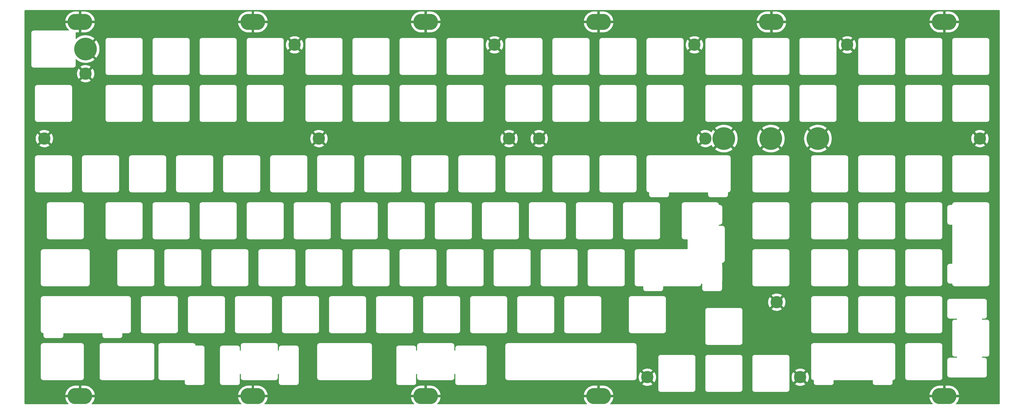
<source format=gbr>
%TF.GenerationSoftware,KiCad,Pcbnew,(5.99.0-3379-gdb40e0c595)*%
%TF.CreationDate,2020-09-17T14:43:35-04:00*%
%TF.ProjectId,FR4-plate-new,4652342d-706c-4617-9465-2d6e65772e6b,rev?*%
%TF.SameCoordinates,Original*%
%TF.FileFunction,Copper,L1,Top*%
%TF.FilePolarity,Positive*%
%FSLAX46Y46*%
G04 Gerber Fmt 4.6, Leading zero omitted, Abs format (unit mm)*
G04 Created by KiCad (PCBNEW (5.99.0-3379-gdb40e0c595)) date 2020-09-17 14:43:35*
%MOMM*%
%LPD*%
G01*
G04 APERTURE LIST*
%TA.AperFunction,ComponentPad*%
%ADD10O,10.000000X6.500000*%
%TD*%
%TA.AperFunction,ComponentPad*%
%ADD11C,5.000000*%
%TD*%
%TA.AperFunction,ComponentPad*%
%ADD12C,9.200000*%
%TD*%
%TA.AperFunction,Conductor*%
%ADD13C,0.254000*%
%TD*%
G04 APERTURE END LIST*
D10*
%TO.P,H8,1,1*%
%TO.N,Mounting-hole*%
X93000000Y-157200000D03*
%TD*%
%TO.P,H6,1,1*%
%TO.N,Mounting-hole*%
X373000000Y-5375000D03*
%TD*%
D11*
%TO.P,H20,1,1*%
%TO.N,Mounting-hole*%
X276262300Y-52712500D03*
%TD*%
D10*
%TO.P,H11,1,1*%
%TO.N,Mounting-hole*%
X373000000Y-157200000D03*
%TD*%
%TO.P,H10,1,1*%
%TO.N,Mounting-hole*%
X233000000Y-157200000D03*
%TD*%
D12*
%TO.P,H26,1,1*%
%TO.N,Mounting-hole*%
X283725500Y-52712500D03*
%TD*%
%TO.P,H28,1,1*%
%TO.N,Mounting-hole*%
X321825500Y-52712500D03*
%TD*%
D11*
%TO.P,H14,1,1*%
%TO.N,Mounting-hole*%
X109894250Y-14675000D03*
%TD*%
D10*
%TO.P,H4,1,1*%
%TO.N,Mounting-hole*%
X233000000Y-5375000D03*
%TD*%
%TO.P,H1,1,1*%
%TO.N,Mounting-hole*%
X23000000Y-5375000D03*
%TD*%
D11*
%TO.P,H21,1,1*%
%TO.N,Mounting-hole*%
X333731750Y-14675000D03*
%TD*%
%TO.P,H24,1,1*%
%TO.N,Mounting-hole*%
X305157000Y-119100000D03*
%TD*%
%TO.P,H16,1,1*%
%TO.N,Mounting-hole*%
X190856750Y-14675000D03*
%TD*%
D10*
%TO.P,H7,1,1*%
%TO.N,Mounting-hole*%
X23000000Y-157200000D03*
%TD*%
D11*
%TO.P,H18,1,1*%
%TO.N,Mounting-hole*%
X208963000Y-52712500D03*
%TD*%
%TO.P,H15,1,1*%
%TO.N,Mounting-hole*%
X119763000Y-52712500D03*
%TD*%
D10*
%TO.P,H3,1,1*%
%TO.N,Mounting-hole*%
X163000000Y-5375000D03*
%TD*%
D11*
%TO.P,H13,1,1*%
%TO.N,Mounting-hole*%
X25263000Y-26375000D03*
%TD*%
%TO.P,H17,1,1*%
%TO.N,Mounting-hole*%
X196762300Y-52712500D03*
%TD*%
D12*
%TO.P,H29,1,1*%
%TO.N,Mounting-hole*%
X25263000Y-16375000D03*
%TD*%
D11*
%TO.P,H25,1,1*%
%TO.N,Mounting-hole*%
X314681750Y-149531112D03*
%TD*%
%TO.P,H19,1,1*%
%TO.N,Mounting-hole*%
X271819250Y-14675000D03*
%TD*%
D12*
%TO.P,H27,1,1*%
%TO.N,Mounting-hole*%
X302775500Y-52712500D03*
%TD*%
D10*
%TO.P,H2,1,1*%
%TO.N,Mounting-hole*%
X93000000Y-5375000D03*
%TD*%
D11*
%TO.P,H12,1,1*%
%TO.N,Mounting-hole*%
X8563000Y-52712500D03*
%TD*%
%TO.P,H23,1,1*%
%TO.N,Mounting-hole*%
X252769250Y-149531112D03*
%TD*%
%TO.P,H22,1,1*%
%TO.N,Mounting-hole*%
X387437000Y-52712500D03*
%TD*%
D10*
%TO.P,H5,1,1*%
%TO.N,Mounting-hole*%
X303000000Y-5375000D03*
%TD*%
%TO.P,H9,1,1*%
%TO.N,Mounting-hole*%
X163000000Y-157200000D03*
%TD*%
%TO.N,Mounting-hole*%
D13*
X395072840Y-645164D02*
X395142700Y-667056D01*
X395206733Y-702550D01*
X395262323Y-750196D01*
X395307191Y-808041D01*
X395339518Y-873736D01*
X395359942Y-952147D01*
X395365500Y-1024373D01*
X395365501Y-159967853D01*
X395354837Y-160072837D01*
X395332944Y-160142699D01*
X395297448Y-160206734D01*
X395249805Y-160262321D01*
X395191958Y-160307192D01*
X395126261Y-160339519D01*
X395047852Y-160359942D01*
X394975627Y-160365500D01*
X377777472Y-160365500D01*
X377793399Y-160351532D01*
X378081449Y-160045326D01*
X378338824Y-159712922D01*
X378563154Y-159357379D01*
X378752375Y-158981972D01*
X378904744Y-158590158D01*
X379018857Y-158185544D01*
X379093664Y-157771854D01*
X379110103Y-157574000D01*
X366888695Y-157574000D01*
X366922794Y-157885362D01*
X367008405Y-158296951D01*
X367133070Y-158698440D01*
X367295643Y-159086132D01*
X367494625Y-159456457D01*
X367728186Y-159806005D01*
X367994175Y-160131559D01*
X368226084Y-160365500D01*
X237777472Y-160365500D01*
X237793399Y-160351532D01*
X238081449Y-160045326D01*
X238338824Y-159712922D01*
X238563154Y-159357379D01*
X238752375Y-158981972D01*
X238904744Y-158590158D01*
X239018857Y-158185544D01*
X239093664Y-157771854D01*
X239110103Y-157574000D01*
X226888695Y-157574000D01*
X226922794Y-157885362D01*
X227008405Y-158296951D01*
X227133070Y-158698440D01*
X227295643Y-159086132D01*
X227494625Y-159456457D01*
X227728186Y-159806005D01*
X227994175Y-160131559D01*
X228226084Y-160365500D01*
X167777472Y-160365500D01*
X167793399Y-160351532D01*
X168081449Y-160045326D01*
X168338824Y-159712922D01*
X168563154Y-159357379D01*
X168752375Y-158981972D01*
X168904744Y-158590158D01*
X169018857Y-158185544D01*
X169093664Y-157771854D01*
X169110103Y-157574000D01*
X156888695Y-157574000D01*
X156922794Y-157885362D01*
X157008405Y-158296951D01*
X157133070Y-158698440D01*
X157295643Y-159086132D01*
X157494625Y-159456457D01*
X157728186Y-159806005D01*
X157994175Y-160131559D01*
X158226084Y-160365500D01*
X97777472Y-160365500D01*
X97793399Y-160351532D01*
X98081449Y-160045326D01*
X98338824Y-159712922D01*
X98563154Y-159357379D01*
X98752375Y-158981972D01*
X98904744Y-158590158D01*
X99018857Y-158185544D01*
X99093664Y-157771854D01*
X99110103Y-157574000D01*
X86888695Y-157574000D01*
X86922794Y-157885362D01*
X87008405Y-158296951D01*
X87133070Y-158698440D01*
X87295643Y-159086132D01*
X87494625Y-159456457D01*
X87728186Y-159806005D01*
X87994175Y-160131559D01*
X88226084Y-160365500D01*
X27777472Y-160365500D01*
X27793399Y-160351532D01*
X28081449Y-160045326D01*
X28338824Y-159712922D01*
X28563154Y-159357379D01*
X28752375Y-158981972D01*
X28904744Y-158590158D01*
X29018857Y-158185544D01*
X29093664Y-157771854D01*
X29110103Y-157574000D01*
X16888695Y-157574000D01*
X16922794Y-157885362D01*
X17008405Y-158296951D01*
X17133070Y-158698440D01*
X17295643Y-159086132D01*
X17494625Y-159456457D01*
X17728186Y-159806005D01*
X17994175Y-160131559D01*
X18226084Y-160365500D01*
X1032137Y-160365500D01*
X927163Y-160354837D01*
X857301Y-160332944D01*
X793266Y-160297448D01*
X737679Y-160249805D01*
X692808Y-160191958D01*
X660481Y-160126261D01*
X640058Y-160047852D01*
X634500Y-159975627D01*
X634500Y-156826000D01*
X16889897Y-156826000D01*
X22626000Y-156826000D01*
X22626000Y-152824000D01*
X23374000Y-152824000D01*
X23374000Y-156826000D01*
X29111305Y-156826000D01*
X86889897Y-156826000D01*
X92626000Y-156826000D01*
X92626000Y-152824000D01*
X93374000Y-152824000D01*
X93374000Y-156826000D01*
X99111305Y-156826000D01*
X156889897Y-156826000D01*
X162626000Y-156826000D01*
X162626000Y-152824000D01*
X163374000Y-152824000D01*
X163374000Y-156826000D01*
X169111305Y-156826000D01*
X226889897Y-156826000D01*
X232626000Y-156826000D01*
X232626000Y-152824000D01*
X233374000Y-152824000D01*
X233374000Y-156826000D01*
X239111305Y-156826000D01*
X366889897Y-156826000D01*
X372626000Y-156826000D01*
X372626000Y-152824000D01*
X373374000Y-152824000D01*
X373374000Y-156826000D01*
X379111305Y-156826000D01*
X379077206Y-156514638D01*
X378991595Y-156103049D01*
X378866930Y-155701560D01*
X378704357Y-155313868D01*
X378505375Y-154943543D01*
X378271814Y-154593995D01*
X378005825Y-154268441D01*
X377709858Y-153969881D01*
X377386639Y-153701062D01*
X377039142Y-153464459D01*
X376670567Y-153262252D01*
X376284309Y-153096303D01*
X375883924Y-152968139D01*
X375473098Y-152878940D01*
X375056434Y-152829624D01*
X374895380Y-152824000D01*
X373374000Y-152824000D01*
X372626000Y-152824000D01*
X371142881Y-152824000D01*
X370830086Y-152839024D01*
X370414038Y-152899348D01*
X370005688Y-152999271D01*
X369608794Y-153137873D01*
X369227013Y-153313877D01*
X368863857Y-153525663D01*
X368522673Y-153771280D01*
X368206601Y-154048468D01*
X367918551Y-154354674D01*
X367661176Y-154687078D01*
X367436846Y-155042621D01*
X367247625Y-155418028D01*
X367095256Y-155809842D01*
X366981143Y-156214456D01*
X366906336Y-156628146D01*
X366889897Y-156826000D01*
X239111305Y-156826000D01*
X239077206Y-156514638D01*
X238991595Y-156103049D01*
X238866930Y-155701560D01*
X238704357Y-155313868D01*
X238505375Y-154943543D01*
X238271814Y-154593995D01*
X238163775Y-154461761D01*
X257039196Y-154461761D01*
X257041001Y-154486058D01*
X257041001Y-154506390D01*
X257042528Y-154517049D01*
X257040220Y-154532491D01*
X257049471Y-154600030D01*
X257051490Y-154627194D01*
X257056004Y-154647727D01*
X257059373Y-154672322D01*
X257067069Y-154698052D01*
X257080982Y-154761335D01*
X257092029Y-154781512D01*
X257099992Y-154808141D01*
X257105495Y-154848311D01*
X257125137Y-154892220D01*
X257126287Y-154896069D01*
X257144144Y-154934714D01*
X257163121Y-154977138D01*
X257165301Y-154980502D01*
X257183899Y-155020753D01*
X257213047Y-155054166D01*
X257240231Y-155096106D01*
X257256790Y-155133122D01*
X257287976Y-155169767D01*
X257290158Y-155173132D01*
X257318133Y-155205201D01*
X257348269Y-155240610D01*
X257351301Y-155243222D01*
X257380438Y-155276623D01*
X257417791Y-155300511D01*
X257455665Y-155333145D01*
X257481936Y-155364013D01*
X257522139Y-155390422D01*
X257525191Y-155393052D01*
X257561099Y-155416015D01*
X257599903Y-155441505D01*
X257603548Y-155443162D01*
X257640898Y-155467048D01*
X257683452Y-155479492D01*
X257728951Y-155500179D01*
X257762842Y-155522441D01*
X257808836Y-155536502D01*
X257812489Y-155538164D01*
X257853427Y-155550135D01*
X257897816Y-155563707D01*
X257901774Y-155564273D01*
X257944322Y-155576716D01*
X257988660Y-155576716D01*
X258096789Y-155592200D01*
X258127607Y-155597000D01*
X271152342Y-155597000D01*
X271174761Y-155598804D01*
X271199045Y-155597000D01*
X271219390Y-155597000D01*
X271230052Y-155595473D01*
X271245491Y-155597780D01*
X271313030Y-155588529D01*
X271340194Y-155586510D01*
X271360727Y-155581996D01*
X271385322Y-155578627D01*
X271411052Y-155570931D01*
X271474335Y-155557018D01*
X271494512Y-155545971D01*
X271521141Y-155538008D01*
X271561311Y-155532505D01*
X271605220Y-155512863D01*
X271609069Y-155511713D01*
X271647714Y-155493856D01*
X271690138Y-155474879D01*
X271693502Y-155472699D01*
X271733753Y-155454101D01*
X271767166Y-155424953D01*
X271809106Y-155397769D01*
X271846122Y-155381210D01*
X271882767Y-155350024D01*
X271886132Y-155347842D01*
X271918201Y-155319867D01*
X271953610Y-155289731D01*
X271956222Y-155286699D01*
X271989623Y-155257562D01*
X272013511Y-155220209D01*
X272046145Y-155182335D01*
X272077013Y-155156064D01*
X272103422Y-155115861D01*
X272106052Y-155112809D01*
X272129015Y-155076901D01*
X272154505Y-155038097D01*
X272156162Y-155034452D01*
X272180048Y-154997102D01*
X272192492Y-154954548D01*
X272213179Y-154909049D01*
X272235441Y-154875158D01*
X272249502Y-154829164D01*
X272251164Y-154825511D01*
X272263135Y-154784573D01*
X272276707Y-154740184D01*
X272277273Y-154736226D01*
X272289716Y-154693678D01*
X272289716Y-154649340D01*
X272305200Y-154541211D01*
X272310000Y-154510393D01*
X272310000Y-154461761D01*
X276089196Y-154461761D01*
X276091000Y-154486045D01*
X276091000Y-154506389D01*
X276092527Y-154517052D01*
X276090220Y-154532491D01*
X276099471Y-154600030D01*
X276101490Y-154627194D01*
X276106004Y-154647727D01*
X276109373Y-154672322D01*
X276117069Y-154698052D01*
X276130982Y-154761335D01*
X276142029Y-154781512D01*
X276149992Y-154808141D01*
X276155495Y-154848311D01*
X276175137Y-154892220D01*
X276176287Y-154896069D01*
X276194144Y-154934714D01*
X276213121Y-154977138D01*
X276215301Y-154980502D01*
X276233899Y-155020753D01*
X276263047Y-155054166D01*
X276290231Y-155096106D01*
X276306790Y-155133122D01*
X276337976Y-155169767D01*
X276340158Y-155173132D01*
X276368133Y-155205201D01*
X276398269Y-155240610D01*
X276401301Y-155243222D01*
X276430438Y-155276623D01*
X276467791Y-155300511D01*
X276505665Y-155333145D01*
X276531936Y-155364013D01*
X276572139Y-155390422D01*
X276575191Y-155393052D01*
X276611099Y-155416015D01*
X276649903Y-155441505D01*
X276653548Y-155443162D01*
X276690898Y-155467048D01*
X276733452Y-155479492D01*
X276778951Y-155500179D01*
X276812842Y-155522441D01*
X276858836Y-155536502D01*
X276862489Y-155538164D01*
X276903427Y-155550135D01*
X276947816Y-155563707D01*
X276951774Y-155564273D01*
X276994322Y-155576716D01*
X277038660Y-155576716D01*
X277146789Y-155592200D01*
X277177607Y-155597000D01*
X290202342Y-155597000D01*
X290224761Y-155598804D01*
X290249045Y-155597000D01*
X290269390Y-155597000D01*
X290280052Y-155595473D01*
X290295491Y-155597780D01*
X290363030Y-155588529D01*
X290390194Y-155586510D01*
X290410727Y-155581996D01*
X290435322Y-155578627D01*
X290461052Y-155570931D01*
X290524335Y-155557018D01*
X290544512Y-155545971D01*
X290571141Y-155538008D01*
X290611311Y-155532505D01*
X290655220Y-155512863D01*
X290659069Y-155511713D01*
X290697714Y-155493856D01*
X290740138Y-155474879D01*
X290743502Y-155472699D01*
X290783753Y-155454101D01*
X290817166Y-155424953D01*
X290859106Y-155397769D01*
X290896122Y-155381210D01*
X290932767Y-155350024D01*
X290936132Y-155347842D01*
X290968201Y-155319867D01*
X291003610Y-155289731D01*
X291006222Y-155286699D01*
X291039623Y-155257562D01*
X291063511Y-155220209D01*
X291096145Y-155182335D01*
X291127013Y-155156064D01*
X291153422Y-155115861D01*
X291156052Y-155112809D01*
X291179015Y-155076901D01*
X291204505Y-155038097D01*
X291206162Y-155034452D01*
X291230048Y-154997102D01*
X291242492Y-154954548D01*
X291263179Y-154909049D01*
X291285441Y-154875158D01*
X291299502Y-154829164D01*
X291301164Y-154825511D01*
X291313135Y-154784573D01*
X291326707Y-154740184D01*
X291327273Y-154736226D01*
X291339716Y-154693678D01*
X291339716Y-154649340D01*
X291355200Y-154541211D01*
X291360000Y-154510393D01*
X291360000Y-154461761D01*
X295139196Y-154461761D01*
X295141000Y-154486045D01*
X295141000Y-154506389D01*
X295142527Y-154517052D01*
X295140220Y-154532491D01*
X295149471Y-154600030D01*
X295151490Y-154627194D01*
X295156004Y-154647727D01*
X295159373Y-154672322D01*
X295167069Y-154698052D01*
X295180982Y-154761335D01*
X295192029Y-154781512D01*
X295199992Y-154808141D01*
X295205495Y-154848311D01*
X295225137Y-154892220D01*
X295226287Y-154896069D01*
X295244144Y-154934714D01*
X295263121Y-154977138D01*
X295265301Y-154980502D01*
X295283899Y-155020753D01*
X295313047Y-155054166D01*
X295340231Y-155096106D01*
X295356790Y-155133122D01*
X295387976Y-155169767D01*
X295390158Y-155173132D01*
X295418133Y-155205201D01*
X295448269Y-155240610D01*
X295451301Y-155243222D01*
X295480438Y-155276623D01*
X295517791Y-155300511D01*
X295555665Y-155333145D01*
X295581936Y-155364013D01*
X295622139Y-155390422D01*
X295625191Y-155393052D01*
X295661099Y-155416015D01*
X295699903Y-155441505D01*
X295703548Y-155443162D01*
X295740898Y-155467048D01*
X295783452Y-155479492D01*
X295828951Y-155500179D01*
X295862842Y-155522441D01*
X295908836Y-155536502D01*
X295912489Y-155538164D01*
X295953427Y-155550135D01*
X295997816Y-155563707D01*
X296001774Y-155564273D01*
X296044322Y-155576716D01*
X296088660Y-155576716D01*
X296196789Y-155592200D01*
X296227607Y-155597000D01*
X309252342Y-155597000D01*
X309274761Y-155598804D01*
X309299045Y-155597000D01*
X309319390Y-155597000D01*
X309330052Y-155595473D01*
X309345491Y-155597780D01*
X309413030Y-155588529D01*
X309440194Y-155586510D01*
X309460727Y-155581996D01*
X309485322Y-155578627D01*
X309511052Y-155570931D01*
X309574335Y-155557018D01*
X309594512Y-155545971D01*
X309621141Y-155538008D01*
X309661311Y-155532505D01*
X309705220Y-155512863D01*
X309709069Y-155511713D01*
X309747714Y-155493856D01*
X309790138Y-155474879D01*
X309793502Y-155472699D01*
X309833753Y-155454101D01*
X309867166Y-155424953D01*
X309909106Y-155397769D01*
X309946122Y-155381210D01*
X309982767Y-155350024D01*
X309986132Y-155347842D01*
X310018201Y-155319867D01*
X310053610Y-155289731D01*
X310056222Y-155286699D01*
X310089623Y-155257562D01*
X310113511Y-155220209D01*
X310146145Y-155182335D01*
X310177013Y-155156064D01*
X310203422Y-155115861D01*
X310206052Y-155112809D01*
X310229015Y-155076901D01*
X310254505Y-155038097D01*
X310256162Y-155034452D01*
X310280048Y-154997102D01*
X310292492Y-154954548D01*
X310313179Y-154909049D01*
X310335441Y-154875158D01*
X310349502Y-154829164D01*
X310351164Y-154825511D01*
X310363135Y-154784573D01*
X310376707Y-154740184D01*
X310377273Y-154736226D01*
X310389716Y-154693678D01*
X310389716Y-154649340D01*
X310405200Y-154541211D01*
X310410000Y-154510393D01*
X310410000Y-152352008D01*
X312389771Y-152352008D01*
X312752147Y-152607163D01*
X313089946Y-152794794D01*
X313445771Y-152945466D01*
X313815592Y-153057475D01*
X314195222Y-153129549D01*
X314580362Y-153160875D01*
X314966649Y-153151097D01*
X315349710Y-153100326D01*
X315725208Y-153009137D01*
X316088888Y-152878561D01*
X316436635Y-152710080D01*
X316764508Y-152505600D01*
X316968028Y-152346306D01*
X314681750Y-150060027D01*
X312389771Y-152352008D01*
X310410000Y-152352008D01*
X310410000Y-149721154D01*
X311055547Y-149721154D01*
X311096274Y-150105412D01*
X311177602Y-150483168D01*
X311298612Y-150850143D01*
X311457934Y-151202179D01*
X311653761Y-151535294D01*
X311864446Y-151819500D01*
X314152835Y-149531112D01*
X315210665Y-149531112D01*
X317496696Y-151817142D01*
X317593139Y-151701199D01*
X317807258Y-151379532D01*
X317985982Y-151036937D01*
X318127288Y-150677290D01*
X318229577Y-150304664D01*
X318291690Y-149923277D01*
X318304018Y-149699261D01*
X318951696Y-149699261D01*
X318953500Y-149723545D01*
X318953500Y-149743889D01*
X318955027Y-149754552D01*
X318952720Y-149769991D01*
X318961971Y-149837530D01*
X318963990Y-149864694D01*
X318968504Y-149885227D01*
X318971873Y-149909822D01*
X318979569Y-149935552D01*
X318993482Y-149998835D01*
X319004529Y-150019012D01*
X319012492Y-150045641D01*
X319017995Y-150085811D01*
X319037637Y-150129720D01*
X319038787Y-150133569D01*
X319056644Y-150172214D01*
X319075621Y-150214638D01*
X319077801Y-150218002D01*
X319096399Y-150258253D01*
X319125547Y-150291666D01*
X319152731Y-150333606D01*
X319169290Y-150370622D01*
X319200476Y-150407267D01*
X319202658Y-150410632D01*
X319230633Y-150442701D01*
X319260769Y-150478110D01*
X319263801Y-150480722D01*
X319292938Y-150514123D01*
X319330291Y-150538011D01*
X319368165Y-150570645D01*
X319394436Y-150601513D01*
X319434639Y-150627922D01*
X319437691Y-150630552D01*
X319473599Y-150653515D01*
X319512403Y-150679005D01*
X319516048Y-150680662D01*
X319553398Y-150704548D01*
X319595952Y-150716992D01*
X319641451Y-150737679D01*
X319675342Y-150759941D01*
X319721336Y-150774002D01*
X319724989Y-150775664D01*
X319765927Y-150787635D01*
X319810316Y-150801207D01*
X319814274Y-150801773D01*
X319856822Y-150814216D01*
X319901160Y-150814216D01*
X320009289Y-150829700D01*
X320040107Y-150834500D01*
X320040501Y-150834500D01*
X320040500Y-151676841D01*
X320038696Y-151699262D01*
X320040500Y-151723545D01*
X320040500Y-151743889D01*
X320042027Y-151754552D01*
X320039720Y-151769991D01*
X320048971Y-151837530D01*
X320050990Y-151864694D01*
X320055504Y-151885227D01*
X320058873Y-151909822D01*
X320066569Y-151935552D01*
X320080482Y-151998835D01*
X320091529Y-152019012D01*
X320099492Y-152045641D01*
X320104995Y-152085811D01*
X320124637Y-152129720D01*
X320125787Y-152133569D01*
X320143644Y-152172214D01*
X320162621Y-152214638D01*
X320164801Y-152218002D01*
X320183399Y-152258253D01*
X320212547Y-152291666D01*
X320239731Y-152333606D01*
X320256290Y-152370622D01*
X320287476Y-152407267D01*
X320289658Y-152410632D01*
X320317633Y-152442701D01*
X320347769Y-152478110D01*
X320350801Y-152480722D01*
X320379938Y-152514123D01*
X320417291Y-152538011D01*
X320455165Y-152570645D01*
X320481436Y-152601513D01*
X320521639Y-152627922D01*
X320524691Y-152630552D01*
X320560599Y-152653515D01*
X320599403Y-152679005D01*
X320603048Y-152680662D01*
X320640398Y-152704548D01*
X320682952Y-152716992D01*
X320728451Y-152737679D01*
X320762342Y-152759941D01*
X320808336Y-152774002D01*
X320811989Y-152775664D01*
X320852927Y-152787635D01*
X320897316Y-152801207D01*
X320901274Y-152801773D01*
X320943822Y-152814216D01*
X320988160Y-152814216D01*
X321096289Y-152829700D01*
X321127107Y-152834500D01*
X327151842Y-152834500D01*
X327174261Y-152836304D01*
X327198545Y-152834500D01*
X327218890Y-152834500D01*
X327229552Y-152832973D01*
X327244991Y-152835280D01*
X327312530Y-152826029D01*
X327339694Y-152824010D01*
X327360227Y-152819496D01*
X327384822Y-152816127D01*
X327410552Y-152808431D01*
X327473835Y-152794518D01*
X327494012Y-152783471D01*
X327520641Y-152775508D01*
X327560811Y-152770005D01*
X327604720Y-152750363D01*
X327608569Y-152749213D01*
X327647214Y-152731356D01*
X327689638Y-152712379D01*
X327693002Y-152710199D01*
X327733253Y-152691601D01*
X327766666Y-152662453D01*
X327808606Y-152635269D01*
X327845622Y-152618710D01*
X327882267Y-152587524D01*
X327885632Y-152585342D01*
X327917701Y-152557367D01*
X327953110Y-152527231D01*
X327955722Y-152524199D01*
X327989123Y-152495062D01*
X328013011Y-152457709D01*
X328045645Y-152419835D01*
X328076513Y-152393564D01*
X328102922Y-152353361D01*
X328105552Y-152350309D01*
X328128515Y-152314401D01*
X328154005Y-152275597D01*
X328155662Y-152271952D01*
X328179548Y-152234602D01*
X328191992Y-152192048D01*
X328212679Y-152146549D01*
X328234941Y-152112658D01*
X328249002Y-152066664D01*
X328250664Y-152063011D01*
X328262635Y-152022073D01*
X328276207Y-151977684D01*
X328276773Y-151973726D01*
X328289216Y-151931178D01*
X328289216Y-151886840D01*
X328304700Y-151778711D01*
X328309500Y-151747893D01*
X328309500Y-150834500D01*
X343916501Y-150834500D01*
X343916500Y-151676841D01*
X343914696Y-151699262D01*
X343916500Y-151723545D01*
X343916500Y-151743889D01*
X343918027Y-151754552D01*
X343915720Y-151769991D01*
X343924971Y-151837530D01*
X343926990Y-151864694D01*
X343931504Y-151885227D01*
X343934873Y-151909822D01*
X343942569Y-151935552D01*
X343956482Y-151998835D01*
X343967529Y-152019012D01*
X343975492Y-152045641D01*
X343980995Y-152085811D01*
X344000637Y-152129720D01*
X344001787Y-152133569D01*
X344019644Y-152172214D01*
X344038621Y-152214638D01*
X344040801Y-152218002D01*
X344059399Y-152258253D01*
X344088547Y-152291666D01*
X344115731Y-152333606D01*
X344132290Y-152370622D01*
X344163476Y-152407267D01*
X344165658Y-152410632D01*
X344193633Y-152442701D01*
X344223769Y-152478110D01*
X344226801Y-152480722D01*
X344255938Y-152514123D01*
X344293291Y-152538011D01*
X344331165Y-152570645D01*
X344357436Y-152601513D01*
X344397639Y-152627922D01*
X344400691Y-152630552D01*
X344436599Y-152653515D01*
X344475403Y-152679005D01*
X344479048Y-152680662D01*
X344516398Y-152704548D01*
X344558952Y-152716992D01*
X344604451Y-152737679D01*
X344638342Y-152759941D01*
X344684336Y-152774002D01*
X344687989Y-152775664D01*
X344728927Y-152787635D01*
X344773316Y-152801207D01*
X344777274Y-152801773D01*
X344819822Y-152814216D01*
X344864160Y-152814216D01*
X344972289Y-152829700D01*
X345003107Y-152834500D01*
X351027842Y-152834500D01*
X351050261Y-152836304D01*
X351074545Y-152834500D01*
X351094890Y-152834500D01*
X351105552Y-152832973D01*
X351120991Y-152835280D01*
X351188530Y-152826029D01*
X351215694Y-152824010D01*
X351236227Y-152819496D01*
X351260822Y-152816127D01*
X351286552Y-152808431D01*
X351349835Y-152794518D01*
X351370012Y-152783471D01*
X351396641Y-152775508D01*
X351436811Y-152770005D01*
X351480720Y-152750363D01*
X351484569Y-152749213D01*
X351523214Y-152731356D01*
X351565638Y-152712379D01*
X351569002Y-152710199D01*
X351609253Y-152691601D01*
X351642666Y-152662453D01*
X351684606Y-152635269D01*
X351721622Y-152618710D01*
X351758267Y-152587524D01*
X351761632Y-152585342D01*
X351793701Y-152557367D01*
X351829110Y-152527231D01*
X351831722Y-152524199D01*
X351865123Y-152495062D01*
X351889011Y-152457709D01*
X351921645Y-152419835D01*
X351952513Y-152393564D01*
X351978922Y-152353361D01*
X351981552Y-152350309D01*
X352004515Y-152314401D01*
X352030005Y-152275597D01*
X352031662Y-152271952D01*
X352055548Y-152234602D01*
X352067992Y-152192048D01*
X352088679Y-152146549D01*
X352110941Y-152112658D01*
X352125002Y-152066664D01*
X352126664Y-152063011D01*
X352138635Y-152022073D01*
X352152207Y-151977684D01*
X352152773Y-151973726D01*
X352165216Y-151931178D01*
X352165216Y-151886840D01*
X352180700Y-151778711D01*
X352185500Y-151747893D01*
X352185500Y-150833983D01*
X352192552Y-150832973D01*
X352207991Y-150835280D01*
X352275530Y-150826029D01*
X352302694Y-150824010D01*
X352323227Y-150819496D01*
X352347822Y-150816127D01*
X352373552Y-150808431D01*
X352436835Y-150794518D01*
X352457012Y-150783471D01*
X352483641Y-150775508D01*
X352523811Y-150770005D01*
X352567720Y-150750363D01*
X352571569Y-150749213D01*
X352610214Y-150731356D01*
X352652638Y-150712379D01*
X352656002Y-150710199D01*
X352696253Y-150691601D01*
X352729666Y-150662453D01*
X352771606Y-150635269D01*
X352808622Y-150618710D01*
X352845267Y-150587524D01*
X352848632Y-150585342D01*
X352880701Y-150557367D01*
X352916110Y-150527231D01*
X352918722Y-150524199D01*
X352952123Y-150495062D01*
X352976011Y-150457709D01*
X353008645Y-150419835D01*
X353039513Y-150393564D01*
X353065922Y-150353361D01*
X353068552Y-150350309D01*
X353091515Y-150314401D01*
X353117005Y-150275597D01*
X353118662Y-150271952D01*
X353142548Y-150234602D01*
X353154992Y-150192048D01*
X353175679Y-150146549D01*
X353197941Y-150112658D01*
X353212002Y-150066664D01*
X353213664Y-150063011D01*
X353225635Y-150022073D01*
X353239207Y-149977684D01*
X353239773Y-149973726D01*
X353252216Y-149931178D01*
X353252216Y-149886840D01*
X353267700Y-149778711D01*
X353272500Y-149747893D01*
X353272500Y-149699261D01*
X357051696Y-149699261D01*
X357053501Y-149723558D01*
X357053501Y-149743890D01*
X357055028Y-149754549D01*
X357052720Y-149769991D01*
X357061971Y-149837530D01*
X357063990Y-149864694D01*
X357068504Y-149885227D01*
X357071873Y-149909822D01*
X357079569Y-149935552D01*
X357093482Y-149998835D01*
X357104529Y-150019012D01*
X357112492Y-150045641D01*
X357117995Y-150085811D01*
X357137637Y-150129720D01*
X357138787Y-150133569D01*
X357156644Y-150172214D01*
X357175621Y-150214638D01*
X357177801Y-150218002D01*
X357196399Y-150258253D01*
X357225547Y-150291666D01*
X357252731Y-150333606D01*
X357269290Y-150370622D01*
X357300476Y-150407267D01*
X357302658Y-150410632D01*
X357330633Y-150442701D01*
X357360769Y-150478110D01*
X357363801Y-150480722D01*
X357392938Y-150514123D01*
X357430291Y-150538011D01*
X357468165Y-150570645D01*
X357494436Y-150601513D01*
X357534639Y-150627922D01*
X357537691Y-150630552D01*
X357573599Y-150653515D01*
X357612403Y-150679005D01*
X357616048Y-150680662D01*
X357653398Y-150704548D01*
X357695952Y-150716992D01*
X357741451Y-150737679D01*
X357775342Y-150759941D01*
X357821336Y-150774002D01*
X357824989Y-150775664D01*
X357865927Y-150787635D01*
X357910316Y-150801207D01*
X357914274Y-150801773D01*
X357956822Y-150814216D01*
X358001160Y-150814216D01*
X358109289Y-150829700D01*
X358140107Y-150834500D01*
X371164842Y-150834500D01*
X371187261Y-150836304D01*
X371211545Y-150834500D01*
X371231890Y-150834500D01*
X371242552Y-150832973D01*
X371257991Y-150835280D01*
X371325530Y-150826029D01*
X371352694Y-150824010D01*
X371373227Y-150819496D01*
X371397822Y-150816127D01*
X371423552Y-150808431D01*
X371486835Y-150794518D01*
X371507012Y-150783471D01*
X371533641Y-150775508D01*
X371573811Y-150770005D01*
X371617720Y-150750363D01*
X371621569Y-150749213D01*
X371660214Y-150731356D01*
X371702638Y-150712379D01*
X371706002Y-150710199D01*
X371746253Y-150691601D01*
X371779666Y-150662453D01*
X371821606Y-150635269D01*
X371858622Y-150618710D01*
X371895267Y-150587524D01*
X371898632Y-150585342D01*
X371930701Y-150557367D01*
X371966110Y-150527231D01*
X371968722Y-150524199D01*
X372002123Y-150495062D01*
X372026011Y-150457709D01*
X372058645Y-150419835D01*
X372089513Y-150393564D01*
X372115922Y-150353361D01*
X372118552Y-150350309D01*
X372141515Y-150314401D01*
X372167005Y-150275597D01*
X372168662Y-150271952D01*
X372192548Y-150234602D01*
X372204992Y-150192048D01*
X372225679Y-150146549D01*
X372247941Y-150112658D01*
X372262002Y-150066664D01*
X372263664Y-150063011D01*
X372275635Y-150022073D01*
X372289207Y-149977684D01*
X372289773Y-149973726D01*
X372302216Y-149931178D01*
X372302216Y-149886840D01*
X372317700Y-149778711D01*
X372322500Y-149747893D01*
X372322500Y-136723158D01*
X372324304Y-136700739D01*
X372322500Y-136676455D01*
X372322500Y-136656110D01*
X372320973Y-136645451D01*
X372323281Y-136630010D01*
X372314029Y-136562471D01*
X372312010Y-136535305D01*
X372307497Y-136514779D01*
X372304127Y-136490181D01*
X372296432Y-136464447D01*
X372282517Y-136401162D01*
X372271471Y-136380987D01*
X372263506Y-136354355D01*
X372258005Y-136314189D01*
X372238359Y-136270269D01*
X372237208Y-136266422D01*
X372219330Y-136227729D01*
X372200377Y-136185358D01*
X372198199Y-136181998D01*
X372179601Y-136141748D01*
X372150456Y-136108338D01*
X372123264Y-136066386D01*
X372106710Y-136029378D01*
X372075533Y-135992744D01*
X372073348Y-135989374D01*
X372045308Y-135957231D01*
X372015238Y-135921898D01*
X372012209Y-135919288D01*
X371983062Y-135885877D01*
X371945709Y-135861989D01*
X371907836Y-135829356D01*
X371881565Y-135798487D01*
X371841349Y-135772069D01*
X371838303Y-135769445D01*
X371802354Y-135746454D01*
X371763606Y-135721001D01*
X371759961Y-135719343D01*
X371722601Y-135695451D01*
X371680045Y-135683007D01*
X371634552Y-135662323D01*
X371600658Y-135640059D01*
X371554664Y-135625998D01*
X371551011Y-135624336D01*
X371510131Y-135612382D01*
X371465697Y-135598797D01*
X371461738Y-135598230D01*
X371419175Y-135585784D01*
X371374840Y-135585784D01*
X371266711Y-135570300D01*
X371235893Y-135565500D01*
X358211158Y-135565500D01*
X358188739Y-135563696D01*
X358164455Y-135565500D01*
X358144110Y-135565500D01*
X358133451Y-135567027D01*
X358118010Y-135564719D01*
X358050471Y-135573971D01*
X358023305Y-135575990D01*
X358002779Y-135580503D01*
X357978181Y-135583873D01*
X357952447Y-135591568D01*
X357889162Y-135605483D01*
X357868987Y-135616529D01*
X357842355Y-135624494D01*
X357802189Y-135629995D01*
X357758269Y-135649641D01*
X357754422Y-135650792D01*
X357715729Y-135668670D01*
X357673358Y-135687623D01*
X357669998Y-135689801D01*
X357629748Y-135708399D01*
X357596338Y-135737544D01*
X357554386Y-135764736D01*
X357517378Y-135781290D01*
X357480744Y-135812467D01*
X357477374Y-135814652D01*
X357445231Y-135842692D01*
X357409898Y-135872762D01*
X357407288Y-135875791D01*
X357373877Y-135904938D01*
X357349989Y-135942291D01*
X357317356Y-135980164D01*
X357286487Y-136006435D01*
X357260069Y-136046651D01*
X357257445Y-136049697D01*
X357234454Y-136085646D01*
X357209001Y-136124394D01*
X357207343Y-136128039D01*
X357183451Y-136165399D01*
X357171007Y-136207955D01*
X357150323Y-136253448D01*
X357128059Y-136287342D01*
X357113998Y-136333336D01*
X357112336Y-136336989D01*
X357100382Y-136377869D01*
X357086797Y-136422303D01*
X357086230Y-136426262D01*
X357073784Y-136468825D01*
X357073784Y-136513159D01*
X357058305Y-136621247D01*
X357053500Y-136652109D01*
X357053501Y-149676829D01*
X357051696Y-149699261D01*
X353272500Y-149699261D01*
X353272500Y-136723158D01*
X353274304Y-136700739D01*
X353272500Y-136676455D01*
X353272500Y-136656110D01*
X353270973Y-136645451D01*
X353273281Y-136630010D01*
X353264029Y-136562471D01*
X353262010Y-136535305D01*
X353257497Y-136514779D01*
X353254127Y-136490181D01*
X353246432Y-136464447D01*
X353232517Y-136401162D01*
X353221471Y-136380987D01*
X353213506Y-136354355D01*
X353208005Y-136314189D01*
X353188359Y-136270269D01*
X353187208Y-136266422D01*
X353169330Y-136227729D01*
X353150377Y-136185358D01*
X353148199Y-136181998D01*
X353129601Y-136141748D01*
X353100456Y-136108338D01*
X353073264Y-136066386D01*
X353056710Y-136029378D01*
X353025533Y-135992744D01*
X353023348Y-135989374D01*
X352995308Y-135957231D01*
X352965238Y-135921898D01*
X352962209Y-135919288D01*
X352933062Y-135885877D01*
X352895709Y-135861989D01*
X352857836Y-135829356D01*
X352831565Y-135798487D01*
X352791349Y-135772069D01*
X352788303Y-135769445D01*
X352752354Y-135746454D01*
X352713606Y-135721001D01*
X352709961Y-135719343D01*
X352672601Y-135695451D01*
X352630045Y-135683007D01*
X352584552Y-135662323D01*
X352550658Y-135640059D01*
X352504664Y-135625998D01*
X352501011Y-135624336D01*
X352460131Y-135612382D01*
X352415697Y-135598797D01*
X352411738Y-135598230D01*
X352369175Y-135585784D01*
X352324840Y-135585784D01*
X352216711Y-135570300D01*
X352185893Y-135565500D01*
X320111158Y-135565500D01*
X320088739Y-135563696D01*
X320064455Y-135565500D01*
X320044110Y-135565500D01*
X320033451Y-135567027D01*
X320018010Y-135564719D01*
X319950471Y-135573971D01*
X319923305Y-135575990D01*
X319902779Y-135580503D01*
X319878181Y-135583873D01*
X319852447Y-135591568D01*
X319789162Y-135605483D01*
X319768987Y-135616529D01*
X319742355Y-135624494D01*
X319702189Y-135629995D01*
X319658269Y-135649641D01*
X319654422Y-135650792D01*
X319615729Y-135668670D01*
X319573358Y-135687623D01*
X319569998Y-135689801D01*
X319529748Y-135708399D01*
X319496338Y-135737544D01*
X319454386Y-135764736D01*
X319417378Y-135781290D01*
X319380744Y-135812467D01*
X319377374Y-135814652D01*
X319345231Y-135842692D01*
X319309898Y-135872762D01*
X319307288Y-135875791D01*
X319273877Y-135904938D01*
X319249989Y-135942291D01*
X319217356Y-135980164D01*
X319186487Y-136006435D01*
X319160069Y-136046651D01*
X319157445Y-136049697D01*
X319134454Y-136085646D01*
X319109001Y-136124394D01*
X319107343Y-136128039D01*
X319083451Y-136165399D01*
X319071007Y-136207955D01*
X319050323Y-136253448D01*
X319028059Y-136287342D01*
X319013998Y-136333336D01*
X319012336Y-136336989D01*
X319000382Y-136377869D01*
X318986797Y-136422303D01*
X318986230Y-136426262D01*
X318973784Y-136468825D01*
X318973784Y-136513159D01*
X318958292Y-136621340D01*
X318953501Y-136652108D01*
X318953500Y-149676842D01*
X318951696Y-149699261D01*
X318304018Y-149699261D01*
X318312742Y-149540745D01*
X318312753Y-149527809D01*
X318292368Y-149145248D01*
X318230922Y-148763754D01*
X318129283Y-148390949D01*
X317988605Y-148031056D01*
X317810479Y-147688149D01*
X317596923Y-147366113D01*
X317496654Y-147245124D01*
X315210665Y-149531112D01*
X314152835Y-149531112D01*
X311864644Y-147242922D01*
X311657264Y-147521649D01*
X311460855Y-147854420D01*
X311300920Y-148206179D01*
X311179269Y-148572942D01*
X311097281Y-148950554D01*
X311055885Y-149334742D01*
X311055547Y-149721154D01*
X310410000Y-149721154D01*
X310410000Y-146709899D01*
X312389453Y-146709899D01*
X314681750Y-149002197D01*
X316967952Y-146715994D01*
X316769696Y-146560264D01*
X316442181Y-146355212D01*
X316094728Y-146186123D01*
X315731276Y-146054914D01*
X315355938Y-145963069D01*
X314972966Y-145911630D01*
X314586697Y-145901178D01*
X314201503Y-145931832D01*
X313821748Y-146003243D01*
X313451732Y-146114606D01*
X313095645Y-146264657D01*
X312757519Y-146451697D01*
X312389453Y-146709899D01*
X310410000Y-146709899D01*
X310410000Y-141485658D01*
X310411804Y-141463239D01*
X310410000Y-141438955D01*
X310410000Y-141418610D01*
X310408473Y-141407951D01*
X310410781Y-141392510D01*
X310401529Y-141324971D01*
X310399510Y-141297805D01*
X310394997Y-141277279D01*
X310391627Y-141252681D01*
X310383932Y-141226947D01*
X310370017Y-141163662D01*
X310358971Y-141143487D01*
X310351006Y-141116855D01*
X310345505Y-141076689D01*
X310325859Y-141032769D01*
X310324708Y-141028922D01*
X310306830Y-140990229D01*
X310287877Y-140947858D01*
X310285699Y-140944498D01*
X310267101Y-140904248D01*
X310237956Y-140870838D01*
X310210764Y-140828886D01*
X310194210Y-140791878D01*
X310163033Y-140755244D01*
X310160848Y-140751874D01*
X310132808Y-140719731D01*
X310102738Y-140684398D01*
X310099709Y-140681788D01*
X310070562Y-140648377D01*
X310033209Y-140624489D01*
X309995336Y-140591856D01*
X309969065Y-140560987D01*
X309928849Y-140534569D01*
X309925803Y-140531945D01*
X309889854Y-140508954D01*
X309851106Y-140483501D01*
X309847461Y-140481843D01*
X309810101Y-140457951D01*
X309767545Y-140445507D01*
X309722052Y-140424823D01*
X309688158Y-140402559D01*
X309642164Y-140388498D01*
X309638511Y-140386836D01*
X309597631Y-140374882D01*
X309553197Y-140361297D01*
X309549238Y-140360730D01*
X309506675Y-140348284D01*
X309462340Y-140348284D01*
X309354211Y-140332800D01*
X309323393Y-140328000D01*
X296298658Y-140328000D01*
X296276239Y-140326196D01*
X296251955Y-140328000D01*
X296231610Y-140328000D01*
X296220951Y-140329527D01*
X296205510Y-140327219D01*
X296137971Y-140336471D01*
X296110805Y-140338490D01*
X296090279Y-140343003D01*
X296065681Y-140346373D01*
X296039947Y-140354068D01*
X295976662Y-140367983D01*
X295956487Y-140379029D01*
X295929855Y-140386994D01*
X295889689Y-140392495D01*
X295845769Y-140412141D01*
X295841922Y-140413292D01*
X295803229Y-140431170D01*
X295760858Y-140450123D01*
X295757498Y-140452301D01*
X295717248Y-140470899D01*
X295683838Y-140500044D01*
X295641886Y-140527236D01*
X295604878Y-140543790D01*
X295568244Y-140574967D01*
X295564874Y-140577152D01*
X295532731Y-140605192D01*
X295497398Y-140635262D01*
X295494788Y-140638291D01*
X295461377Y-140667438D01*
X295437489Y-140704791D01*
X295404856Y-140742664D01*
X295373987Y-140768935D01*
X295347569Y-140809151D01*
X295344945Y-140812197D01*
X295321954Y-140848146D01*
X295296501Y-140886894D01*
X295294843Y-140890539D01*
X295270951Y-140927899D01*
X295258507Y-140970455D01*
X295237823Y-141015948D01*
X295215559Y-141049842D01*
X295201498Y-141095836D01*
X295199836Y-141099489D01*
X295187882Y-141140369D01*
X295174297Y-141184803D01*
X295173730Y-141188762D01*
X295161284Y-141231325D01*
X295161284Y-141275659D01*
X295145792Y-141383840D01*
X295141001Y-141414608D01*
X295141000Y-154439342D01*
X295139196Y-154461761D01*
X291360000Y-154461761D01*
X291360000Y-141485658D01*
X291361804Y-141463239D01*
X291360000Y-141438955D01*
X291360000Y-141418610D01*
X291358473Y-141407951D01*
X291360781Y-141392510D01*
X291351529Y-141324971D01*
X291349510Y-141297805D01*
X291344997Y-141277279D01*
X291341627Y-141252681D01*
X291333932Y-141226947D01*
X291320017Y-141163662D01*
X291308971Y-141143487D01*
X291301006Y-141116855D01*
X291295505Y-141076689D01*
X291275859Y-141032769D01*
X291274708Y-141028922D01*
X291256830Y-140990229D01*
X291237877Y-140947858D01*
X291235699Y-140944498D01*
X291217101Y-140904248D01*
X291187956Y-140870838D01*
X291160764Y-140828886D01*
X291144210Y-140791878D01*
X291113033Y-140755244D01*
X291110848Y-140751874D01*
X291082808Y-140719731D01*
X291052738Y-140684398D01*
X291049709Y-140681788D01*
X291020562Y-140648377D01*
X290983209Y-140624489D01*
X290945336Y-140591856D01*
X290919065Y-140560987D01*
X290878849Y-140534569D01*
X290875803Y-140531945D01*
X290839854Y-140508954D01*
X290801106Y-140483501D01*
X290797461Y-140481843D01*
X290760101Y-140457951D01*
X290717545Y-140445507D01*
X290672052Y-140424823D01*
X290638158Y-140402559D01*
X290592164Y-140388498D01*
X290588511Y-140386836D01*
X290547631Y-140374882D01*
X290503197Y-140361297D01*
X290499238Y-140360730D01*
X290456675Y-140348284D01*
X290412340Y-140348284D01*
X290304211Y-140332800D01*
X290273393Y-140328000D01*
X277248658Y-140328000D01*
X277226239Y-140326196D01*
X277201955Y-140328000D01*
X277181610Y-140328000D01*
X277170951Y-140329527D01*
X277155510Y-140327219D01*
X277087971Y-140336471D01*
X277060805Y-140338490D01*
X277040279Y-140343003D01*
X277015681Y-140346373D01*
X276989947Y-140354068D01*
X276926662Y-140367983D01*
X276906487Y-140379029D01*
X276879855Y-140386994D01*
X276839689Y-140392495D01*
X276795769Y-140412141D01*
X276791922Y-140413292D01*
X276753229Y-140431170D01*
X276710858Y-140450123D01*
X276707498Y-140452301D01*
X276667248Y-140470899D01*
X276633838Y-140500044D01*
X276591886Y-140527236D01*
X276554878Y-140543790D01*
X276518244Y-140574967D01*
X276514874Y-140577152D01*
X276482731Y-140605192D01*
X276447398Y-140635262D01*
X276444788Y-140638291D01*
X276411377Y-140667438D01*
X276387489Y-140704791D01*
X276354856Y-140742664D01*
X276323987Y-140768935D01*
X276297569Y-140809151D01*
X276294945Y-140812197D01*
X276271954Y-140848146D01*
X276246501Y-140886894D01*
X276244843Y-140890539D01*
X276220951Y-140927899D01*
X276208507Y-140970455D01*
X276187823Y-141015948D01*
X276165559Y-141049842D01*
X276151498Y-141095836D01*
X276149836Y-141099489D01*
X276137882Y-141140369D01*
X276124297Y-141184803D01*
X276123730Y-141188762D01*
X276111284Y-141231325D01*
X276111284Y-141275659D01*
X276095792Y-141383840D01*
X276091001Y-141414608D01*
X276091000Y-154439342D01*
X276089196Y-154461761D01*
X272310000Y-154461761D01*
X272310000Y-141485658D01*
X272311804Y-141463239D01*
X272310000Y-141438955D01*
X272310000Y-141418610D01*
X272308473Y-141407951D01*
X272310781Y-141392510D01*
X272301529Y-141324971D01*
X272299510Y-141297805D01*
X272294997Y-141277279D01*
X272291627Y-141252681D01*
X272283932Y-141226947D01*
X272270017Y-141163662D01*
X272258971Y-141143487D01*
X272251006Y-141116855D01*
X272245505Y-141076689D01*
X272225859Y-141032769D01*
X272224708Y-141028922D01*
X272206830Y-140990229D01*
X272187877Y-140947858D01*
X272185699Y-140944498D01*
X272167101Y-140904248D01*
X272137956Y-140870838D01*
X272110764Y-140828886D01*
X272094210Y-140791878D01*
X272063033Y-140755244D01*
X272060848Y-140751874D01*
X272032808Y-140719731D01*
X272002738Y-140684398D01*
X271999709Y-140681788D01*
X271970562Y-140648377D01*
X271933209Y-140624489D01*
X271895336Y-140591856D01*
X271869065Y-140560987D01*
X271828849Y-140534569D01*
X271825803Y-140531945D01*
X271789854Y-140508954D01*
X271751106Y-140483501D01*
X271747461Y-140481843D01*
X271710101Y-140457951D01*
X271667545Y-140445507D01*
X271622052Y-140424823D01*
X271588158Y-140402559D01*
X271542164Y-140388498D01*
X271538511Y-140386836D01*
X271497631Y-140374882D01*
X271453197Y-140361297D01*
X271449238Y-140360730D01*
X271406675Y-140348284D01*
X271362340Y-140348284D01*
X271254211Y-140332800D01*
X271223393Y-140328000D01*
X258198658Y-140328000D01*
X258176239Y-140326196D01*
X258151955Y-140328000D01*
X258131610Y-140328000D01*
X258120951Y-140329527D01*
X258105510Y-140327219D01*
X258037971Y-140336471D01*
X258010805Y-140338490D01*
X257990279Y-140343003D01*
X257965681Y-140346373D01*
X257939947Y-140354068D01*
X257876662Y-140367983D01*
X257856487Y-140379029D01*
X257829855Y-140386994D01*
X257789689Y-140392495D01*
X257745769Y-140412141D01*
X257741922Y-140413292D01*
X257703229Y-140431170D01*
X257660858Y-140450123D01*
X257657498Y-140452301D01*
X257617248Y-140470899D01*
X257583838Y-140500044D01*
X257541886Y-140527236D01*
X257504878Y-140543790D01*
X257468244Y-140574967D01*
X257464874Y-140577152D01*
X257432731Y-140605192D01*
X257397398Y-140635262D01*
X257394788Y-140638291D01*
X257361377Y-140667438D01*
X257337489Y-140704791D01*
X257304856Y-140742664D01*
X257273987Y-140768935D01*
X257247569Y-140809151D01*
X257244945Y-140812197D01*
X257221954Y-140848146D01*
X257196501Y-140886894D01*
X257194843Y-140890539D01*
X257170951Y-140927899D01*
X257158507Y-140970455D01*
X257137823Y-141015948D01*
X257115559Y-141049842D01*
X257101498Y-141095836D01*
X257099836Y-141099489D01*
X257087882Y-141140369D01*
X257074297Y-141184803D01*
X257073730Y-141188762D01*
X257061284Y-141231325D01*
X257061284Y-141275659D01*
X257045805Y-141383747D01*
X257041000Y-141414609D01*
X257041001Y-154439329D01*
X257039196Y-154461761D01*
X238163775Y-154461761D01*
X238005825Y-154268441D01*
X237709858Y-153969881D01*
X237386639Y-153701062D01*
X237039142Y-153464459D01*
X236670567Y-153262252D01*
X236284309Y-153096303D01*
X235883924Y-152968139D01*
X235473098Y-152878940D01*
X235056434Y-152829624D01*
X234895380Y-152824000D01*
X233374000Y-152824000D01*
X232626000Y-152824000D01*
X231142881Y-152824000D01*
X230830086Y-152839024D01*
X230414038Y-152899348D01*
X230005688Y-152999271D01*
X229608794Y-153137873D01*
X229227013Y-153313877D01*
X228863857Y-153525663D01*
X228522673Y-153771280D01*
X228206601Y-154048468D01*
X227918551Y-154354674D01*
X227661176Y-154687078D01*
X227436846Y-155042621D01*
X227247625Y-155418028D01*
X227095256Y-155809842D01*
X226981143Y-156214456D01*
X226906336Y-156628146D01*
X226889897Y-156826000D01*
X169111305Y-156826000D01*
X169077206Y-156514638D01*
X168991595Y-156103049D01*
X168866930Y-155701560D01*
X168704357Y-155313868D01*
X168505375Y-154943543D01*
X168271814Y-154593995D01*
X168005825Y-154268441D01*
X167709858Y-153969881D01*
X167386639Y-153701062D01*
X167039142Y-153464459D01*
X166670567Y-153262252D01*
X166284309Y-153096303D01*
X165883924Y-152968139D01*
X165473098Y-152878940D01*
X165056434Y-152829624D01*
X164895380Y-152824000D01*
X163374000Y-152824000D01*
X162626000Y-152824000D01*
X161142881Y-152824000D01*
X160830086Y-152839024D01*
X160414038Y-152899348D01*
X160005688Y-152999271D01*
X159608794Y-153137873D01*
X159227013Y-153313877D01*
X158863857Y-153525663D01*
X158522673Y-153771280D01*
X158206601Y-154048468D01*
X157918551Y-154354674D01*
X157661176Y-154687078D01*
X157436846Y-155042621D01*
X157247625Y-155418028D01*
X157095256Y-155809842D01*
X156981143Y-156214456D01*
X156906336Y-156628146D01*
X156889897Y-156826000D01*
X99111305Y-156826000D01*
X99077206Y-156514638D01*
X98991595Y-156103049D01*
X98866930Y-155701560D01*
X98704357Y-155313868D01*
X98505375Y-154943543D01*
X98271814Y-154593995D01*
X98005825Y-154268441D01*
X97709858Y-153969881D01*
X97386639Y-153701062D01*
X97039142Y-153464459D01*
X96670567Y-153262252D01*
X96284309Y-153096303D01*
X95883924Y-152968139D01*
X95473098Y-152878940D01*
X95056434Y-152829624D01*
X94895380Y-152824000D01*
X93374000Y-152824000D01*
X92626000Y-152824000D01*
X91142881Y-152824000D01*
X90830086Y-152839024D01*
X90414038Y-152899348D01*
X90005688Y-152999271D01*
X89608794Y-153137873D01*
X89227013Y-153313877D01*
X88863857Y-153525663D01*
X88522673Y-153771280D01*
X88206601Y-154048468D01*
X87918551Y-154354674D01*
X87661176Y-154687078D01*
X87436846Y-155042621D01*
X87247625Y-155418028D01*
X87095256Y-155809842D01*
X86981143Y-156214456D01*
X86906336Y-156628146D01*
X86889897Y-156826000D01*
X29111305Y-156826000D01*
X29077206Y-156514638D01*
X28991595Y-156103049D01*
X28866930Y-155701560D01*
X28704357Y-155313868D01*
X28505375Y-154943543D01*
X28271814Y-154593995D01*
X28005825Y-154268441D01*
X27709858Y-153969881D01*
X27386639Y-153701062D01*
X27039142Y-153464459D01*
X26670567Y-153262252D01*
X26284309Y-153096303D01*
X25883924Y-152968139D01*
X25473098Y-152878940D01*
X25056434Y-152829624D01*
X24895380Y-152824000D01*
X23374000Y-152824000D01*
X22626000Y-152824000D01*
X21142881Y-152824000D01*
X20830086Y-152839024D01*
X20414038Y-152899348D01*
X20005688Y-152999271D01*
X19608794Y-153137873D01*
X19227013Y-153313877D01*
X18863857Y-153525663D01*
X18522673Y-153771280D01*
X18206601Y-154048468D01*
X17918551Y-154354674D01*
X17661176Y-154687078D01*
X17436846Y-155042621D01*
X17247625Y-155418028D01*
X17095256Y-155809842D01*
X16981143Y-156214456D01*
X16906336Y-156628146D01*
X16889897Y-156826000D01*
X634500Y-156826000D01*
X634500Y-149699261D01*
X7007947Y-149699261D01*
X7009752Y-149723558D01*
X7009752Y-149743890D01*
X7011279Y-149754549D01*
X7008971Y-149769991D01*
X7018222Y-149837530D01*
X7020241Y-149864694D01*
X7024755Y-149885227D01*
X7028124Y-149909822D01*
X7035820Y-149935552D01*
X7049733Y-149998835D01*
X7060780Y-150019012D01*
X7068743Y-150045641D01*
X7074246Y-150085811D01*
X7093888Y-150129720D01*
X7095038Y-150133569D01*
X7112895Y-150172214D01*
X7131872Y-150214638D01*
X7134052Y-150218002D01*
X7152650Y-150258253D01*
X7181798Y-150291666D01*
X7208982Y-150333606D01*
X7225541Y-150370622D01*
X7256727Y-150407267D01*
X7258909Y-150410632D01*
X7286884Y-150442701D01*
X7317020Y-150478110D01*
X7320052Y-150480722D01*
X7349189Y-150514123D01*
X7386542Y-150538011D01*
X7424416Y-150570645D01*
X7450687Y-150601513D01*
X7490890Y-150627922D01*
X7493942Y-150630552D01*
X7529850Y-150653515D01*
X7568654Y-150679005D01*
X7572299Y-150680662D01*
X7609649Y-150704548D01*
X7652203Y-150716992D01*
X7697702Y-150737679D01*
X7731593Y-150759941D01*
X7777587Y-150774002D01*
X7781240Y-150775664D01*
X7822178Y-150787635D01*
X7866567Y-150801207D01*
X7870525Y-150801773D01*
X7913073Y-150814216D01*
X7957411Y-150814216D01*
X8065540Y-150829700D01*
X8096358Y-150834500D01*
X23502343Y-150834500D01*
X23524762Y-150836304D01*
X23549046Y-150834500D01*
X23569391Y-150834500D01*
X23580053Y-150832973D01*
X23595492Y-150835280D01*
X23663031Y-150826029D01*
X23690195Y-150824010D01*
X23710728Y-150819496D01*
X23735323Y-150816127D01*
X23761053Y-150808431D01*
X23824336Y-150794518D01*
X23844513Y-150783471D01*
X23871142Y-150775508D01*
X23911312Y-150770005D01*
X23955221Y-150750363D01*
X23959070Y-150749213D01*
X23997715Y-150731356D01*
X24040139Y-150712379D01*
X24043503Y-150710199D01*
X24083754Y-150691601D01*
X24117167Y-150662453D01*
X24159107Y-150635269D01*
X24196123Y-150618710D01*
X24232768Y-150587524D01*
X24236133Y-150585342D01*
X24268202Y-150557367D01*
X24303611Y-150527231D01*
X24306223Y-150524199D01*
X24339624Y-150495062D01*
X24363512Y-150457709D01*
X24396146Y-150419835D01*
X24427014Y-150393564D01*
X24453423Y-150353361D01*
X24456053Y-150350309D01*
X24479016Y-150314401D01*
X24504506Y-150275597D01*
X24506163Y-150271952D01*
X24530049Y-150234602D01*
X24542493Y-150192048D01*
X24563180Y-150146549D01*
X24585442Y-150112658D01*
X24599503Y-150066664D01*
X24601165Y-150063011D01*
X24613136Y-150022073D01*
X24626708Y-149977684D01*
X24627274Y-149973726D01*
X24639717Y-149931178D01*
X24639717Y-149886841D01*
X24655196Y-149778753D01*
X24660001Y-149747891D01*
X24660001Y-149699261D01*
X30820446Y-149699261D01*
X30822251Y-149723558D01*
X30822251Y-149743890D01*
X30823778Y-149754549D01*
X30821470Y-149769991D01*
X30830721Y-149837530D01*
X30832740Y-149864694D01*
X30837254Y-149885227D01*
X30840623Y-149909822D01*
X30848319Y-149935552D01*
X30862232Y-149998835D01*
X30873279Y-150019012D01*
X30881242Y-150045641D01*
X30886745Y-150085811D01*
X30906387Y-150129720D01*
X30907537Y-150133569D01*
X30925394Y-150172214D01*
X30944371Y-150214638D01*
X30946551Y-150218002D01*
X30965149Y-150258253D01*
X30994297Y-150291666D01*
X31021481Y-150333606D01*
X31038040Y-150370622D01*
X31069226Y-150407267D01*
X31071408Y-150410632D01*
X31099383Y-150442701D01*
X31129519Y-150478110D01*
X31132551Y-150480722D01*
X31161688Y-150514123D01*
X31199041Y-150538011D01*
X31236915Y-150570645D01*
X31263186Y-150601513D01*
X31303389Y-150627922D01*
X31306441Y-150630552D01*
X31342349Y-150653515D01*
X31381153Y-150679005D01*
X31384798Y-150680662D01*
X31422148Y-150704548D01*
X31464702Y-150716992D01*
X31510201Y-150737679D01*
X31544092Y-150759941D01*
X31590086Y-150774002D01*
X31593739Y-150775664D01*
X31634677Y-150787635D01*
X31679066Y-150801207D01*
X31683024Y-150801773D01*
X31725572Y-150814216D01*
X31769910Y-150814216D01*
X31878039Y-150829700D01*
X31908857Y-150834500D01*
X52077343Y-150834500D01*
X52099762Y-150836304D01*
X52124046Y-150834500D01*
X52144391Y-150834500D01*
X52155053Y-150832973D01*
X52170492Y-150835280D01*
X52238031Y-150826029D01*
X52265195Y-150824010D01*
X52285728Y-150819496D01*
X52310323Y-150816127D01*
X52336053Y-150808431D01*
X52399336Y-150794518D01*
X52419513Y-150783471D01*
X52446142Y-150775508D01*
X52486312Y-150770005D01*
X52530221Y-150750363D01*
X52534070Y-150749213D01*
X52572715Y-150731356D01*
X52615139Y-150712379D01*
X52618503Y-150710199D01*
X52658754Y-150691601D01*
X52692167Y-150662453D01*
X52734107Y-150635269D01*
X52771123Y-150618710D01*
X52807768Y-150587524D01*
X52811133Y-150585342D01*
X52843202Y-150557367D01*
X52878611Y-150527231D01*
X52881223Y-150524199D01*
X52914624Y-150495062D01*
X52938512Y-150457709D01*
X52971146Y-150419835D01*
X53002014Y-150393564D01*
X53028423Y-150353361D01*
X53031053Y-150350309D01*
X53054016Y-150314401D01*
X53079506Y-150275597D01*
X53081163Y-150271952D01*
X53105049Y-150234602D01*
X53117493Y-150192048D01*
X53138180Y-150146549D01*
X53160442Y-150112658D01*
X53174503Y-150066664D01*
X53176165Y-150063011D01*
X53188136Y-150022073D01*
X53201708Y-149977684D01*
X53202274Y-149973726D01*
X53214717Y-149931178D01*
X53214717Y-149886840D01*
X53230201Y-149778711D01*
X53235001Y-149747893D01*
X53235001Y-149699261D01*
X54632946Y-149699261D01*
X54634751Y-149723558D01*
X54634751Y-149743890D01*
X54636278Y-149754549D01*
X54633970Y-149769991D01*
X54643221Y-149837530D01*
X54645240Y-149864694D01*
X54649754Y-149885227D01*
X54653123Y-149909822D01*
X54660819Y-149935552D01*
X54674732Y-149998835D01*
X54685779Y-150019012D01*
X54693742Y-150045641D01*
X54699245Y-150085811D01*
X54718887Y-150129720D01*
X54720037Y-150133569D01*
X54737894Y-150172214D01*
X54756871Y-150214638D01*
X54759051Y-150218002D01*
X54777649Y-150258253D01*
X54806797Y-150291666D01*
X54833981Y-150333606D01*
X54850540Y-150370622D01*
X54881726Y-150407267D01*
X54883908Y-150410632D01*
X54911883Y-150442701D01*
X54942019Y-150478110D01*
X54945051Y-150480722D01*
X54974188Y-150514123D01*
X55011541Y-150538011D01*
X55049415Y-150570645D01*
X55075686Y-150601513D01*
X55115889Y-150627922D01*
X55118941Y-150630552D01*
X55154849Y-150653515D01*
X55193653Y-150679005D01*
X55197298Y-150680662D01*
X55234648Y-150704548D01*
X55277202Y-150716992D01*
X55322701Y-150737679D01*
X55356592Y-150759941D01*
X55402586Y-150774002D01*
X55406239Y-150775664D01*
X55447177Y-150787635D01*
X55491566Y-150801207D01*
X55495524Y-150801773D01*
X55538072Y-150814216D01*
X55582410Y-150814216D01*
X55690539Y-150829700D01*
X55721357Y-150834500D01*
X65278500Y-150834500D01*
X65278501Y-151676829D01*
X65276696Y-151699261D01*
X65278501Y-151723558D01*
X65278501Y-151743890D01*
X65280028Y-151754549D01*
X65277720Y-151769991D01*
X65286971Y-151837530D01*
X65288990Y-151864694D01*
X65293504Y-151885227D01*
X65296873Y-151909822D01*
X65304569Y-151935552D01*
X65318482Y-151998835D01*
X65329529Y-152019012D01*
X65337492Y-152045641D01*
X65342995Y-152085811D01*
X65362637Y-152129720D01*
X65363787Y-152133569D01*
X65381644Y-152172214D01*
X65400621Y-152214638D01*
X65402801Y-152218002D01*
X65421399Y-152258253D01*
X65450547Y-152291666D01*
X65477731Y-152333606D01*
X65494290Y-152370622D01*
X65525476Y-152407267D01*
X65527658Y-152410632D01*
X65555633Y-152442701D01*
X65585769Y-152478110D01*
X65588801Y-152480722D01*
X65617938Y-152514123D01*
X65655291Y-152538011D01*
X65693165Y-152570645D01*
X65719436Y-152601513D01*
X65759639Y-152627922D01*
X65762691Y-152630552D01*
X65798599Y-152653515D01*
X65837403Y-152679005D01*
X65841048Y-152680662D01*
X65878398Y-152704548D01*
X65920952Y-152716992D01*
X65966451Y-152737679D01*
X66000342Y-152759941D01*
X66046336Y-152774002D01*
X66049989Y-152775664D01*
X66090927Y-152787635D01*
X66135316Y-152801207D01*
X66139274Y-152801773D01*
X66181822Y-152814216D01*
X66226160Y-152814216D01*
X66334289Y-152829700D01*
X66365107Y-152834500D01*
X72389842Y-152834500D01*
X72412261Y-152836304D01*
X72436545Y-152834500D01*
X72456890Y-152834500D01*
X72467552Y-152832973D01*
X72482991Y-152835280D01*
X72550530Y-152826029D01*
X72577694Y-152824010D01*
X72598227Y-152819496D01*
X72622822Y-152816127D01*
X72648552Y-152808431D01*
X72711835Y-152794518D01*
X72732012Y-152783471D01*
X72758641Y-152775508D01*
X72798811Y-152770005D01*
X72842720Y-152750363D01*
X72846569Y-152749213D01*
X72885214Y-152731356D01*
X72927638Y-152712379D01*
X72931002Y-152710199D01*
X72971253Y-152691601D01*
X73004666Y-152662453D01*
X73046606Y-152635269D01*
X73083622Y-152618710D01*
X73120267Y-152587524D01*
X73123632Y-152585342D01*
X73155701Y-152557367D01*
X73191110Y-152527231D01*
X73193722Y-152524199D01*
X73227123Y-152495062D01*
X73251011Y-152457709D01*
X73283645Y-152419835D01*
X73314513Y-152393564D01*
X73340922Y-152353361D01*
X73343552Y-152350309D01*
X73366515Y-152314401D01*
X73392005Y-152275597D01*
X73393662Y-152271952D01*
X73417548Y-152234602D01*
X73429992Y-152192048D01*
X73450679Y-152146549D01*
X73472941Y-152112658D01*
X73487002Y-152066664D01*
X73488664Y-152063011D01*
X73500635Y-152022073D01*
X73514207Y-151977684D01*
X73514773Y-151973726D01*
X73527216Y-151931178D01*
X73527216Y-151886840D01*
X73542700Y-151778711D01*
X73547500Y-151747893D01*
X73547500Y-151699261D01*
X79570447Y-151699261D01*
X79572252Y-151723558D01*
X79572252Y-151743890D01*
X79573779Y-151754549D01*
X79571471Y-151769991D01*
X79580722Y-151837530D01*
X79582741Y-151864694D01*
X79587255Y-151885227D01*
X79590624Y-151909822D01*
X79598320Y-151935552D01*
X79612233Y-151998835D01*
X79623280Y-152019012D01*
X79631243Y-152045641D01*
X79636746Y-152085811D01*
X79656388Y-152129720D01*
X79657538Y-152133569D01*
X79675395Y-152172214D01*
X79694372Y-152214638D01*
X79696552Y-152218002D01*
X79715150Y-152258253D01*
X79744298Y-152291666D01*
X79771482Y-152333606D01*
X79788041Y-152370622D01*
X79819227Y-152407267D01*
X79821409Y-152410632D01*
X79849384Y-152442701D01*
X79879520Y-152478110D01*
X79882552Y-152480722D01*
X79911689Y-152514123D01*
X79949042Y-152538011D01*
X79986916Y-152570645D01*
X80013187Y-152601513D01*
X80053390Y-152627922D01*
X80056442Y-152630552D01*
X80092350Y-152653515D01*
X80131154Y-152679005D01*
X80134799Y-152680662D01*
X80172149Y-152704548D01*
X80214703Y-152716992D01*
X80260202Y-152737679D01*
X80294093Y-152759941D01*
X80340087Y-152774002D01*
X80343740Y-152775664D01*
X80384678Y-152787635D01*
X80429067Y-152801207D01*
X80433025Y-152801773D01*
X80475573Y-152814216D01*
X80519911Y-152814216D01*
X80628040Y-152829700D01*
X80658858Y-152834500D01*
X86683593Y-152834500D01*
X86706012Y-152836304D01*
X86730296Y-152834500D01*
X86750641Y-152834500D01*
X86761303Y-152832973D01*
X86776742Y-152835280D01*
X86844281Y-152826029D01*
X86871445Y-152824010D01*
X86891978Y-152819496D01*
X86916573Y-152816127D01*
X86942303Y-152808431D01*
X87005586Y-152794518D01*
X87025763Y-152783471D01*
X87052392Y-152775508D01*
X87092562Y-152770005D01*
X87136471Y-152750363D01*
X87140320Y-152749213D01*
X87178965Y-152731356D01*
X87221389Y-152712379D01*
X87224753Y-152710199D01*
X87265004Y-152691601D01*
X87298417Y-152662453D01*
X87340357Y-152635269D01*
X87377373Y-152618710D01*
X87414018Y-152587524D01*
X87417383Y-152585342D01*
X87449452Y-152557367D01*
X87484861Y-152527231D01*
X87487473Y-152524199D01*
X87520874Y-152495062D01*
X87544762Y-152457709D01*
X87577396Y-152419835D01*
X87608264Y-152393564D01*
X87634673Y-152353361D01*
X87637303Y-152350309D01*
X87660266Y-152314401D01*
X87685756Y-152275597D01*
X87687413Y-152271952D01*
X87711299Y-152234602D01*
X87723743Y-152192048D01*
X87744430Y-152146549D01*
X87766692Y-152112658D01*
X87780753Y-152066664D01*
X87782415Y-152063011D01*
X87794386Y-152022073D01*
X87807958Y-151977684D01*
X87808524Y-151973726D01*
X87820967Y-151931178D01*
X87820967Y-151886840D01*
X87836451Y-151778711D01*
X87841251Y-151747893D01*
X87841251Y-148334500D01*
X87972251Y-148334500D01*
X87972252Y-149676829D01*
X87970447Y-149699261D01*
X87972252Y-149723558D01*
X87972252Y-149743890D01*
X87973779Y-149754549D01*
X87971471Y-149769991D01*
X87980722Y-149837530D01*
X87982741Y-149864694D01*
X87987255Y-149885227D01*
X87990624Y-149909822D01*
X87998320Y-149935552D01*
X88012233Y-149998835D01*
X88023280Y-150019012D01*
X88031243Y-150045641D01*
X88036746Y-150085811D01*
X88056388Y-150129720D01*
X88057538Y-150133569D01*
X88075395Y-150172214D01*
X88094372Y-150214638D01*
X88096552Y-150218002D01*
X88115150Y-150258253D01*
X88144298Y-150291666D01*
X88171482Y-150333606D01*
X88188041Y-150370622D01*
X88219227Y-150407267D01*
X88221409Y-150410632D01*
X88249384Y-150442701D01*
X88279520Y-150478110D01*
X88282552Y-150480722D01*
X88311689Y-150514123D01*
X88349042Y-150538011D01*
X88386916Y-150570645D01*
X88413187Y-150601513D01*
X88453390Y-150627922D01*
X88456442Y-150630552D01*
X88492350Y-150653515D01*
X88531154Y-150679005D01*
X88534799Y-150680662D01*
X88572149Y-150704548D01*
X88614703Y-150716992D01*
X88660202Y-150737679D01*
X88694093Y-150759941D01*
X88740087Y-150774002D01*
X88743740Y-150775664D01*
X88784678Y-150787635D01*
X88829067Y-150801207D01*
X88833025Y-150801773D01*
X88875573Y-150814216D01*
X88919911Y-150814216D01*
X89028040Y-150829700D01*
X89058858Y-150834500D01*
X102083593Y-150834500D01*
X102106012Y-150836304D01*
X102130296Y-150834500D01*
X102150641Y-150834500D01*
X102161303Y-150832973D01*
X102176742Y-150835280D01*
X102244281Y-150826029D01*
X102271445Y-150824010D01*
X102291978Y-150819496D01*
X102316573Y-150816127D01*
X102342303Y-150808431D01*
X102405586Y-150794518D01*
X102425763Y-150783471D01*
X102452392Y-150775508D01*
X102492562Y-150770005D01*
X102536471Y-150750363D01*
X102540320Y-150749213D01*
X102578965Y-150731356D01*
X102621389Y-150712379D01*
X102624753Y-150710199D01*
X102665004Y-150691601D01*
X102698417Y-150662453D01*
X102740357Y-150635269D01*
X102777373Y-150618710D01*
X102814018Y-150587524D01*
X102817383Y-150585342D01*
X102849452Y-150557367D01*
X102884861Y-150527231D01*
X102887473Y-150524199D01*
X102920874Y-150495062D01*
X102944762Y-150457709D01*
X102977396Y-150419835D01*
X103008264Y-150393564D01*
X103034673Y-150353361D01*
X103037303Y-150350309D01*
X103060266Y-150314401D01*
X103085756Y-150275597D01*
X103087413Y-150271952D01*
X103111299Y-150234602D01*
X103123743Y-150192048D01*
X103144430Y-150146549D01*
X103166692Y-150112658D01*
X103180753Y-150066664D01*
X103182415Y-150063011D01*
X103194386Y-150022073D01*
X103207958Y-149977684D01*
X103208524Y-149973726D01*
X103220967Y-149931178D01*
X103220967Y-149886840D01*
X103236451Y-149778711D01*
X103241251Y-149747893D01*
X103241251Y-148334500D01*
X103410251Y-148334500D01*
X103410252Y-151676829D01*
X103408447Y-151699261D01*
X103410252Y-151723558D01*
X103410252Y-151743890D01*
X103411779Y-151754549D01*
X103409471Y-151769991D01*
X103418722Y-151837530D01*
X103420741Y-151864694D01*
X103425255Y-151885227D01*
X103428624Y-151909822D01*
X103436320Y-151935552D01*
X103450233Y-151998835D01*
X103461280Y-152019012D01*
X103469243Y-152045641D01*
X103474746Y-152085811D01*
X103494388Y-152129720D01*
X103495538Y-152133569D01*
X103513395Y-152172214D01*
X103532372Y-152214638D01*
X103534552Y-152218002D01*
X103553150Y-152258253D01*
X103582298Y-152291666D01*
X103609482Y-152333606D01*
X103626041Y-152370622D01*
X103657227Y-152407267D01*
X103659409Y-152410632D01*
X103687384Y-152442701D01*
X103717520Y-152478110D01*
X103720552Y-152480722D01*
X103749689Y-152514123D01*
X103787042Y-152538011D01*
X103824916Y-152570645D01*
X103851187Y-152601513D01*
X103891390Y-152627922D01*
X103894442Y-152630552D01*
X103930350Y-152653515D01*
X103969154Y-152679005D01*
X103972799Y-152680662D01*
X104010149Y-152704548D01*
X104052703Y-152716992D01*
X104098202Y-152737679D01*
X104132093Y-152759941D01*
X104178087Y-152774002D01*
X104181740Y-152775664D01*
X104222678Y-152787635D01*
X104267067Y-152801207D01*
X104271025Y-152801773D01*
X104313573Y-152814216D01*
X104357911Y-152814216D01*
X104466040Y-152829700D01*
X104496858Y-152834500D01*
X110521593Y-152834500D01*
X110544012Y-152836304D01*
X110568296Y-152834500D01*
X110588641Y-152834500D01*
X110599303Y-152832973D01*
X110614742Y-152835280D01*
X110682281Y-152826029D01*
X110709445Y-152824010D01*
X110729978Y-152819496D01*
X110754573Y-152816127D01*
X110780303Y-152808431D01*
X110843586Y-152794518D01*
X110863763Y-152783471D01*
X110890392Y-152775508D01*
X110930562Y-152770005D01*
X110974471Y-152750363D01*
X110978320Y-152749213D01*
X111016965Y-152731356D01*
X111059389Y-152712379D01*
X111062753Y-152710199D01*
X111103004Y-152691601D01*
X111136417Y-152662453D01*
X111178357Y-152635269D01*
X111215373Y-152618710D01*
X111252018Y-152587524D01*
X111255383Y-152585342D01*
X111287452Y-152557367D01*
X111322861Y-152527231D01*
X111325473Y-152524199D01*
X111358874Y-152495062D01*
X111382762Y-152457709D01*
X111415396Y-152419835D01*
X111446264Y-152393564D01*
X111472673Y-152353361D01*
X111475303Y-152350309D01*
X111498266Y-152314401D01*
X111523756Y-152275597D01*
X111525413Y-152271952D01*
X111549299Y-152234602D01*
X111561743Y-152192048D01*
X111582430Y-152146549D01*
X111604692Y-152112658D01*
X111618753Y-152066664D01*
X111620415Y-152063011D01*
X111632386Y-152022073D01*
X111645958Y-151977684D01*
X111646524Y-151973726D01*
X111658967Y-151931178D01*
X111658967Y-151886840D01*
X111674451Y-151778711D01*
X111679251Y-151747893D01*
X111679251Y-151699261D01*
X150969947Y-151699261D01*
X150971752Y-151723558D01*
X150971752Y-151743890D01*
X150973279Y-151754549D01*
X150970971Y-151769991D01*
X150980222Y-151837530D01*
X150982241Y-151864694D01*
X150986755Y-151885227D01*
X150990124Y-151909822D01*
X150997820Y-151935552D01*
X151011733Y-151998835D01*
X151022780Y-152019012D01*
X151030743Y-152045641D01*
X151036246Y-152085811D01*
X151055888Y-152129720D01*
X151057038Y-152133569D01*
X151074895Y-152172214D01*
X151093872Y-152214638D01*
X151096052Y-152218002D01*
X151114650Y-152258253D01*
X151143798Y-152291666D01*
X151170982Y-152333606D01*
X151187541Y-152370622D01*
X151218727Y-152407267D01*
X151220909Y-152410632D01*
X151248884Y-152442701D01*
X151279020Y-152478110D01*
X151282052Y-152480722D01*
X151311189Y-152514123D01*
X151348542Y-152538011D01*
X151386416Y-152570645D01*
X151412687Y-152601513D01*
X151452890Y-152627922D01*
X151455942Y-152630552D01*
X151491850Y-152653515D01*
X151530654Y-152679005D01*
X151534299Y-152680662D01*
X151571649Y-152704548D01*
X151614203Y-152716992D01*
X151659702Y-152737679D01*
X151693593Y-152759941D01*
X151739587Y-152774002D01*
X151743240Y-152775664D01*
X151784178Y-152787635D01*
X151828567Y-152801207D01*
X151832525Y-152801773D01*
X151875073Y-152814216D01*
X151919411Y-152814216D01*
X152027540Y-152829700D01*
X152058358Y-152834500D01*
X158083093Y-152834500D01*
X158105512Y-152836304D01*
X158129796Y-152834500D01*
X158150141Y-152834500D01*
X158160803Y-152832973D01*
X158176242Y-152835280D01*
X158243781Y-152826029D01*
X158270945Y-152824010D01*
X158291478Y-152819496D01*
X158316073Y-152816127D01*
X158341803Y-152808431D01*
X158405086Y-152794518D01*
X158425263Y-152783471D01*
X158451892Y-152775508D01*
X158492062Y-152770005D01*
X158535971Y-152750363D01*
X158539820Y-152749213D01*
X158578465Y-152731356D01*
X158620889Y-152712379D01*
X158624253Y-152710199D01*
X158664504Y-152691601D01*
X158697917Y-152662453D01*
X158739857Y-152635269D01*
X158776873Y-152618710D01*
X158813518Y-152587524D01*
X158816883Y-152585342D01*
X158848952Y-152557367D01*
X158884361Y-152527231D01*
X158886973Y-152524199D01*
X158920374Y-152495062D01*
X158944262Y-152457709D01*
X158976896Y-152419835D01*
X159007764Y-152393564D01*
X159034173Y-152353361D01*
X159036803Y-152350309D01*
X159059766Y-152314401D01*
X159085256Y-152275597D01*
X159086913Y-152271952D01*
X159110799Y-152234602D01*
X159123243Y-152192048D01*
X159143930Y-152146549D01*
X159166192Y-152112658D01*
X159180253Y-152066664D01*
X159181915Y-152063011D01*
X159193886Y-152022073D01*
X159207458Y-151977684D01*
X159208024Y-151973726D01*
X159220467Y-151931178D01*
X159220467Y-151886840D01*
X159235951Y-151778711D01*
X159240751Y-151747893D01*
X159240751Y-148334500D01*
X159409751Y-148334500D01*
X159409752Y-149676829D01*
X159407947Y-149699261D01*
X159409752Y-149723558D01*
X159409752Y-149743890D01*
X159411279Y-149754549D01*
X159408971Y-149769991D01*
X159418222Y-149837530D01*
X159420241Y-149864694D01*
X159424755Y-149885227D01*
X159428124Y-149909822D01*
X159435820Y-149935552D01*
X159449733Y-149998835D01*
X159460780Y-150019012D01*
X159468743Y-150045641D01*
X159474246Y-150085811D01*
X159493888Y-150129720D01*
X159495038Y-150133569D01*
X159512895Y-150172214D01*
X159531872Y-150214638D01*
X159534052Y-150218002D01*
X159552650Y-150258253D01*
X159581798Y-150291666D01*
X159608982Y-150333606D01*
X159625541Y-150370622D01*
X159656727Y-150407267D01*
X159658909Y-150410632D01*
X159686884Y-150442701D01*
X159717020Y-150478110D01*
X159720052Y-150480722D01*
X159749189Y-150514123D01*
X159786542Y-150538011D01*
X159824416Y-150570645D01*
X159850687Y-150601513D01*
X159890890Y-150627922D01*
X159893942Y-150630552D01*
X159929850Y-150653515D01*
X159968654Y-150679005D01*
X159972299Y-150680662D01*
X160009649Y-150704548D01*
X160052203Y-150716992D01*
X160097702Y-150737679D01*
X160131593Y-150759941D01*
X160177587Y-150774002D01*
X160181240Y-150775664D01*
X160222178Y-150787635D01*
X160266567Y-150801207D01*
X160270525Y-150801773D01*
X160313073Y-150814216D01*
X160357411Y-150814216D01*
X160465540Y-150829700D01*
X160496358Y-150834500D01*
X173521093Y-150834500D01*
X173543512Y-150836304D01*
X173567796Y-150834500D01*
X173588141Y-150834500D01*
X173598803Y-150832973D01*
X173614242Y-150835280D01*
X173681781Y-150826029D01*
X173708945Y-150824010D01*
X173729478Y-150819496D01*
X173754073Y-150816127D01*
X173779803Y-150808431D01*
X173843086Y-150794518D01*
X173863263Y-150783471D01*
X173889892Y-150775508D01*
X173930062Y-150770005D01*
X173973971Y-150750363D01*
X173977820Y-150749213D01*
X174016465Y-150731356D01*
X174058889Y-150712379D01*
X174062253Y-150710199D01*
X174102504Y-150691601D01*
X174135917Y-150662453D01*
X174177857Y-150635269D01*
X174214873Y-150618710D01*
X174251518Y-150587524D01*
X174254883Y-150585342D01*
X174286952Y-150557367D01*
X174322361Y-150527231D01*
X174324973Y-150524199D01*
X174358374Y-150495062D01*
X174382262Y-150457709D01*
X174414896Y-150419835D01*
X174445764Y-150393564D01*
X174472173Y-150353361D01*
X174474803Y-150350309D01*
X174497766Y-150314401D01*
X174523256Y-150275597D01*
X174524913Y-150271952D01*
X174548799Y-150234602D01*
X174561243Y-150192048D01*
X174581930Y-150146549D01*
X174604192Y-150112658D01*
X174618253Y-150066664D01*
X174619915Y-150063011D01*
X174631886Y-150022073D01*
X174645458Y-149977684D01*
X174646024Y-149973726D01*
X174658467Y-149931178D01*
X174658467Y-149886840D01*
X174673951Y-149778711D01*
X174678751Y-149747893D01*
X174678751Y-148334500D01*
X174847751Y-148334500D01*
X174847752Y-151676829D01*
X174845947Y-151699261D01*
X174847752Y-151723558D01*
X174847752Y-151743890D01*
X174849279Y-151754549D01*
X174846971Y-151769991D01*
X174856222Y-151837530D01*
X174858241Y-151864694D01*
X174862755Y-151885227D01*
X174866124Y-151909822D01*
X174873820Y-151935552D01*
X174887733Y-151998835D01*
X174898780Y-152019012D01*
X174906743Y-152045641D01*
X174912246Y-152085811D01*
X174931888Y-152129720D01*
X174933038Y-152133569D01*
X174950895Y-152172214D01*
X174969872Y-152214638D01*
X174972052Y-152218002D01*
X174990650Y-152258253D01*
X175019798Y-152291666D01*
X175046982Y-152333606D01*
X175063541Y-152370622D01*
X175094727Y-152407267D01*
X175096909Y-152410632D01*
X175124884Y-152442701D01*
X175155020Y-152478110D01*
X175158052Y-152480722D01*
X175187189Y-152514123D01*
X175224542Y-152538011D01*
X175262416Y-152570645D01*
X175288687Y-152601513D01*
X175328890Y-152627922D01*
X175331942Y-152630552D01*
X175367850Y-152653515D01*
X175406654Y-152679005D01*
X175410299Y-152680662D01*
X175447649Y-152704548D01*
X175490203Y-152716992D01*
X175535702Y-152737679D01*
X175569593Y-152759941D01*
X175615587Y-152774002D01*
X175619240Y-152775664D01*
X175660178Y-152787635D01*
X175704567Y-152801207D01*
X175708525Y-152801773D01*
X175751073Y-152814216D01*
X175795411Y-152814216D01*
X175903540Y-152829700D01*
X175934358Y-152834500D01*
X186683593Y-152834500D01*
X186706012Y-152836304D01*
X186730296Y-152834500D01*
X186750641Y-152834500D01*
X186761303Y-152832973D01*
X186776742Y-152835280D01*
X186844281Y-152826029D01*
X186871445Y-152824010D01*
X186891978Y-152819496D01*
X186916573Y-152816127D01*
X186942303Y-152808431D01*
X187005586Y-152794518D01*
X187025763Y-152783471D01*
X187052392Y-152775508D01*
X187092562Y-152770005D01*
X187136471Y-152750363D01*
X187140320Y-152749213D01*
X187178965Y-152731356D01*
X187221389Y-152712379D01*
X187224753Y-152710199D01*
X187265004Y-152691601D01*
X187298417Y-152662453D01*
X187340357Y-152635269D01*
X187377373Y-152618710D01*
X187414018Y-152587524D01*
X187417383Y-152585342D01*
X187449452Y-152557367D01*
X187484861Y-152527231D01*
X187487473Y-152524199D01*
X187520874Y-152495062D01*
X187544762Y-152457709D01*
X187577396Y-152419835D01*
X187608264Y-152393564D01*
X187634673Y-152353361D01*
X187635838Y-152352008D01*
X250477271Y-152352008D01*
X250839647Y-152607163D01*
X251177446Y-152794794D01*
X251533271Y-152945466D01*
X251903092Y-153057475D01*
X252282722Y-153129549D01*
X252667862Y-153160875D01*
X253054149Y-153151097D01*
X253437210Y-153100326D01*
X253812708Y-153009137D01*
X254176388Y-152878561D01*
X254524135Y-152710080D01*
X254852008Y-152505600D01*
X255055528Y-152346306D01*
X252769250Y-150060027D01*
X250477271Y-152352008D01*
X187635838Y-152352008D01*
X187637303Y-152350309D01*
X187660266Y-152314401D01*
X187685756Y-152275597D01*
X187687413Y-152271952D01*
X187711299Y-152234602D01*
X187723743Y-152192048D01*
X187744430Y-152146549D01*
X187766692Y-152112658D01*
X187780753Y-152066664D01*
X187782415Y-152063011D01*
X187794386Y-152022073D01*
X187807958Y-151977684D01*
X187808524Y-151973726D01*
X187820967Y-151931178D01*
X187820967Y-151886840D01*
X187836451Y-151778711D01*
X187841251Y-151747893D01*
X187841251Y-149699261D01*
X195126696Y-149699261D01*
X195128501Y-149723558D01*
X195128501Y-149743890D01*
X195130028Y-149754549D01*
X195127720Y-149769991D01*
X195136971Y-149837530D01*
X195138990Y-149864694D01*
X195143504Y-149885227D01*
X195146873Y-149909822D01*
X195154569Y-149935552D01*
X195168482Y-149998835D01*
X195179529Y-150019012D01*
X195187492Y-150045641D01*
X195192995Y-150085811D01*
X195212637Y-150129720D01*
X195213787Y-150133569D01*
X195231644Y-150172214D01*
X195250621Y-150214638D01*
X195252801Y-150218002D01*
X195271399Y-150258253D01*
X195300547Y-150291666D01*
X195327731Y-150333606D01*
X195344290Y-150370622D01*
X195375476Y-150407267D01*
X195377658Y-150410632D01*
X195405633Y-150442701D01*
X195435769Y-150478110D01*
X195438801Y-150480722D01*
X195467938Y-150514123D01*
X195505291Y-150538011D01*
X195543165Y-150570645D01*
X195569436Y-150601513D01*
X195609639Y-150627922D01*
X195612691Y-150630552D01*
X195648599Y-150653515D01*
X195687403Y-150679005D01*
X195691048Y-150680662D01*
X195728398Y-150704548D01*
X195770952Y-150716992D01*
X195816451Y-150737679D01*
X195850342Y-150759941D01*
X195896336Y-150774002D01*
X195899989Y-150775664D01*
X195940927Y-150787635D01*
X195985316Y-150801207D01*
X195989274Y-150801773D01*
X196031822Y-150814216D01*
X196076160Y-150814216D01*
X196184289Y-150829700D01*
X196215107Y-150834500D01*
X247339842Y-150834500D01*
X247362261Y-150836304D01*
X247386545Y-150834500D01*
X247406890Y-150834500D01*
X247417552Y-150832973D01*
X247432991Y-150835280D01*
X247500530Y-150826029D01*
X247527694Y-150824010D01*
X247548227Y-150819496D01*
X247572822Y-150816127D01*
X247598552Y-150808431D01*
X247661835Y-150794518D01*
X247682012Y-150783471D01*
X247708641Y-150775508D01*
X247748811Y-150770005D01*
X247792720Y-150750363D01*
X247796569Y-150749213D01*
X247835214Y-150731356D01*
X247877638Y-150712379D01*
X247881002Y-150710199D01*
X247921253Y-150691601D01*
X247954666Y-150662453D01*
X247996606Y-150635269D01*
X248033622Y-150618710D01*
X248070267Y-150587524D01*
X248073632Y-150585342D01*
X248105701Y-150557367D01*
X248141110Y-150527231D01*
X248143722Y-150524199D01*
X248177123Y-150495062D01*
X248201011Y-150457709D01*
X248233645Y-150419835D01*
X248264513Y-150393564D01*
X248290922Y-150353361D01*
X248293552Y-150350309D01*
X248316515Y-150314401D01*
X248342005Y-150275597D01*
X248343662Y-150271952D01*
X248367548Y-150234602D01*
X248379992Y-150192048D01*
X248400679Y-150146549D01*
X248422941Y-150112658D01*
X248437002Y-150066664D01*
X248438664Y-150063011D01*
X248450635Y-150022073D01*
X248464207Y-149977684D01*
X248464773Y-149973726D01*
X248477216Y-149931178D01*
X248477216Y-149886840D01*
X248492700Y-149778711D01*
X248497500Y-149747893D01*
X248497500Y-149721154D01*
X249143047Y-149721154D01*
X249183774Y-150105412D01*
X249265102Y-150483168D01*
X249386112Y-150850143D01*
X249545434Y-151202179D01*
X249741261Y-151535294D01*
X249951946Y-151819500D01*
X252240335Y-149531112D01*
X253298165Y-149531112D01*
X255584196Y-151817142D01*
X255680639Y-151701199D01*
X255894758Y-151379532D01*
X256073482Y-151036937D01*
X256214788Y-150677290D01*
X256317077Y-150304664D01*
X256379190Y-149923277D01*
X256400242Y-149540745D01*
X256400253Y-149527809D01*
X256379868Y-149145248D01*
X256318422Y-148763754D01*
X256216783Y-148390949D01*
X256076105Y-148031056D01*
X255897979Y-147688149D01*
X255684423Y-147366113D01*
X255584154Y-147245124D01*
X253298165Y-149531112D01*
X252240335Y-149531112D01*
X249952144Y-147242922D01*
X249744764Y-147521649D01*
X249548355Y-147854420D01*
X249388420Y-148206179D01*
X249266769Y-148572942D01*
X249184781Y-148950554D01*
X249143385Y-149334742D01*
X249143047Y-149721154D01*
X248497500Y-149721154D01*
X248497500Y-146709899D01*
X250476953Y-146709899D01*
X252769250Y-149002197D01*
X255055452Y-146715994D01*
X254857196Y-146560264D01*
X254529681Y-146355212D01*
X254182228Y-146186123D01*
X253818776Y-146054914D01*
X253443438Y-145963069D01*
X253060466Y-145911630D01*
X252674197Y-145901178D01*
X252289003Y-145931832D01*
X251909248Y-146003243D01*
X251539232Y-146114606D01*
X251183145Y-146264657D01*
X250845019Y-146451697D01*
X250476953Y-146709899D01*
X248497500Y-146709899D01*
X248497500Y-136723158D01*
X248499304Y-136700739D01*
X248497500Y-136676455D01*
X248497500Y-136656110D01*
X248495973Y-136645451D01*
X248498281Y-136630010D01*
X248489029Y-136562471D01*
X248487010Y-136535305D01*
X248482497Y-136514779D01*
X248479127Y-136490181D01*
X248471432Y-136464447D01*
X248457517Y-136401162D01*
X248446471Y-136380987D01*
X248438506Y-136354355D01*
X248433005Y-136314189D01*
X248413359Y-136270269D01*
X248412208Y-136266422D01*
X248394330Y-136227729D01*
X248375377Y-136185358D01*
X248373199Y-136181998D01*
X248354601Y-136141748D01*
X248325456Y-136108338D01*
X248298264Y-136066386D01*
X248281710Y-136029378D01*
X248250533Y-135992744D01*
X248248348Y-135989374D01*
X248220308Y-135957231D01*
X248190238Y-135921898D01*
X248187209Y-135919288D01*
X248158062Y-135885877D01*
X248120709Y-135861989D01*
X248082836Y-135829356D01*
X248056565Y-135798487D01*
X248016349Y-135772069D01*
X248013303Y-135769445D01*
X247977354Y-135746454D01*
X247938606Y-135721001D01*
X247934961Y-135719343D01*
X247897601Y-135695451D01*
X247855045Y-135683007D01*
X247809552Y-135662323D01*
X247775658Y-135640059D01*
X247729664Y-135625998D01*
X247726011Y-135624336D01*
X247685131Y-135612382D01*
X247640697Y-135598797D01*
X247636738Y-135598230D01*
X247594175Y-135585784D01*
X247549840Y-135585784D01*
X247441711Y-135570300D01*
X247410893Y-135565500D01*
X196286158Y-135565500D01*
X196263739Y-135563696D01*
X196239455Y-135565500D01*
X196219110Y-135565500D01*
X196208451Y-135567027D01*
X196193010Y-135564719D01*
X196125471Y-135573971D01*
X196098305Y-135575990D01*
X196077779Y-135580503D01*
X196053181Y-135583873D01*
X196027447Y-135591568D01*
X195964162Y-135605483D01*
X195943987Y-135616529D01*
X195917355Y-135624494D01*
X195877189Y-135629995D01*
X195833269Y-135649641D01*
X195829422Y-135650792D01*
X195790729Y-135668670D01*
X195748358Y-135687623D01*
X195744998Y-135689801D01*
X195704748Y-135708399D01*
X195671338Y-135737544D01*
X195629386Y-135764736D01*
X195592378Y-135781290D01*
X195555744Y-135812467D01*
X195552374Y-135814652D01*
X195520231Y-135842692D01*
X195484898Y-135872762D01*
X195482288Y-135875791D01*
X195448877Y-135904938D01*
X195424989Y-135942291D01*
X195392356Y-135980164D01*
X195361487Y-136006435D01*
X195335069Y-136046651D01*
X195332445Y-136049697D01*
X195309454Y-136085646D01*
X195284001Y-136124394D01*
X195282343Y-136128039D01*
X195258451Y-136165399D01*
X195246007Y-136207955D01*
X195225323Y-136253448D01*
X195203059Y-136287342D01*
X195188998Y-136333336D01*
X195187336Y-136336989D01*
X195175382Y-136377869D01*
X195161797Y-136422303D01*
X195161230Y-136426262D01*
X195148784Y-136468825D01*
X195148784Y-136513159D01*
X195133305Y-136621247D01*
X195128500Y-136652109D01*
X195128501Y-149676829D01*
X195126696Y-149699261D01*
X187841251Y-149699261D01*
X187841251Y-137723158D01*
X187843055Y-137700739D01*
X187841251Y-137676455D01*
X187841251Y-137656110D01*
X187839724Y-137645451D01*
X187842032Y-137630010D01*
X187832780Y-137562471D01*
X187830761Y-137535305D01*
X187826248Y-137514779D01*
X187822878Y-137490181D01*
X187815183Y-137464447D01*
X187801268Y-137401162D01*
X187790222Y-137380987D01*
X187782257Y-137354355D01*
X187776756Y-137314189D01*
X187757110Y-137270269D01*
X187755959Y-137266422D01*
X187738081Y-137227729D01*
X187719128Y-137185358D01*
X187716950Y-137181998D01*
X187698352Y-137141748D01*
X187669207Y-137108338D01*
X187642015Y-137066386D01*
X187625461Y-137029378D01*
X187594284Y-136992744D01*
X187592099Y-136989374D01*
X187564059Y-136957231D01*
X187533989Y-136921898D01*
X187530960Y-136919288D01*
X187501813Y-136885877D01*
X187464460Y-136861989D01*
X187426587Y-136829356D01*
X187400316Y-136798487D01*
X187360100Y-136772069D01*
X187357054Y-136769445D01*
X187321105Y-136746454D01*
X187282357Y-136721001D01*
X187278712Y-136719343D01*
X187241352Y-136695451D01*
X187198796Y-136683007D01*
X187153303Y-136662323D01*
X187119409Y-136640059D01*
X187073415Y-136625998D01*
X187069762Y-136624336D01*
X187028882Y-136612382D01*
X186984448Y-136598797D01*
X186980489Y-136598230D01*
X186937926Y-136585784D01*
X186893591Y-136585784D01*
X186785462Y-136570300D01*
X186754644Y-136565500D01*
X176005409Y-136565500D01*
X175982990Y-136563696D01*
X175958706Y-136565500D01*
X175938361Y-136565500D01*
X175927702Y-136567027D01*
X175912261Y-136564719D01*
X175844722Y-136573971D01*
X175817556Y-136575990D01*
X175797030Y-136580503D01*
X175772432Y-136583873D01*
X175746698Y-136591568D01*
X175683413Y-136605483D01*
X175663238Y-136616529D01*
X175636606Y-136624494D01*
X175596440Y-136629995D01*
X175552520Y-136649641D01*
X175548673Y-136650792D01*
X175509980Y-136668670D01*
X175467609Y-136687623D01*
X175464249Y-136689801D01*
X175423999Y-136708399D01*
X175390589Y-136737544D01*
X175348637Y-136764736D01*
X175311629Y-136781290D01*
X175274995Y-136812467D01*
X175271625Y-136814652D01*
X175239482Y-136842692D01*
X175204149Y-136872762D01*
X175201539Y-136875791D01*
X175168128Y-136904938D01*
X175144240Y-136942291D01*
X175111607Y-136980164D01*
X175080738Y-137006435D01*
X175054320Y-137046651D01*
X175051696Y-137049697D01*
X175028705Y-137085646D01*
X175003252Y-137124394D01*
X175001594Y-137128039D01*
X174977702Y-137165399D01*
X174965258Y-137207955D01*
X174944574Y-137253448D01*
X174922310Y-137287342D01*
X174908249Y-137333336D01*
X174906587Y-137336989D01*
X174894633Y-137377869D01*
X174881048Y-137422303D01*
X174880481Y-137426262D01*
X174868035Y-137468825D01*
X174868035Y-137513159D01*
X174852556Y-137621247D01*
X174847751Y-137652109D01*
X174847752Y-138565500D01*
X174678751Y-138565500D01*
X174678751Y-136723158D01*
X174680555Y-136700739D01*
X174678751Y-136676455D01*
X174678751Y-136656110D01*
X174677224Y-136645451D01*
X174679532Y-136630010D01*
X174670280Y-136562471D01*
X174668261Y-136535305D01*
X174663748Y-136514779D01*
X174660378Y-136490181D01*
X174652683Y-136464447D01*
X174638768Y-136401162D01*
X174627722Y-136380987D01*
X174619757Y-136354355D01*
X174614256Y-136314189D01*
X174594610Y-136270269D01*
X174593459Y-136266422D01*
X174575581Y-136227729D01*
X174556628Y-136185358D01*
X174554450Y-136181998D01*
X174535852Y-136141748D01*
X174506707Y-136108338D01*
X174479515Y-136066386D01*
X174462961Y-136029378D01*
X174431784Y-135992744D01*
X174429599Y-135989374D01*
X174401559Y-135957231D01*
X174371489Y-135921898D01*
X174368460Y-135919288D01*
X174339313Y-135885877D01*
X174301960Y-135861989D01*
X174264087Y-135829356D01*
X174237816Y-135798487D01*
X174197600Y-135772069D01*
X174194554Y-135769445D01*
X174158605Y-135746454D01*
X174119857Y-135721001D01*
X174116212Y-135719343D01*
X174078852Y-135695451D01*
X174036296Y-135683007D01*
X173990803Y-135662323D01*
X173956909Y-135640059D01*
X173910915Y-135625998D01*
X173907262Y-135624336D01*
X173866382Y-135612382D01*
X173821948Y-135598797D01*
X173817989Y-135598230D01*
X173775426Y-135585784D01*
X173731091Y-135585784D01*
X173622962Y-135570300D01*
X173592144Y-135565500D01*
X160567409Y-135565500D01*
X160544990Y-135563696D01*
X160520706Y-135565500D01*
X160500361Y-135565500D01*
X160489702Y-135567027D01*
X160474261Y-135564719D01*
X160406722Y-135573971D01*
X160379556Y-135575990D01*
X160359030Y-135580503D01*
X160334432Y-135583873D01*
X160308698Y-135591568D01*
X160245413Y-135605483D01*
X160225238Y-135616529D01*
X160198606Y-135624494D01*
X160158440Y-135629995D01*
X160114520Y-135649641D01*
X160110673Y-135650792D01*
X160071980Y-135668670D01*
X160029609Y-135687623D01*
X160026249Y-135689801D01*
X159985999Y-135708399D01*
X159952589Y-135737544D01*
X159910637Y-135764736D01*
X159873629Y-135781290D01*
X159836995Y-135812467D01*
X159833625Y-135814652D01*
X159801482Y-135842692D01*
X159766149Y-135872762D01*
X159763539Y-135875791D01*
X159730128Y-135904938D01*
X159706240Y-135942291D01*
X159673607Y-135980164D01*
X159642738Y-136006435D01*
X159616320Y-136046651D01*
X159613696Y-136049697D01*
X159590705Y-136085646D01*
X159565252Y-136124394D01*
X159563594Y-136128039D01*
X159539702Y-136165399D01*
X159527258Y-136207955D01*
X159506574Y-136253448D01*
X159484310Y-136287342D01*
X159470249Y-136333336D01*
X159468587Y-136336989D01*
X159456633Y-136377869D01*
X159443048Y-136422303D01*
X159442481Y-136426262D01*
X159430035Y-136468825D01*
X159430035Y-136513159D01*
X159414556Y-136621247D01*
X159409751Y-136652109D01*
X159409752Y-138565500D01*
X159240751Y-138565500D01*
X159240751Y-137723158D01*
X159242555Y-137700739D01*
X159240751Y-137676455D01*
X159240751Y-137656110D01*
X159239224Y-137645451D01*
X159241532Y-137630010D01*
X159232280Y-137562471D01*
X159230261Y-137535305D01*
X159225748Y-137514779D01*
X159222378Y-137490181D01*
X159214683Y-137464447D01*
X159200768Y-137401162D01*
X159189722Y-137380987D01*
X159181757Y-137354355D01*
X159176256Y-137314189D01*
X159156610Y-137270269D01*
X159155459Y-137266422D01*
X159137581Y-137227729D01*
X159118628Y-137185358D01*
X159116450Y-137181998D01*
X159097852Y-137141748D01*
X159068707Y-137108338D01*
X159041515Y-137066386D01*
X159024961Y-137029378D01*
X158993784Y-136992744D01*
X158991599Y-136989374D01*
X158963559Y-136957231D01*
X158933489Y-136921898D01*
X158930460Y-136919288D01*
X158901313Y-136885877D01*
X158863960Y-136861989D01*
X158826087Y-136829356D01*
X158799816Y-136798487D01*
X158759600Y-136772069D01*
X158756554Y-136769445D01*
X158720605Y-136746454D01*
X158681857Y-136721001D01*
X158678212Y-136719343D01*
X158640852Y-136695451D01*
X158598296Y-136683007D01*
X158552803Y-136662323D01*
X158518909Y-136640059D01*
X158472915Y-136625998D01*
X158469262Y-136624336D01*
X158428382Y-136612382D01*
X158383948Y-136598797D01*
X158379989Y-136598230D01*
X158337426Y-136585784D01*
X158293091Y-136585784D01*
X158184962Y-136570300D01*
X158154144Y-136565500D01*
X152129409Y-136565500D01*
X152106990Y-136563696D01*
X152082706Y-136565500D01*
X152062361Y-136565500D01*
X152051702Y-136567027D01*
X152036261Y-136564719D01*
X151968722Y-136573971D01*
X151941556Y-136575990D01*
X151921030Y-136580503D01*
X151896432Y-136583873D01*
X151870698Y-136591568D01*
X151807413Y-136605483D01*
X151787238Y-136616529D01*
X151760606Y-136624494D01*
X151720440Y-136629995D01*
X151676520Y-136649641D01*
X151672673Y-136650792D01*
X151633980Y-136668670D01*
X151591609Y-136687623D01*
X151588249Y-136689801D01*
X151547999Y-136708399D01*
X151514589Y-136737544D01*
X151472637Y-136764736D01*
X151435629Y-136781290D01*
X151398995Y-136812467D01*
X151395625Y-136814652D01*
X151363482Y-136842692D01*
X151328149Y-136872762D01*
X151325539Y-136875791D01*
X151292128Y-136904938D01*
X151268240Y-136942291D01*
X151235607Y-136980164D01*
X151204738Y-137006435D01*
X151178320Y-137046651D01*
X151175696Y-137049697D01*
X151152705Y-137085646D01*
X151127252Y-137124394D01*
X151125594Y-137128039D01*
X151101702Y-137165399D01*
X151089258Y-137207955D01*
X151068574Y-137253448D01*
X151046310Y-137287342D01*
X151032249Y-137333336D01*
X151030587Y-137336989D01*
X151018633Y-137377869D01*
X151005048Y-137422303D01*
X151004481Y-137426262D01*
X150992035Y-137468825D01*
X150992035Y-137513159D01*
X150976556Y-137621247D01*
X150971751Y-137652109D01*
X150971752Y-151676829D01*
X150969947Y-151699261D01*
X111679251Y-151699261D01*
X111679251Y-149699261D01*
X118926696Y-149699261D01*
X118928501Y-149723558D01*
X118928501Y-149743890D01*
X118930028Y-149754549D01*
X118927720Y-149769991D01*
X118936971Y-149837530D01*
X118938990Y-149864694D01*
X118943504Y-149885227D01*
X118946873Y-149909822D01*
X118954569Y-149935552D01*
X118968482Y-149998835D01*
X118979529Y-150019012D01*
X118987492Y-150045641D01*
X118992995Y-150085811D01*
X119012637Y-150129720D01*
X119013787Y-150133569D01*
X119031644Y-150172214D01*
X119050621Y-150214638D01*
X119052801Y-150218002D01*
X119071399Y-150258253D01*
X119100547Y-150291666D01*
X119127731Y-150333606D01*
X119144290Y-150370622D01*
X119175476Y-150407267D01*
X119177658Y-150410632D01*
X119205633Y-150442701D01*
X119235769Y-150478110D01*
X119238801Y-150480722D01*
X119267938Y-150514123D01*
X119305291Y-150538011D01*
X119343165Y-150570645D01*
X119369436Y-150601513D01*
X119409639Y-150627922D01*
X119412691Y-150630552D01*
X119448599Y-150653515D01*
X119487403Y-150679005D01*
X119491048Y-150680662D01*
X119528398Y-150704548D01*
X119570952Y-150716992D01*
X119616451Y-150737679D01*
X119650342Y-150759941D01*
X119696336Y-150774002D01*
X119699989Y-150775664D01*
X119740927Y-150787635D01*
X119785316Y-150801207D01*
X119789274Y-150801773D01*
X119831822Y-150814216D01*
X119876160Y-150814216D01*
X119984289Y-150829700D01*
X120015107Y-150834500D01*
X140183592Y-150834500D01*
X140206011Y-150836304D01*
X140230295Y-150834500D01*
X140250640Y-150834500D01*
X140261302Y-150832973D01*
X140276741Y-150835280D01*
X140344280Y-150826029D01*
X140371444Y-150824010D01*
X140391977Y-150819496D01*
X140416572Y-150816127D01*
X140442302Y-150808431D01*
X140505585Y-150794518D01*
X140525762Y-150783471D01*
X140552391Y-150775508D01*
X140592561Y-150770005D01*
X140636470Y-150750363D01*
X140640319Y-150749213D01*
X140678964Y-150731356D01*
X140721388Y-150712379D01*
X140724752Y-150710199D01*
X140765003Y-150691601D01*
X140798416Y-150662453D01*
X140840356Y-150635269D01*
X140877372Y-150618710D01*
X140914017Y-150587524D01*
X140917382Y-150585342D01*
X140949451Y-150557367D01*
X140984860Y-150527231D01*
X140987472Y-150524199D01*
X141020873Y-150495062D01*
X141044761Y-150457709D01*
X141077395Y-150419835D01*
X141108263Y-150393564D01*
X141134672Y-150353361D01*
X141137302Y-150350309D01*
X141160265Y-150314401D01*
X141185755Y-150275597D01*
X141187412Y-150271952D01*
X141211298Y-150234602D01*
X141223742Y-150192048D01*
X141244429Y-150146549D01*
X141266691Y-150112658D01*
X141280752Y-150066664D01*
X141282414Y-150063011D01*
X141294385Y-150022073D01*
X141307957Y-149977684D01*
X141308523Y-149973726D01*
X141320966Y-149931178D01*
X141320966Y-149886840D01*
X141336450Y-149778711D01*
X141341250Y-149747893D01*
X141341250Y-136723158D01*
X141343054Y-136700739D01*
X141341250Y-136676455D01*
X141341250Y-136656110D01*
X141339723Y-136645451D01*
X141342031Y-136630010D01*
X141332779Y-136562471D01*
X141330760Y-136535305D01*
X141326247Y-136514779D01*
X141322877Y-136490181D01*
X141315182Y-136464447D01*
X141301267Y-136401162D01*
X141290221Y-136380987D01*
X141282256Y-136354355D01*
X141276755Y-136314189D01*
X141257109Y-136270269D01*
X141255958Y-136266422D01*
X141238080Y-136227729D01*
X141219127Y-136185358D01*
X141216949Y-136181998D01*
X141198351Y-136141748D01*
X141169206Y-136108338D01*
X141142014Y-136066386D01*
X141125460Y-136029378D01*
X141094283Y-135992744D01*
X141092098Y-135989374D01*
X141064058Y-135957231D01*
X141033988Y-135921898D01*
X141030959Y-135919288D01*
X141001812Y-135885877D01*
X140964459Y-135861989D01*
X140926586Y-135829356D01*
X140900315Y-135798487D01*
X140860099Y-135772069D01*
X140857053Y-135769445D01*
X140821104Y-135746454D01*
X140782356Y-135721001D01*
X140778711Y-135719343D01*
X140741351Y-135695451D01*
X140698795Y-135683007D01*
X140653302Y-135662323D01*
X140619408Y-135640059D01*
X140573414Y-135625998D01*
X140569761Y-135624336D01*
X140528881Y-135612382D01*
X140484447Y-135598797D01*
X140480488Y-135598230D01*
X140437925Y-135585784D01*
X140393590Y-135585784D01*
X140285461Y-135570300D01*
X140254643Y-135565500D01*
X120086158Y-135565500D01*
X120063739Y-135563696D01*
X120039455Y-135565500D01*
X120019110Y-135565500D01*
X120008451Y-135567027D01*
X119993010Y-135564719D01*
X119925471Y-135573971D01*
X119898305Y-135575990D01*
X119877779Y-135580503D01*
X119853181Y-135583873D01*
X119827447Y-135591568D01*
X119764162Y-135605483D01*
X119743987Y-135616529D01*
X119717355Y-135624494D01*
X119677189Y-135629995D01*
X119633269Y-135649641D01*
X119629422Y-135650792D01*
X119590729Y-135668670D01*
X119548358Y-135687623D01*
X119544998Y-135689801D01*
X119504748Y-135708399D01*
X119471338Y-135737544D01*
X119429386Y-135764736D01*
X119392378Y-135781290D01*
X119355744Y-135812467D01*
X119352374Y-135814652D01*
X119320231Y-135842692D01*
X119284898Y-135872762D01*
X119282288Y-135875791D01*
X119248877Y-135904938D01*
X119224989Y-135942291D01*
X119192356Y-135980164D01*
X119161487Y-136006435D01*
X119135069Y-136046651D01*
X119132445Y-136049697D01*
X119109454Y-136085646D01*
X119084001Y-136124394D01*
X119082343Y-136128039D01*
X119058451Y-136165399D01*
X119046007Y-136207955D01*
X119025323Y-136253448D01*
X119003059Y-136287342D01*
X118988998Y-136333336D01*
X118987336Y-136336989D01*
X118975382Y-136377869D01*
X118961797Y-136422303D01*
X118961230Y-136426262D01*
X118948784Y-136468825D01*
X118948784Y-136513159D01*
X118933305Y-136621247D01*
X118928500Y-136652109D01*
X118928501Y-149676829D01*
X118926696Y-149699261D01*
X111679251Y-149699261D01*
X111679251Y-137723158D01*
X111681055Y-137700739D01*
X111679251Y-137676455D01*
X111679251Y-137656110D01*
X111677724Y-137645451D01*
X111680032Y-137630010D01*
X111670780Y-137562471D01*
X111668761Y-137535305D01*
X111664248Y-137514779D01*
X111660878Y-137490181D01*
X111653183Y-137464447D01*
X111639268Y-137401162D01*
X111628222Y-137380987D01*
X111620257Y-137354355D01*
X111614756Y-137314189D01*
X111595110Y-137270269D01*
X111593959Y-137266422D01*
X111576081Y-137227729D01*
X111557128Y-137185358D01*
X111554950Y-137181998D01*
X111536352Y-137141748D01*
X111507207Y-137108338D01*
X111480015Y-137066386D01*
X111463461Y-137029378D01*
X111432284Y-136992744D01*
X111430099Y-136989374D01*
X111402059Y-136957231D01*
X111371989Y-136921898D01*
X111368960Y-136919288D01*
X111339813Y-136885877D01*
X111302460Y-136861989D01*
X111264587Y-136829356D01*
X111238316Y-136798487D01*
X111198100Y-136772069D01*
X111195054Y-136769445D01*
X111159105Y-136746454D01*
X111120357Y-136721001D01*
X111116712Y-136719343D01*
X111079352Y-136695451D01*
X111036796Y-136683007D01*
X110991303Y-136662323D01*
X110957409Y-136640059D01*
X110911415Y-136625998D01*
X110907762Y-136624336D01*
X110866882Y-136612382D01*
X110822448Y-136598797D01*
X110818489Y-136598230D01*
X110775926Y-136585784D01*
X110731591Y-136585784D01*
X110623462Y-136570300D01*
X110592644Y-136565500D01*
X104567909Y-136565500D01*
X104545490Y-136563696D01*
X104521206Y-136565500D01*
X104500861Y-136565500D01*
X104490202Y-136567027D01*
X104474761Y-136564719D01*
X104407222Y-136573971D01*
X104380056Y-136575990D01*
X104359530Y-136580503D01*
X104334932Y-136583873D01*
X104309198Y-136591568D01*
X104245913Y-136605483D01*
X104225738Y-136616529D01*
X104199106Y-136624494D01*
X104158940Y-136629995D01*
X104115020Y-136649641D01*
X104111173Y-136650792D01*
X104072480Y-136668670D01*
X104030109Y-136687623D01*
X104026749Y-136689801D01*
X103986499Y-136708399D01*
X103953089Y-136737544D01*
X103911137Y-136764736D01*
X103874129Y-136781290D01*
X103837495Y-136812467D01*
X103834125Y-136814652D01*
X103801982Y-136842692D01*
X103766649Y-136872762D01*
X103764039Y-136875791D01*
X103730628Y-136904938D01*
X103706740Y-136942291D01*
X103674107Y-136980164D01*
X103643238Y-137006435D01*
X103616820Y-137046651D01*
X103614196Y-137049697D01*
X103591205Y-137085646D01*
X103565752Y-137124394D01*
X103564094Y-137128039D01*
X103540202Y-137165399D01*
X103527758Y-137207955D01*
X103507074Y-137253448D01*
X103484810Y-137287342D01*
X103470749Y-137333336D01*
X103469087Y-137336989D01*
X103457133Y-137377869D01*
X103443548Y-137422303D01*
X103442981Y-137426262D01*
X103430535Y-137468825D01*
X103430535Y-137513159D01*
X103415056Y-137621247D01*
X103410251Y-137652109D01*
X103410252Y-138565500D01*
X103241251Y-138565500D01*
X103241251Y-136723158D01*
X103243055Y-136700739D01*
X103241251Y-136676455D01*
X103241251Y-136656110D01*
X103239724Y-136645451D01*
X103242032Y-136630010D01*
X103232780Y-136562471D01*
X103230761Y-136535305D01*
X103226248Y-136514779D01*
X103222878Y-136490181D01*
X103215183Y-136464447D01*
X103201268Y-136401162D01*
X103190222Y-136380987D01*
X103182257Y-136354355D01*
X103176756Y-136314189D01*
X103157110Y-136270269D01*
X103155959Y-136266422D01*
X103138081Y-136227729D01*
X103119128Y-136185358D01*
X103116950Y-136181998D01*
X103098352Y-136141748D01*
X103069207Y-136108338D01*
X103042015Y-136066386D01*
X103025461Y-136029378D01*
X102994284Y-135992744D01*
X102992099Y-135989374D01*
X102964059Y-135957231D01*
X102933989Y-135921898D01*
X102930960Y-135919288D01*
X102901813Y-135885877D01*
X102864460Y-135861989D01*
X102826587Y-135829356D01*
X102800316Y-135798487D01*
X102760100Y-135772069D01*
X102757054Y-135769445D01*
X102721105Y-135746454D01*
X102682357Y-135721001D01*
X102678712Y-135719343D01*
X102641352Y-135695451D01*
X102598796Y-135683007D01*
X102553303Y-135662323D01*
X102519409Y-135640059D01*
X102473415Y-135625998D01*
X102469762Y-135624336D01*
X102428882Y-135612382D01*
X102384448Y-135598797D01*
X102380489Y-135598230D01*
X102337926Y-135585784D01*
X102293591Y-135585784D01*
X102185462Y-135570300D01*
X102154644Y-135565500D01*
X89129909Y-135565500D01*
X89107490Y-135563696D01*
X89083206Y-135565500D01*
X89062861Y-135565500D01*
X89052202Y-135567027D01*
X89036761Y-135564719D01*
X88969222Y-135573971D01*
X88942056Y-135575990D01*
X88921530Y-135580503D01*
X88896932Y-135583873D01*
X88871198Y-135591568D01*
X88807913Y-135605483D01*
X88787738Y-135616529D01*
X88761106Y-135624494D01*
X88720940Y-135629995D01*
X88677020Y-135649641D01*
X88673173Y-135650792D01*
X88634480Y-135668670D01*
X88592109Y-135687623D01*
X88588749Y-135689801D01*
X88548499Y-135708399D01*
X88515089Y-135737544D01*
X88473137Y-135764736D01*
X88436129Y-135781290D01*
X88399495Y-135812467D01*
X88396125Y-135814652D01*
X88363982Y-135842692D01*
X88328649Y-135872762D01*
X88326039Y-135875791D01*
X88292628Y-135904938D01*
X88268740Y-135942291D01*
X88236107Y-135980164D01*
X88205238Y-136006435D01*
X88178820Y-136046651D01*
X88176196Y-136049697D01*
X88153205Y-136085646D01*
X88127752Y-136124394D01*
X88126094Y-136128039D01*
X88102202Y-136165399D01*
X88089758Y-136207955D01*
X88069074Y-136253448D01*
X88046810Y-136287342D01*
X88032749Y-136333336D01*
X88031087Y-136336989D01*
X88019133Y-136377869D01*
X88005548Y-136422303D01*
X88004981Y-136426262D01*
X87992535Y-136468825D01*
X87992535Y-136513159D01*
X87977056Y-136621247D01*
X87972251Y-136652109D01*
X87972252Y-138565500D01*
X87841251Y-138565500D01*
X87841251Y-137723158D01*
X87843055Y-137700739D01*
X87841251Y-137676455D01*
X87841251Y-137656110D01*
X87839724Y-137645451D01*
X87842032Y-137630010D01*
X87832780Y-137562471D01*
X87830761Y-137535305D01*
X87826248Y-137514779D01*
X87822878Y-137490181D01*
X87815183Y-137464447D01*
X87801268Y-137401162D01*
X87790222Y-137380987D01*
X87782257Y-137354355D01*
X87776756Y-137314189D01*
X87757110Y-137270269D01*
X87755959Y-137266422D01*
X87738081Y-137227729D01*
X87719128Y-137185358D01*
X87716950Y-137181998D01*
X87698352Y-137141748D01*
X87669207Y-137108338D01*
X87642015Y-137066386D01*
X87625461Y-137029378D01*
X87594284Y-136992744D01*
X87592099Y-136989374D01*
X87564059Y-136957231D01*
X87533989Y-136921898D01*
X87530960Y-136919288D01*
X87501813Y-136885877D01*
X87464460Y-136861989D01*
X87426587Y-136829356D01*
X87400316Y-136798487D01*
X87360100Y-136772069D01*
X87357054Y-136769445D01*
X87321105Y-136746454D01*
X87282357Y-136721001D01*
X87278712Y-136719343D01*
X87241352Y-136695451D01*
X87198796Y-136683007D01*
X87153303Y-136662323D01*
X87119409Y-136640059D01*
X87073415Y-136625998D01*
X87069762Y-136624336D01*
X87028882Y-136612382D01*
X86984448Y-136598797D01*
X86980489Y-136598230D01*
X86937926Y-136585784D01*
X86893591Y-136585784D01*
X86785462Y-136570300D01*
X86754644Y-136565500D01*
X80729909Y-136565500D01*
X80707490Y-136563696D01*
X80683206Y-136565500D01*
X80662861Y-136565500D01*
X80652202Y-136567027D01*
X80636761Y-136564719D01*
X80569222Y-136573971D01*
X80542056Y-136575990D01*
X80521530Y-136580503D01*
X80496932Y-136583873D01*
X80471198Y-136591568D01*
X80407913Y-136605483D01*
X80387738Y-136616529D01*
X80361106Y-136624494D01*
X80320940Y-136629995D01*
X80277020Y-136649641D01*
X80273173Y-136650792D01*
X80234480Y-136668670D01*
X80192109Y-136687623D01*
X80188749Y-136689801D01*
X80148499Y-136708399D01*
X80115089Y-136737544D01*
X80073137Y-136764736D01*
X80036129Y-136781290D01*
X79999495Y-136812467D01*
X79996125Y-136814652D01*
X79963982Y-136842692D01*
X79928649Y-136872762D01*
X79926039Y-136875791D01*
X79892628Y-136904938D01*
X79868740Y-136942291D01*
X79836107Y-136980164D01*
X79805238Y-137006435D01*
X79778820Y-137046651D01*
X79776196Y-137049697D01*
X79753205Y-137085646D01*
X79727752Y-137124394D01*
X79726094Y-137128039D01*
X79702202Y-137165399D01*
X79689758Y-137207955D01*
X79669074Y-137253448D01*
X79646810Y-137287342D01*
X79632749Y-137333336D01*
X79631087Y-137336989D01*
X79619133Y-137377869D01*
X79605548Y-137422303D01*
X79604981Y-137426262D01*
X79592535Y-137468825D01*
X79592535Y-137513159D01*
X79577056Y-137621247D01*
X79572251Y-137652109D01*
X79572252Y-151676829D01*
X79570447Y-151699261D01*
X73547500Y-151699261D01*
X73547500Y-137723158D01*
X73549304Y-137700739D01*
X73547500Y-137676455D01*
X73547500Y-137656110D01*
X73545973Y-137645451D01*
X73548281Y-137630010D01*
X73539029Y-137562471D01*
X73537010Y-137535305D01*
X73532497Y-137514779D01*
X73529127Y-137490181D01*
X73521432Y-137464447D01*
X73507517Y-137401162D01*
X73496471Y-137380987D01*
X73488506Y-137354355D01*
X73483005Y-137314189D01*
X73463359Y-137270269D01*
X73462208Y-137266422D01*
X73444330Y-137227729D01*
X73425377Y-137185358D01*
X73423199Y-137181998D01*
X73404601Y-137141748D01*
X73375456Y-137108338D01*
X73348264Y-137066386D01*
X73331710Y-137029378D01*
X73300533Y-136992744D01*
X73298348Y-136989374D01*
X73270308Y-136957231D01*
X73240238Y-136921898D01*
X73237209Y-136919288D01*
X73208062Y-136885877D01*
X73170709Y-136861989D01*
X73132836Y-136829356D01*
X73106565Y-136798487D01*
X73066349Y-136772069D01*
X73063303Y-136769445D01*
X73027354Y-136746454D01*
X72988606Y-136721001D01*
X72984961Y-136719343D01*
X72947601Y-136695451D01*
X72905045Y-136683007D01*
X72859552Y-136662323D01*
X72825658Y-136640059D01*
X72779664Y-136625998D01*
X72776011Y-136624336D01*
X72735131Y-136612382D01*
X72690697Y-136598797D01*
X72686738Y-136598230D01*
X72644175Y-136585784D01*
X72599840Y-136585784D01*
X72491711Y-136570300D01*
X72460893Y-136565500D01*
X69895694Y-136565500D01*
X69895279Y-136562471D01*
X69893260Y-136535305D01*
X69888747Y-136514779D01*
X69885377Y-136490181D01*
X69877682Y-136464447D01*
X69863767Y-136401162D01*
X69852721Y-136380987D01*
X69844756Y-136354355D01*
X69839255Y-136314189D01*
X69819609Y-136270269D01*
X69818458Y-136266422D01*
X69800580Y-136227729D01*
X69781627Y-136185358D01*
X69779449Y-136181998D01*
X69760851Y-136141748D01*
X69731706Y-136108338D01*
X69704514Y-136066386D01*
X69687960Y-136029378D01*
X69656783Y-135992744D01*
X69654598Y-135989374D01*
X69626558Y-135957231D01*
X69596488Y-135921898D01*
X69593459Y-135919288D01*
X69564312Y-135885877D01*
X69526959Y-135861989D01*
X69489086Y-135829356D01*
X69462815Y-135798487D01*
X69422599Y-135772069D01*
X69419553Y-135769445D01*
X69383604Y-135746454D01*
X69344856Y-135721001D01*
X69341211Y-135719343D01*
X69303851Y-135695451D01*
X69261295Y-135683007D01*
X69215802Y-135662323D01*
X69181908Y-135640059D01*
X69135914Y-135625998D01*
X69132261Y-135624336D01*
X69091381Y-135612382D01*
X69046947Y-135598797D01*
X69042988Y-135598230D01*
X69000425Y-135585784D01*
X68956090Y-135585784D01*
X68847961Y-135570300D01*
X68817143Y-135565500D01*
X55792408Y-135565500D01*
X55769989Y-135563696D01*
X55745705Y-135565500D01*
X55725360Y-135565500D01*
X55714701Y-135567027D01*
X55699260Y-135564719D01*
X55631721Y-135573971D01*
X55604555Y-135575990D01*
X55584029Y-135580503D01*
X55559431Y-135583873D01*
X55533697Y-135591568D01*
X55470412Y-135605483D01*
X55450237Y-135616529D01*
X55423605Y-135624494D01*
X55383439Y-135629995D01*
X55339519Y-135649641D01*
X55335672Y-135650792D01*
X55296979Y-135668670D01*
X55254608Y-135687623D01*
X55251248Y-135689801D01*
X55210998Y-135708399D01*
X55177588Y-135737544D01*
X55135636Y-135764736D01*
X55098628Y-135781290D01*
X55061994Y-135812467D01*
X55058624Y-135814652D01*
X55026481Y-135842692D01*
X54991148Y-135872762D01*
X54988538Y-135875791D01*
X54955127Y-135904938D01*
X54931239Y-135942291D01*
X54898606Y-135980164D01*
X54867737Y-136006435D01*
X54841319Y-136046651D01*
X54838695Y-136049697D01*
X54815704Y-136085646D01*
X54790251Y-136124394D01*
X54788593Y-136128039D01*
X54764701Y-136165399D01*
X54752257Y-136207955D01*
X54731573Y-136253448D01*
X54709309Y-136287342D01*
X54695248Y-136333336D01*
X54693586Y-136336989D01*
X54681632Y-136377869D01*
X54668047Y-136422303D01*
X54667480Y-136426262D01*
X54655034Y-136468825D01*
X54655034Y-136513159D01*
X54639555Y-136621247D01*
X54634750Y-136652109D01*
X54634751Y-149676829D01*
X54632946Y-149699261D01*
X53235001Y-149699261D01*
X53235001Y-136723158D01*
X53236805Y-136700739D01*
X53235001Y-136676455D01*
X53235001Y-136656110D01*
X53233474Y-136645451D01*
X53235782Y-136630010D01*
X53226530Y-136562471D01*
X53224511Y-136535305D01*
X53219998Y-136514779D01*
X53216628Y-136490181D01*
X53208933Y-136464447D01*
X53195018Y-136401162D01*
X53183972Y-136380988D01*
X53176008Y-136354356D01*
X53170505Y-136314187D01*
X53150859Y-136270264D01*
X53149708Y-136266418D01*
X53131839Y-136227748D01*
X53112872Y-136185346D01*
X53110698Y-136181993D01*
X53092103Y-136141748D01*
X53062955Y-136108335D01*
X53035766Y-136066389D01*
X53019213Y-136029383D01*
X52988029Y-135992741D01*
X52985842Y-135989367D01*
X52957835Y-135957263D01*
X52927743Y-135921905D01*
X52924712Y-135919293D01*
X52895558Y-135885874D01*
X52858209Y-135861989D01*
X52820340Y-135829358D01*
X52794065Y-135798486D01*
X52753853Y-135772070D01*
X52750806Y-135769446D01*
X52714855Y-135746453D01*
X52676103Y-135720998D01*
X52672465Y-135719344D01*
X52635110Y-135695454D01*
X52592550Y-135683008D01*
X52547046Y-135662318D01*
X52513160Y-135640059D01*
X52467149Y-135625991D01*
X52463496Y-135624331D01*
X52422618Y-135612377D01*
X52378199Y-135598796D01*
X52374238Y-135598228D01*
X52331676Y-135585783D01*
X52287334Y-135585783D01*
X52179249Y-135570304D01*
X52148392Y-135565500D01*
X31979908Y-135565500D01*
X31957489Y-135563696D01*
X31933205Y-135565500D01*
X31912860Y-135565500D01*
X31902201Y-135567027D01*
X31886760Y-135564719D01*
X31819221Y-135573971D01*
X31792055Y-135575990D01*
X31771529Y-135580503D01*
X31746931Y-135583873D01*
X31721197Y-135591568D01*
X31657912Y-135605483D01*
X31637737Y-135616529D01*
X31611105Y-135624494D01*
X31570939Y-135629995D01*
X31527019Y-135649641D01*
X31523172Y-135650792D01*
X31484479Y-135668670D01*
X31442108Y-135687623D01*
X31438748Y-135689801D01*
X31398498Y-135708399D01*
X31365088Y-135737544D01*
X31323136Y-135764736D01*
X31286128Y-135781290D01*
X31249494Y-135812467D01*
X31246124Y-135814652D01*
X31213981Y-135842692D01*
X31178648Y-135872762D01*
X31176038Y-135875791D01*
X31142627Y-135904938D01*
X31118739Y-135942291D01*
X31086106Y-135980164D01*
X31055237Y-136006435D01*
X31028819Y-136046651D01*
X31026195Y-136049697D01*
X31003204Y-136085646D01*
X30977751Y-136124394D01*
X30976093Y-136128039D01*
X30952201Y-136165399D01*
X30939757Y-136207955D01*
X30919073Y-136253448D01*
X30896809Y-136287342D01*
X30882748Y-136333336D01*
X30881086Y-136336989D01*
X30869132Y-136377869D01*
X30855547Y-136422303D01*
X30854980Y-136426262D01*
X30842534Y-136468825D01*
X30842534Y-136513159D01*
X30827055Y-136621247D01*
X30822250Y-136652109D01*
X30822251Y-149676829D01*
X30820446Y-149699261D01*
X24660001Y-149699261D01*
X24659999Y-136723171D01*
X24661804Y-136700738D01*
X24659999Y-136676442D01*
X24659999Y-136656110D01*
X24658473Y-136645455D01*
X24660781Y-136630010D01*
X24651529Y-136562471D01*
X24649510Y-136535305D01*
X24644997Y-136514779D01*
X24641627Y-136490181D01*
X24633932Y-136464447D01*
X24620017Y-136401162D01*
X24608973Y-136380991D01*
X24601006Y-136354352D01*
X24595504Y-136314187D01*
X24575859Y-136270267D01*
X24574709Y-136266423D01*
X24556845Y-136227765D01*
X24537872Y-136185347D01*
X24535695Y-136181989D01*
X24517102Y-136141749D01*
X24487954Y-136108336D01*
X24460765Y-136066389D01*
X24444211Y-136029381D01*
X24413036Y-135992750D01*
X24410850Y-135989377D01*
X24382835Y-135957263D01*
X24352737Y-135921898D01*
X24349701Y-135919282D01*
X24320560Y-135885877D01*
X24283210Y-135861990D01*
X24245337Y-135829357D01*
X24219066Y-135798488D01*
X24178855Y-135772073D01*
X24175808Y-135769448D01*
X24139875Y-135746469D01*
X24101099Y-135720996D01*
X24097452Y-135719338D01*
X24060105Y-135695454D01*
X24017549Y-135683010D01*
X23972054Y-135662324D01*
X23938159Y-135640060D01*
X23892165Y-135625999D01*
X23888512Y-135624337D01*
X23847632Y-135612383D01*
X23803198Y-135598798D01*
X23799239Y-135598231D01*
X23756676Y-135585785D01*
X23712342Y-135585785D01*
X23604333Y-135570317D01*
X23573393Y-135565500D01*
X8167409Y-135565500D01*
X8144990Y-135563696D01*
X8120706Y-135565500D01*
X8100361Y-135565500D01*
X8089702Y-135567027D01*
X8074261Y-135564719D01*
X8006722Y-135573971D01*
X7979556Y-135575990D01*
X7959030Y-135580503D01*
X7934432Y-135583873D01*
X7908698Y-135591568D01*
X7845413Y-135605483D01*
X7825238Y-135616529D01*
X7798606Y-135624494D01*
X7758440Y-135629995D01*
X7714520Y-135649641D01*
X7710673Y-135650792D01*
X7671980Y-135668670D01*
X7629609Y-135687623D01*
X7626249Y-135689801D01*
X7585999Y-135708399D01*
X7552589Y-135737544D01*
X7510637Y-135764736D01*
X7473629Y-135781290D01*
X7436995Y-135812467D01*
X7433625Y-135814652D01*
X7401482Y-135842692D01*
X7366149Y-135872762D01*
X7363539Y-135875791D01*
X7330128Y-135904938D01*
X7306240Y-135942291D01*
X7273607Y-135980164D01*
X7242738Y-136006435D01*
X7216320Y-136046651D01*
X7213696Y-136049697D01*
X7190705Y-136085646D01*
X7165252Y-136124394D01*
X7163594Y-136128039D01*
X7139702Y-136165399D01*
X7127258Y-136207955D01*
X7106574Y-136253448D01*
X7084310Y-136287342D01*
X7070249Y-136333336D01*
X7068587Y-136336989D01*
X7056633Y-136377869D01*
X7043048Y-136422303D01*
X7042481Y-136426262D01*
X7030035Y-136468825D01*
X7030035Y-136513166D01*
X7014574Y-136621125D01*
X7009750Y-136652110D01*
X7009752Y-149676829D01*
X7007947Y-149699261D01*
X634500Y-149699261D01*
X634500Y-135411762D01*
X276089196Y-135411762D01*
X276091001Y-135436059D01*
X276091001Y-135456391D01*
X276092528Y-135467050D01*
X276090220Y-135482492D01*
X276099471Y-135550031D01*
X276101490Y-135577195D01*
X276106004Y-135597728D01*
X276109373Y-135622323D01*
X276117069Y-135648053D01*
X276130982Y-135711336D01*
X276142029Y-135731513D01*
X276149992Y-135758142D01*
X276155495Y-135798312D01*
X276175137Y-135842221D01*
X276176287Y-135846070D01*
X276194144Y-135884715D01*
X276213121Y-135927139D01*
X276215301Y-135930503D01*
X276233899Y-135970754D01*
X276263047Y-136004167D01*
X276290231Y-136046107D01*
X276306790Y-136083123D01*
X276337978Y-136119770D01*
X276340158Y-136123132D01*
X276368141Y-136155211D01*
X276398270Y-136190612D01*
X276401302Y-136193223D01*
X276430438Y-136226624D01*
X276467791Y-136250512D01*
X276505665Y-136283146D01*
X276531936Y-136314014D01*
X276572139Y-136340423D01*
X276575191Y-136343053D01*
X276611099Y-136366016D01*
X276649903Y-136391506D01*
X276653548Y-136393163D01*
X276690898Y-136417049D01*
X276733452Y-136429493D01*
X276778951Y-136450180D01*
X276812842Y-136472442D01*
X276858836Y-136486503D01*
X276862489Y-136488165D01*
X276903427Y-136500136D01*
X276947816Y-136513708D01*
X276951774Y-136514274D01*
X276994322Y-136526717D01*
X277038660Y-136526717D01*
X277146789Y-136542201D01*
X277177607Y-136547001D01*
X290202342Y-136547001D01*
X290224761Y-136548805D01*
X290249045Y-136547001D01*
X290269390Y-136547001D01*
X290280052Y-136545474D01*
X290295491Y-136547781D01*
X290363030Y-136538530D01*
X290390194Y-136536511D01*
X290410727Y-136531997D01*
X290435322Y-136528628D01*
X290461052Y-136520932D01*
X290524335Y-136507019D01*
X290544512Y-136495972D01*
X290571141Y-136488009D01*
X290611311Y-136482506D01*
X290655220Y-136462864D01*
X290659069Y-136461714D01*
X290697714Y-136443857D01*
X290740138Y-136424880D01*
X290743502Y-136422700D01*
X290783753Y-136404102D01*
X290817166Y-136374954D01*
X290859106Y-136347770D01*
X290896122Y-136331211D01*
X290932767Y-136300025D01*
X290936132Y-136297843D01*
X290968201Y-136269868D01*
X291003610Y-136239732D01*
X291006222Y-136236700D01*
X291039623Y-136207563D01*
X291063511Y-136170210D01*
X291096145Y-136132336D01*
X291127013Y-136106065D01*
X291153422Y-136065862D01*
X291156052Y-136062810D01*
X291179015Y-136026902D01*
X291204505Y-135988098D01*
X291206162Y-135984453D01*
X291230048Y-135947103D01*
X291242492Y-135904549D01*
X291263179Y-135859050D01*
X291285441Y-135825159D01*
X291299502Y-135779165D01*
X291301164Y-135775512D01*
X291313135Y-135734574D01*
X291326707Y-135690185D01*
X291327273Y-135686227D01*
X291339716Y-135643679D01*
X291339716Y-135599341D01*
X291355200Y-135491212D01*
X291360000Y-135460394D01*
X291360000Y-130649261D01*
X318951696Y-130649261D01*
X318953501Y-130673558D01*
X318953501Y-130693890D01*
X318955028Y-130704549D01*
X318952720Y-130719991D01*
X318961971Y-130787530D01*
X318963990Y-130814694D01*
X318968504Y-130835227D01*
X318971873Y-130859822D01*
X318979569Y-130885552D01*
X318993482Y-130948835D01*
X319004529Y-130969012D01*
X319012492Y-130995641D01*
X319017995Y-131035811D01*
X319037637Y-131079720D01*
X319038787Y-131083569D01*
X319056644Y-131122214D01*
X319075621Y-131164638D01*
X319077801Y-131168002D01*
X319096399Y-131208253D01*
X319125547Y-131241666D01*
X319152731Y-131283606D01*
X319169290Y-131320622D01*
X319200476Y-131357267D01*
X319202658Y-131360632D01*
X319230633Y-131392701D01*
X319260769Y-131428110D01*
X319263801Y-131430722D01*
X319292938Y-131464123D01*
X319330291Y-131488011D01*
X319368165Y-131520645D01*
X319394436Y-131551513D01*
X319434639Y-131577922D01*
X319437691Y-131580552D01*
X319473599Y-131603515D01*
X319512403Y-131629005D01*
X319516048Y-131630662D01*
X319553398Y-131654548D01*
X319595952Y-131666992D01*
X319641451Y-131687679D01*
X319675342Y-131709941D01*
X319721336Y-131724002D01*
X319724989Y-131725664D01*
X319765927Y-131737635D01*
X319810316Y-131751207D01*
X319814274Y-131751773D01*
X319856822Y-131764216D01*
X319901160Y-131764216D01*
X320009289Y-131779700D01*
X320040107Y-131784500D01*
X333064842Y-131784500D01*
X333087261Y-131786304D01*
X333111545Y-131784500D01*
X333131890Y-131784500D01*
X333142552Y-131782973D01*
X333157991Y-131785280D01*
X333225530Y-131776029D01*
X333252694Y-131774010D01*
X333273227Y-131769496D01*
X333297822Y-131766127D01*
X333323552Y-131758431D01*
X333386835Y-131744518D01*
X333407012Y-131733471D01*
X333433641Y-131725508D01*
X333473811Y-131720005D01*
X333517720Y-131700363D01*
X333521569Y-131699213D01*
X333560214Y-131681356D01*
X333602638Y-131662379D01*
X333606002Y-131660199D01*
X333646253Y-131641601D01*
X333679666Y-131612453D01*
X333721606Y-131585269D01*
X333758622Y-131568710D01*
X333795267Y-131537524D01*
X333798632Y-131535342D01*
X333830701Y-131507367D01*
X333866110Y-131477231D01*
X333868722Y-131474199D01*
X333902123Y-131445062D01*
X333926011Y-131407709D01*
X333958645Y-131369835D01*
X333989513Y-131343564D01*
X334015922Y-131303361D01*
X334018552Y-131300309D01*
X334041515Y-131264401D01*
X334067005Y-131225597D01*
X334068662Y-131221952D01*
X334092548Y-131184602D01*
X334104992Y-131142048D01*
X334125679Y-131096549D01*
X334147941Y-131062658D01*
X334162002Y-131016664D01*
X334163664Y-131013011D01*
X334175635Y-130972073D01*
X334189207Y-130927684D01*
X334189773Y-130923726D01*
X334202216Y-130881178D01*
X334202216Y-130836840D01*
X334217700Y-130728711D01*
X334222500Y-130697893D01*
X334222500Y-130649261D01*
X338001696Y-130649261D01*
X338003501Y-130673558D01*
X338003501Y-130693890D01*
X338005028Y-130704549D01*
X338002720Y-130719991D01*
X338011971Y-130787530D01*
X338013990Y-130814694D01*
X338018504Y-130835227D01*
X338021873Y-130859822D01*
X338029569Y-130885552D01*
X338043482Y-130948835D01*
X338054529Y-130969012D01*
X338062492Y-130995641D01*
X338067995Y-131035811D01*
X338087637Y-131079720D01*
X338088787Y-131083569D01*
X338106644Y-131122214D01*
X338125621Y-131164638D01*
X338127801Y-131168002D01*
X338146399Y-131208253D01*
X338175547Y-131241666D01*
X338202731Y-131283606D01*
X338219290Y-131320622D01*
X338250476Y-131357267D01*
X338252658Y-131360632D01*
X338280633Y-131392701D01*
X338310769Y-131428110D01*
X338313801Y-131430722D01*
X338342938Y-131464123D01*
X338380291Y-131488011D01*
X338418165Y-131520645D01*
X338444436Y-131551513D01*
X338484639Y-131577922D01*
X338487691Y-131580552D01*
X338523599Y-131603515D01*
X338562403Y-131629005D01*
X338566048Y-131630662D01*
X338603398Y-131654548D01*
X338645952Y-131666992D01*
X338691451Y-131687679D01*
X338725342Y-131709941D01*
X338771336Y-131724002D01*
X338774989Y-131725664D01*
X338815927Y-131737635D01*
X338860316Y-131751207D01*
X338864274Y-131751773D01*
X338906822Y-131764216D01*
X338951160Y-131764216D01*
X339059289Y-131779700D01*
X339090107Y-131784500D01*
X352114842Y-131784500D01*
X352137261Y-131786304D01*
X352161545Y-131784500D01*
X352181890Y-131784500D01*
X352192552Y-131782973D01*
X352207991Y-131785280D01*
X352275530Y-131776029D01*
X352302694Y-131774010D01*
X352323227Y-131769496D01*
X352347822Y-131766127D01*
X352373552Y-131758431D01*
X352436835Y-131744518D01*
X352457012Y-131733471D01*
X352483641Y-131725508D01*
X352523811Y-131720005D01*
X352567720Y-131700363D01*
X352571569Y-131699213D01*
X352610214Y-131681356D01*
X352652638Y-131662379D01*
X352656002Y-131660199D01*
X352696253Y-131641601D01*
X352729666Y-131612453D01*
X352771606Y-131585269D01*
X352808622Y-131568710D01*
X352845267Y-131537524D01*
X352848632Y-131535342D01*
X352880701Y-131507367D01*
X352916110Y-131477231D01*
X352918722Y-131474199D01*
X352952123Y-131445062D01*
X352976011Y-131407709D01*
X353008645Y-131369835D01*
X353039513Y-131343564D01*
X353065922Y-131303361D01*
X353068552Y-131300309D01*
X353091515Y-131264401D01*
X353117005Y-131225597D01*
X353118662Y-131221952D01*
X353142548Y-131184602D01*
X353154992Y-131142048D01*
X353175679Y-131096549D01*
X353197941Y-131062658D01*
X353212002Y-131016664D01*
X353213664Y-131013011D01*
X353225635Y-130972073D01*
X353239207Y-130927684D01*
X353239773Y-130923726D01*
X353252216Y-130881178D01*
X353252216Y-130836840D01*
X353267700Y-130728711D01*
X353272500Y-130697893D01*
X353272500Y-130649261D01*
X357051696Y-130649261D01*
X357053501Y-130673558D01*
X357053501Y-130693890D01*
X357055028Y-130704549D01*
X357052720Y-130719991D01*
X357061971Y-130787530D01*
X357063990Y-130814694D01*
X357068504Y-130835227D01*
X357071873Y-130859822D01*
X357079569Y-130885552D01*
X357093482Y-130948835D01*
X357104529Y-130969012D01*
X357112492Y-130995641D01*
X357117995Y-131035811D01*
X357137637Y-131079720D01*
X357138787Y-131083569D01*
X357156644Y-131122214D01*
X357175621Y-131164638D01*
X357177801Y-131168002D01*
X357196399Y-131208253D01*
X357225547Y-131241666D01*
X357252731Y-131283606D01*
X357269290Y-131320622D01*
X357300476Y-131357267D01*
X357302658Y-131360632D01*
X357330633Y-131392701D01*
X357360769Y-131428110D01*
X357363801Y-131430722D01*
X357392938Y-131464123D01*
X357430291Y-131488011D01*
X357468165Y-131520645D01*
X357494436Y-131551513D01*
X357534639Y-131577922D01*
X357537691Y-131580552D01*
X357573599Y-131603515D01*
X357612403Y-131629005D01*
X357616048Y-131630662D01*
X357653398Y-131654548D01*
X357695952Y-131666992D01*
X357741451Y-131687679D01*
X357775342Y-131709941D01*
X357821336Y-131724002D01*
X357824989Y-131725664D01*
X357865927Y-131737635D01*
X357910316Y-131751207D01*
X357914274Y-131751773D01*
X357956822Y-131764216D01*
X358001160Y-131764216D01*
X358109289Y-131779700D01*
X358140107Y-131784500D01*
X371164842Y-131784500D01*
X371187261Y-131786304D01*
X371211545Y-131784500D01*
X371231890Y-131784500D01*
X371242552Y-131782973D01*
X371257991Y-131785280D01*
X371325530Y-131776029D01*
X371352694Y-131774010D01*
X371373227Y-131769496D01*
X371397822Y-131766127D01*
X371423552Y-131758431D01*
X371486835Y-131744518D01*
X371507012Y-131733471D01*
X371533641Y-131725508D01*
X371573811Y-131720005D01*
X371617720Y-131700363D01*
X371621569Y-131699213D01*
X371660214Y-131681356D01*
X371702638Y-131662379D01*
X371706002Y-131660199D01*
X371746253Y-131641601D01*
X371779666Y-131612453D01*
X371821606Y-131585269D01*
X371858622Y-131568710D01*
X371895267Y-131537524D01*
X371898632Y-131535342D01*
X371930701Y-131507367D01*
X371966110Y-131477231D01*
X371968722Y-131474199D01*
X372002123Y-131445062D01*
X372026011Y-131407709D01*
X372058645Y-131369835D01*
X372089513Y-131343564D01*
X372115922Y-131303361D01*
X372118552Y-131300309D01*
X372141515Y-131264401D01*
X372167005Y-131225597D01*
X372168662Y-131221952D01*
X372192548Y-131184602D01*
X372204992Y-131142048D01*
X372225679Y-131096549D01*
X372247941Y-131062658D01*
X372262002Y-131016664D01*
X372263664Y-131013011D01*
X372275635Y-130972073D01*
X372289207Y-130927684D01*
X372289773Y-130923726D01*
X372302216Y-130881178D01*
X372302216Y-130836840D01*
X372317700Y-130728711D01*
X372322500Y-130697893D01*
X372322500Y-124736261D01*
X374101696Y-124736261D01*
X374103501Y-124760558D01*
X374103501Y-124780890D01*
X374105028Y-124791549D01*
X374102720Y-124806991D01*
X374111971Y-124874530D01*
X374113990Y-124901694D01*
X374118504Y-124922227D01*
X374121873Y-124946822D01*
X374129569Y-124972552D01*
X374143482Y-125035835D01*
X374154529Y-125056012D01*
X374162492Y-125082641D01*
X374167995Y-125122811D01*
X374187637Y-125166720D01*
X374188787Y-125170569D01*
X374206644Y-125209214D01*
X374225621Y-125251638D01*
X374227801Y-125255002D01*
X374246399Y-125295253D01*
X374275547Y-125328666D01*
X374302731Y-125370606D01*
X374319290Y-125407622D01*
X374350476Y-125444267D01*
X374352658Y-125447632D01*
X374380633Y-125479701D01*
X374410769Y-125515110D01*
X374413801Y-125517722D01*
X374442938Y-125551123D01*
X374480291Y-125575011D01*
X374518165Y-125607645D01*
X374544436Y-125638513D01*
X374584639Y-125664922D01*
X374587691Y-125667552D01*
X374623599Y-125690515D01*
X374662403Y-125716005D01*
X374666048Y-125717662D01*
X374703398Y-125741548D01*
X374745952Y-125753992D01*
X374791451Y-125774679D01*
X374825342Y-125796941D01*
X374871336Y-125811002D01*
X374874989Y-125812664D01*
X374915927Y-125824635D01*
X374960316Y-125838207D01*
X374964274Y-125838773D01*
X375006822Y-125851216D01*
X375051160Y-125851216D01*
X375159289Y-125866700D01*
X375190107Y-125871500D01*
X378103500Y-125871500D01*
X378103500Y-126040500D01*
X377261158Y-126040500D01*
X377238739Y-126038696D01*
X377214455Y-126040500D01*
X377194110Y-126040500D01*
X377183451Y-126042027D01*
X377168010Y-126039719D01*
X377100471Y-126048971D01*
X377073305Y-126050990D01*
X377052779Y-126055503D01*
X377028181Y-126058873D01*
X377002447Y-126066568D01*
X376939162Y-126080483D01*
X376918987Y-126091529D01*
X376892355Y-126099494D01*
X376852189Y-126104995D01*
X376808269Y-126124641D01*
X376804422Y-126125792D01*
X376765729Y-126143670D01*
X376723358Y-126162623D01*
X376719998Y-126164801D01*
X376679748Y-126183399D01*
X376646338Y-126212544D01*
X376604386Y-126239736D01*
X376567378Y-126256290D01*
X376530744Y-126287467D01*
X376527374Y-126289652D01*
X376495231Y-126317692D01*
X376459898Y-126347762D01*
X376457288Y-126350791D01*
X376423877Y-126379938D01*
X376399989Y-126417291D01*
X376367356Y-126455164D01*
X376336487Y-126481435D01*
X376310069Y-126521651D01*
X376307445Y-126524697D01*
X376284454Y-126560646D01*
X376259001Y-126599394D01*
X376257343Y-126603039D01*
X376233451Y-126640399D01*
X376221007Y-126682955D01*
X376200323Y-126728448D01*
X376178059Y-126762342D01*
X376163998Y-126808336D01*
X376162336Y-126811989D01*
X376150382Y-126852869D01*
X376136797Y-126897303D01*
X376136230Y-126901262D01*
X376123784Y-126943825D01*
X376123784Y-126988159D01*
X376108305Y-127096247D01*
X376103500Y-127127109D01*
X376103501Y-140151829D01*
X376101696Y-140174261D01*
X376103501Y-140198558D01*
X376103501Y-140218890D01*
X376105028Y-140229549D01*
X376102720Y-140244991D01*
X376111971Y-140312530D01*
X376113990Y-140339694D01*
X376118504Y-140360227D01*
X376121873Y-140384822D01*
X376129569Y-140410552D01*
X376143482Y-140473835D01*
X376154529Y-140494012D01*
X376162492Y-140520641D01*
X376167995Y-140560811D01*
X376187637Y-140604720D01*
X376188787Y-140608569D01*
X376206644Y-140647214D01*
X376225621Y-140689638D01*
X376227801Y-140693002D01*
X376246399Y-140733253D01*
X376275547Y-140766666D01*
X376302731Y-140808606D01*
X376319290Y-140845622D01*
X376350476Y-140882267D01*
X376352658Y-140885632D01*
X376380672Y-140917747D01*
X376410770Y-140953110D01*
X376413799Y-140955720D01*
X376442938Y-140989123D01*
X376480291Y-141013011D01*
X376518165Y-141045645D01*
X376544436Y-141076513D01*
X376584639Y-141102922D01*
X376587691Y-141105552D01*
X376623599Y-141128515D01*
X376662403Y-141154005D01*
X376666048Y-141155662D01*
X376703398Y-141179548D01*
X376745952Y-141191992D01*
X376791451Y-141212679D01*
X376825342Y-141234941D01*
X376871336Y-141249002D01*
X376874989Y-141250664D01*
X376915927Y-141262635D01*
X376960316Y-141276207D01*
X376964274Y-141276773D01*
X377006822Y-141289216D01*
X377051160Y-141289216D01*
X377159289Y-141304700D01*
X377190107Y-141309500D01*
X378103500Y-141309500D01*
X378103500Y-141478500D01*
X375261158Y-141478500D01*
X375238739Y-141476696D01*
X375214455Y-141478500D01*
X375194110Y-141478500D01*
X375183451Y-141480027D01*
X375168010Y-141477719D01*
X375100471Y-141486971D01*
X375073305Y-141488990D01*
X375052779Y-141493503D01*
X375028181Y-141496873D01*
X375002447Y-141504568D01*
X374939162Y-141518483D01*
X374918987Y-141529529D01*
X374892355Y-141537494D01*
X374852189Y-141542995D01*
X374808269Y-141562641D01*
X374804422Y-141563792D01*
X374765729Y-141581670D01*
X374723358Y-141600623D01*
X374719998Y-141602801D01*
X374679748Y-141621399D01*
X374646338Y-141650544D01*
X374604386Y-141677736D01*
X374567378Y-141694290D01*
X374530744Y-141725467D01*
X374527374Y-141727652D01*
X374495231Y-141755692D01*
X374459898Y-141785762D01*
X374457288Y-141788791D01*
X374423877Y-141817938D01*
X374399989Y-141855291D01*
X374367356Y-141893164D01*
X374336487Y-141919435D01*
X374310069Y-141959651D01*
X374307445Y-141962697D01*
X374284454Y-141998646D01*
X374259001Y-142037394D01*
X374257343Y-142041039D01*
X374233451Y-142078399D01*
X374221007Y-142120955D01*
X374200323Y-142166448D01*
X374178059Y-142200342D01*
X374163998Y-142246336D01*
X374162336Y-142249989D01*
X374150382Y-142290869D01*
X374136797Y-142335303D01*
X374136230Y-142339262D01*
X374123784Y-142381825D01*
X374123784Y-142426159D01*
X374108305Y-142534247D01*
X374103500Y-142565109D01*
X374103501Y-148589829D01*
X374101696Y-148612261D01*
X374103501Y-148636558D01*
X374103501Y-148656890D01*
X374105028Y-148667549D01*
X374102720Y-148682991D01*
X374111971Y-148750530D01*
X374113990Y-148777694D01*
X374118504Y-148798227D01*
X374121873Y-148822822D01*
X374129569Y-148848552D01*
X374143482Y-148911835D01*
X374154529Y-148932012D01*
X374162492Y-148958641D01*
X374167995Y-148998811D01*
X374187637Y-149042720D01*
X374188787Y-149046569D01*
X374206644Y-149085214D01*
X374225621Y-149127638D01*
X374227801Y-149131002D01*
X374246399Y-149171253D01*
X374275547Y-149204666D01*
X374302731Y-149246606D01*
X374319290Y-149283622D01*
X374350476Y-149320267D01*
X374352658Y-149323632D01*
X374380633Y-149355701D01*
X374410769Y-149391110D01*
X374413801Y-149393722D01*
X374442938Y-149427123D01*
X374480291Y-149451011D01*
X374518165Y-149483645D01*
X374544436Y-149514513D01*
X374584639Y-149540922D01*
X374587691Y-149543552D01*
X374623599Y-149566515D01*
X374662403Y-149592005D01*
X374666048Y-149593662D01*
X374703398Y-149617548D01*
X374745952Y-149629992D01*
X374791451Y-149650679D01*
X374825342Y-149672941D01*
X374871336Y-149687002D01*
X374874989Y-149688664D01*
X374915927Y-149700635D01*
X374960316Y-149714207D01*
X374964274Y-149714773D01*
X375006822Y-149727216D01*
X375051160Y-149727216D01*
X375159289Y-149742700D01*
X375190107Y-149747500D01*
X389214842Y-149747500D01*
X389237261Y-149749304D01*
X389261545Y-149747500D01*
X389281890Y-149747500D01*
X389292552Y-149745973D01*
X389307991Y-149748280D01*
X389375530Y-149739029D01*
X389402694Y-149737010D01*
X389423227Y-149732496D01*
X389447822Y-149729127D01*
X389473552Y-149721431D01*
X389536835Y-149707518D01*
X389557012Y-149696471D01*
X389583641Y-149688508D01*
X389623811Y-149683005D01*
X389667720Y-149663363D01*
X389671569Y-149662213D01*
X389710214Y-149644356D01*
X389752638Y-149625379D01*
X389756002Y-149623199D01*
X389796253Y-149604601D01*
X389829666Y-149575453D01*
X389871606Y-149548269D01*
X389908622Y-149531710D01*
X389945267Y-149500524D01*
X389948632Y-149498342D01*
X389980701Y-149470367D01*
X390016110Y-149440231D01*
X390018722Y-149437199D01*
X390052123Y-149408062D01*
X390076011Y-149370709D01*
X390108645Y-149332835D01*
X390139513Y-149306564D01*
X390165922Y-149266361D01*
X390168552Y-149263309D01*
X390191515Y-149227401D01*
X390217005Y-149188597D01*
X390218662Y-149184952D01*
X390242548Y-149147602D01*
X390254992Y-149105048D01*
X390275679Y-149059549D01*
X390297941Y-149025658D01*
X390312002Y-148979664D01*
X390313664Y-148976011D01*
X390325635Y-148935073D01*
X390339207Y-148890684D01*
X390339773Y-148886726D01*
X390352216Y-148844178D01*
X390352216Y-148799840D01*
X390367700Y-148691711D01*
X390372500Y-148660893D01*
X390372500Y-142636158D01*
X390374304Y-142613739D01*
X390372500Y-142589455D01*
X390372500Y-142569110D01*
X390370973Y-142558451D01*
X390373281Y-142543010D01*
X390364029Y-142475471D01*
X390362010Y-142448305D01*
X390357497Y-142427779D01*
X390354127Y-142403181D01*
X390346432Y-142377447D01*
X390332517Y-142314162D01*
X390321471Y-142293987D01*
X390313506Y-142267355D01*
X390308005Y-142227189D01*
X390288359Y-142183269D01*
X390287208Y-142179422D01*
X390269330Y-142140729D01*
X390250377Y-142098358D01*
X390248199Y-142094998D01*
X390229601Y-142054748D01*
X390200456Y-142021338D01*
X390173264Y-141979386D01*
X390156710Y-141942378D01*
X390125533Y-141905744D01*
X390123348Y-141902374D01*
X390095308Y-141870231D01*
X390065238Y-141834898D01*
X390062209Y-141832288D01*
X390033062Y-141798877D01*
X389995709Y-141774989D01*
X389957836Y-141742356D01*
X389931565Y-141711487D01*
X389891349Y-141685069D01*
X389888303Y-141682445D01*
X389852354Y-141659454D01*
X389813606Y-141634001D01*
X389809961Y-141632343D01*
X389772601Y-141608451D01*
X389730045Y-141596007D01*
X389684552Y-141575323D01*
X389650658Y-141553059D01*
X389604664Y-141538998D01*
X389601011Y-141537336D01*
X389560131Y-141525382D01*
X389515697Y-141511797D01*
X389511738Y-141511230D01*
X389469175Y-141498784D01*
X389424840Y-141498784D01*
X389316711Y-141483300D01*
X389285893Y-141478500D01*
X388372500Y-141478500D01*
X388372500Y-141309500D01*
X390214842Y-141309500D01*
X390237261Y-141311304D01*
X390261545Y-141309500D01*
X390281890Y-141309500D01*
X390292552Y-141307973D01*
X390307991Y-141310280D01*
X390375530Y-141301029D01*
X390402694Y-141299010D01*
X390423227Y-141294496D01*
X390447822Y-141291127D01*
X390473552Y-141283431D01*
X390536835Y-141269518D01*
X390557012Y-141258471D01*
X390583641Y-141250508D01*
X390623811Y-141245005D01*
X390667720Y-141225363D01*
X390671569Y-141224213D01*
X390710214Y-141206356D01*
X390752638Y-141187379D01*
X390756002Y-141185199D01*
X390796253Y-141166601D01*
X390829666Y-141137453D01*
X390871606Y-141110269D01*
X390908622Y-141093710D01*
X390945267Y-141062524D01*
X390948632Y-141060342D01*
X390980701Y-141032367D01*
X391016110Y-141002231D01*
X391018722Y-140999199D01*
X391052123Y-140970062D01*
X391076011Y-140932709D01*
X391108645Y-140894835D01*
X391139513Y-140868564D01*
X391165922Y-140828361D01*
X391168552Y-140825309D01*
X391191515Y-140789401D01*
X391217005Y-140750597D01*
X391218662Y-140746952D01*
X391242548Y-140709602D01*
X391254992Y-140667048D01*
X391275679Y-140621549D01*
X391297941Y-140587658D01*
X391312002Y-140541664D01*
X391313664Y-140538011D01*
X391325635Y-140497073D01*
X391339207Y-140452684D01*
X391339773Y-140448726D01*
X391352216Y-140406178D01*
X391352216Y-140361840D01*
X391367700Y-140253711D01*
X391372500Y-140222893D01*
X391372500Y-127198158D01*
X391374304Y-127175739D01*
X391372500Y-127151455D01*
X391372500Y-127131110D01*
X391370973Y-127120451D01*
X391373281Y-127105010D01*
X391364029Y-127037471D01*
X391362010Y-127010305D01*
X391357497Y-126989779D01*
X391354127Y-126965181D01*
X391346432Y-126939447D01*
X391332517Y-126876162D01*
X391321471Y-126855987D01*
X391313506Y-126829355D01*
X391308005Y-126789189D01*
X391288359Y-126745269D01*
X391287208Y-126741422D01*
X391269330Y-126702729D01*
X391250377Y-126660358D01*
X391248199Y-126656998D01*
X391229601Y-126616748D01*
X391200456Y-126583338D01*
X391173264Y-126541386D01*
X391156710Y-126504378D01*
X391125533Y-126467744D01*
X391123348Y-126464374D01*
X391095308Y-126432231D01*
X391065238Y-126396898D01*
X391062209Y-126394288D01*
X391033062Y-126360877D01*
X390995709Y-126336989D01*
X390957836Y-126304356D01*
X390931565Y-126273487D01*
X390891349Y-126247069D01*
X390888303Y-126244445D01*
X390852354Y-126221454D01*
X390813606Y-126196001D01*
X390809961Y-126194343D01*
X390772601Y-126170451D01*
X390730045Y-126158007D01*
X390684552Y-126137323D01*
X390650658Y-126115059D01*
X390604664Y-126100998D01*
X390601011Y-126099336D01*
X390560131Y-126087382D01*
X390515697Y-126073797D01*
X390511738Y-126073230D01*
X390469175Y-126060784D01*
X390424840Y-126060784D01*
X390316711Y-126045300D01*
X390285893Y-126040500D01*
X388372500Y-126040500D01*
X388372500Y-125871500D01*
X389214842Y-125871500D01*
X389237261Y-125873304D01*
X389261545Y-125871500D01*
X389281890Y-125871500D01*
X389292552Y-125869973D01*
X389307991Y-125872280D01*
X389375530Y-125863029D01*
X389402694Y-125861010D01*
X389423227Y-125856496D01*
X389447822Y-125853127D01*
X389473552Y-125845431D01*
X389536835Y-125831518D01*
X389557012Y-125820471D01*
X389583641Y-125812508D01*
X389623811Y-125807005D01*
X389667720Y-125787363D01*
X389671569Y-125786213D01*
X389710214Y-125768356D01*
X389752638Y-125749379D01*
X389756002Y-125747199D01*
X389796253Y-125728601D01*
X389829666Y-125699453D01*
X389871606Y-125672269D01*
X389908622Y-125655710D01*
X389945267Y-125624524D01*
X389948632Y-125622342D01*
X389980701Y-125594367D01*
X390016110Y-125564231D01*
X390018722Y-125561199D01*
X390052123Y-125532062D01*
X390076011Y-125494709D01*
X390108645Y-125456835D01*
X390139513Y-125430564D01*
X390165922Y-125390361D01*
X390168552Y-125387309D01*
X390191515Y-125351401D01*
X390217005Y-125312597D01*
X390218662Y-125308952D01*
X390242548Y-125271602D01*
X390254992Y-125229048D01*
X390275679Y-125183549D01*
X390297941Y-125149658D01*
X390312002Y-125103664D01*
X390313664Y-125100011D01*
X390325635Y-125059073D01*
X390339207Y-125014684D01*
X390339773Y-125010726D01*
X390352216Y-124968178D01*
X390352216Y-124923840D01*
X390367700Y-124815711D01*
X390372500Y-124784893D01*
X390372500Y-118760158D01*
X390374304Y-118737739D01*
X390372500Y-118713455D01*
X390372500Y-118693110D01*
X390370973Y-118682451D01*
X390373281Y-118667010D01*
X390364029Y-118599471D01*
X390362010Y-118572305D01*
X390357497Y-118551779D01*
X390354127Y-118527181D01*
X390346432Y-118501447D01*
X390332517Y-118438162D01*
X390321471Y-118417987D01*
X390313506Y-118391355D01*
X390308005Y-118351189D01*
X390288359Y-118307269D01*
X390287208Y-118303422D01*
X390269330Y-118264729D01*
X390250377Y-118222358D01*
X390248199Y-118218998D01*
X390229601Y-118178748D01*
X390200456Y-118145338D01*
X390173264Y-118103386D01*
X390156710Y-118066378D01*
X390125533Y-118029744D01*
X390123348Y-118026374D01*
X390095308Y-117994231D01*
X390065238Y-117958898D01*
X390062209Y-117956288D01*
X390033062Y-117922877D01*
X389995709Y-117898989D01*
X389957836Y-117866356D01*
X389931565Y-117835487D01*
X389891349Y-117809069D01*
X389888303Y-117806445D01*
X389852354Y-117783454D01*
X389813606Y-117758001D01*
X389809961Y-117756343D01*
X389772601Y-117732451D01*
X389730045Y-117720007D01*
X389684552Y-117699323D01*
X389650658Y-117677059D01*
X389604664Y-117662998D01*
X389601011Y-117661336D01*
X389560131Y-117649382D01*
X389515697Y-117635797D01*
X389511738Y-117635230D01*
X389469175Y-117622784D01*
X389424840Y-117622784D01*
X389316711Y-117607300D01*
X389285893Y-117602500D01*
X375261158Y-117602500D01*
X375238739Y-117600696D01*
X375214455Y-117602500D01*
X375194110Y-117602500D01*
X375183451Y-117604027D01*
X375168010Y-117601719D01*
X375100471Y-117610971D01*
X375073305Y-117612990D01*
X375052779Y-117617503D01*
X375028181Y-117620873D01*
X375002447Y-117628568D01*
X374939162Y-117642483D01*
X374918987Y-117653529D01*
X374892355Y-117661494D01*
X374852189Y-117666995D01*
X374808269Y-117686641D01*
X374804422Y-117687792D01*
X374765729Y-117705670D01*
X374723358Y-117724623D01*
X374719998Y-117726801D01*
X374679748Y-117745399D01*
X374646338Y-117774544D01*
X374604386Y-117801736D01*
X374567378Y-117818290D01*
X374530744Y-117849467D01*
X374527374Y-117851652D01*
X374495231Y-117879692D01*
X374459898Y-117909762D01*
X374457288Y-117912791D01*
X374423877Y-117941938D01*
X374399989Y-117979291D01*
X374367356Y-118017164D01*
X374336487Y-118043435D01*
X374310069Y-118083651D01*
X374307445Y-118086697D01*
X374284454Y-118122646D01*
X374259001Y-118161394D01*
X374257343Y-118165039D01*
X374233451Y-118202399D01*
X374221007Y-118244955D01*
X374200323Y-118290448D01*
X374178059Y-118324342D01*
X374163998Y-118370336D01*
X374162336Y-118373989D01*
X374150382Y-118414869D01*
X374136797Y-118459303D01*
X374136230Y-118463262D01*
X374123784Y-118505825D01*
X374123784Y-118550159D01*
X374108305Y-118658247D01*
X374103500Y-118689109D01*
X374103501Y-124713829D01*
X374101696Y-124736261D01*
X372322500Y-124736261D01*
X372322500Y-117673158D01*
X372324304Y-117650739D01*
X372322500Y-117626455D01*
X372322500Y-117606110D01*
X372320973Y-117595451D01*
X372323281Y-117580010D01*
X372314029Y-117512471D01*
X372312010Y-117485305D01*
X372307497Y-117464779D01*
X372304127Y-117440181D01*
X372296432Y-117414447D01*
X372282517Y-117351162D01*
X372271471Y-117330987D01*
X372263506Y-117304355D01*
X372258005Y-117264189D01*
X372238359Y-117220269D01*
X372237208Y-117216422D01*
X372219330Y-117177729D01*
X372200377Y-117135358D01*
X372198199Y-117131998D01*
X372179601Y-117091748D01*
X372150456Y-117058338D01*
X372123264Y-117016386D01*
X372106710Y-116979378D01*
X372075533Y-116942744D01*
X372073348Y-116939374D01*
X372045308Y-116907231D01*
X372015238Y-116871898D01*
X372012209Y-116869288D01*
X371983062Y-116835877D01*
X371945709Y-116811989D01*
X371907836Y-116779356D01*
X371881565Y-116748487D01*
X371841349Y-116722069D01*
X371838303Y-116719445D01*
X371802354Y-116696454D01*
X371763606Y-116671001D01*
X371759961Y-116669343D01*
X371722601Y-116645451D01*
X371680045Y-116633007D01*
X371634552Y-116612323D01*
X371600658Y-116590059D01*
X371554664Y-116575998D01*
X371551011Y-116574336D01*
X371510131Y-116562382D01*
X371465697Y-116548797D01*
X371461738Y-116548230D01*
X371419175Y-116535784D01*
X371374840Y-116535784D01*
X371266711Y-116520300D01*
X371235893Y-116515500D01*
X358211158Y-116515500D01*
X358188739Y-116513696D01*
X358164455Y-116515500D01*
X358144110Y-116515500D01*
X358133451Y-116517027D01*
X358118010Y-116514719D01*
X358050471Y-116523971D01*
X358023305Y-116525990D01*
X358002779Y-116530503D01*
X357978181Y-116533873D01*
X357952447Y-116541568D01*
X357889162Y-116555483D01*
X357868987Y-116566529D01*
X357842355Y-116574494D01*
X357802189Y-116579995D01*
X357758269Y-116599641D01*
X357754422Y-116600792D01*
X357715729Y-116618670D01*
X357673358Y-116637623D01*
X357669998Y-116639801D01*
X357629748Y-116658399D01*
X357596338Y-116687544D01*
X357554386Y-116714736D01*
X357517378Y-116731290D01*
X357480744Y-116762467D01*
X357477374Y-116764652D01*
X357445231Y-116792692D01*
X357409898Y-116822762D01*
X357407288Y-116825791D01*
X357373877Y-116854938D01*
X357349989Y-116892291D01*
X357317356Y-116930164D01*
X357286487Y-116956435D01*
X357260069Y-116996651D01*
X357257445Y-116999697D01*
X357234454Y-117035646D01*
X357209001Y-117074394D01*
X357207343Y-117078039D01*
X357183451Y-117115399D01*
X357171007Y-117157955D01*
X357150323Y-117203448D01*
X357128059Y-117237342D01*
X357113998Y-117283336D01*
X357112336Y-117286989D01*
X357100382Y-117327869D01*
X357086797Y-117372303D01*
X357086230Y-117376262D01*
X357073784Y-117418825D01*
X357073784Y-117463159D01*
X357058305Y-117571247D01*
X357053500Y-117602109D01*
X357053501Y-130626829D01*
X357051696Y-130649261D01*
X353272500Y-130649261D01*
X353272500Y-117673158D01*
X353274304Y-117650739D01*
X353272500Y-117626455D01*
X353272500Y-117606110D01*
X353270973Y-117595451D01*
X353273281Y-117580010D01*
X353264029Y-117512471D01*
X353262010Y-117485305D01*
X353257497Y-117464779D01*
X353254127Y-117440181D01*
X353246432Y-117414447D01*
X353232517Y-117351162D01*
X353221471Y-117330987D01*
X353213506Y-117304355D01*
X353208005Y-117264189D01*
X353188359Y-117220269D01*
X353187208Y-117216422D01*
X353169330Y-117177729D01*
X353150377Y-117135358D01*
X353148199Y-117131998D01*
X353129601Y-117091748D01*
X353100456Y-117058338D01*
X353073264Y-117016386D01*
X353056710Y-116979378D01*
X353025533Y-116942744D01*
X353023348Y-116939374D01*
X352995308Y-116907231D01*
X352965238Y-116871898D01*
X352962209Y-116869288D01*
X352933062Y-116835877D01*
X352895709Y-116811989D01*
X352857836Y-116779356D01*
X352831565Y-116748487D01*
X352791349Y-116722069D01*
X352788303Y-116719445D01*
X352752354Y-116696454D01*
X352713606Y-116671001D01*
X352709961Y-116669343D01*
X352672601Y-116645451D01*
X352630045Y-116633007D01*
X352584552Y-116612323D01*
X352550658Y-116590059D01*
X352504664Y-116575998D01*
X352501011Y-116574336D01*
X352460131Y-116562382D01*
X352415697Y-116548797D01*
X352411738Y-116548230D01*
X352369175Y-116535784D01*
X352324840Y-116535784D01*
X352216711Y-116520300D01*
X352185893Y-116515500D01*
X339161158Y-116515500D01*
X339138739Y-116513696D01*
X339114455Y-116515500D01*
X339094110Y-116515500D01*
X339083451Y-116517027D01*
X339068010Y-116514719D01*
X339000471Y-116523971D01*
X338973305Y-116525990D01*
X338952779Y-116530503D01*
X338928181Y-116533873D01*
X338902447Y-116541568D01*
X338839162Y-116555483D01*
X338818987Y-116566529D01*
X338792355Y-116574494D01*
X338752189Y-116579995D01*
X338708269Y-116599641D01*
X338704422Y-116600792D01*
X338665729Y-116618670D01*
X338623358Y-116637623D01*
X338619998Y-116639801D01*
X338579748Y-116658399D01*
X338546338Y-116687544D01*
X338504386Y-116714736D01*
X338467378Y-116731290D01*
X338430744Y-116762467D01*
X338427374Y-116764652D01*
X338395231Y-116792692D01*
X338359898Y-116822762D01*
X338357288Y-116825791D01*
X338323877Y-116854938D01*
X338299989Y-116892291D01*
X338267356Y-116930164D01*
X338236487Y-116956435D01*
X338210069Y-116996651D01*
X338207445Y-116999697D01*
X338184454Y-117035646D01*
X338159001Y-117074394D01*
X338157343Y-117078039D01*
X338133451Y-117115399D01*
X338121007Y-117157955D01*
X338100323Y-117203448D01*
X338078059Y-117237342D01*
X338063998Y-117283336D01*
X338062336Y-117286989D01*
X338050382Y-117327869D01*
X338036797Y-117372303D01*
X338036230Y-117376262D01*
X338023784Y-117418825D01*
X338023784Y-117463159D01*
X338008305Y-117571247D01*
X338003500Y-117602109D01*
X338003501Y-130626829D01*
X338001696Y-130649261D01*
X334222500Y-130649261D01*
X334222500Y-117673158D01*
X334224304Y-117650739D01*
X334222500Y-117626455D01*
X334222500Y-117606110D01*
X334220973Y-117595451D01*
X334223281Y-117580010D01*
X334214029Y-117512471D01*
X334212010Y-117485305D01*
X334207497Y-117464779D01*
X334204127Y-117440181D01*
X334196432Y-117414447D01*
X334182517Y-117351162D01*
X334171471Y-117330987D01*
X334163506Y-117304355D01*
X334158005Y-117264189D01*
X334138359Y-117220269D01*
X334137208Y-117216422D01*
X334119330Y-117177729D01*
X334100377Y-117135358D01*
X334098199Y-117131998D01*
X334079601Y-117091748D01*
X334050456Y-117058338D01*
X334023264Y-117016386D01*
X334006710Y-116979378D01*
X333975533Y-116942744D01*
X333973348Y-116939374D01*
X333945308Y-116907231D01*
X333915238Y-116871898D01*
X333912209Y-116869288D01*
X333883062Y-116835877D01*
X333845709Y-116811989D01*
X333807836Y-116779356D01*
X333781565Y-116748487D01*
X333741349Y-116722069D01*
X333738303Y-116719445D01*
X333702354Y-116696454D01*
X333663606Y-116671001D01*
X333659961Y-116669343D01*
X333622601Y-116645451D01*
X333580045Y-116633007D01*
X333534552Y-116612323D01*
X333500658Y-116590059D01*
X333454664Y-116575998D01*
X333451011Y-116574336D01*
X333410131Y-116562382D01*
X333365697Y-116548797D01*
X333361738Y-116548230D01*
X333319175Y-116535784D01*
X333274840Y-116535784D01*
X333166711Y-116520300D01*
X333135893Y-116515500D01*
X320111158Y-116515500D01*
X320088739Y-116513696D01*
X320064455Y-116515500D01*
X320044110Y-116515500D01*
X320033451Y-116517027D01*
X320018010Y-116514719D01*
X319950471Y-116523971D01*
X319923305Y-116525990D01*
X319902779Y-116530503D01*
X319878181Y-116533873D01*
X319852447Y-116541568D01*
X319789162Y-116555483D01*
X319768987Y-116566529D01*
X319742355Y-116574494D01*
X319702189Y-116579995D01*
X319658269Y-116599641D01*
X319654422Y-116600792D01*
X319615729Y-116618670D01*
X319573358Y-116637623D01*
X319569998Y-116639801D01*
X319529748Y-116658399D01*
X319496338Y-116687544D01*
X319454386Y-116714736D01*
X319417378Y-116731290D01*
X319380744Y-116762467D01*
X319377374Y-116764652D01*
X319345231Y-116792692D01*
X319309898Y-116822762D01*
X319307288Y-116825791D01*
X319273877Y-116854938D01*
X319249989Y-116892291D01*
X319217356Y-116930164D01*
X319186487Y-116956435D01*
X319160069Y-116996651D01*
X319157445Y-116999697D01*
X319134454Y-117035646D01*
X319109001Y-117074394D01*
X319107343Y-117078039D01*
X319083451Y-117115399D01*
X319071007Y-117157955D01*
X319050323Y-117203448D01*
X319028059Y-117237342D01*
X319013998Y-117283336D01*
X319012336Y-117286989D01*
X319000382Y-117327869D01*
X318986797Y-117372303D01*
X318986230Y-117376262D01*
X318973784Y-117418825D01*
X318973784Y-117463159D01*
X318958305Y-117571247D01*
X318953500Y-117602109D01*
X318953501Y-130626829D01*
X318951696Y-130649261D01*
X291360000Y-130649261D01*
X291360000Y-122435659D01*
X291361804Y-122413240D01*
X291360000Y-122388956D01*
X291360000Y-122368611D01*
X291358473Y-122357952D01*
X291360781Y-122342511D01*
X291351529Y-122274972D01*
X291349510Y-122247806D01*
X291344997Y-122227280D01*
X291341627Y-122202682D01*
X291333932Y-122176948D01*
X291320017Y-122113663D01*
X291308971Y-122093488D01*
X291301006Y-122066856D01*
X291295505Y-122026690D01*
X291275859Y-121982770D01*
X291274708Y-121978923D01*
X291256830Y-121940230D01*
X291248182Y-121920896D01*
X302865021Y-121920896D01*
X303227397Y-122176051D01*
X303565196Y-122363682D01*
X303921021Y-122514354D01*
X304290842Y-122626363D01*
X304670472Y-122698437D01*
X305055612Y-122729763D01*
X305441899Y-122719985D01*
X305824960Y-122669214D01*
X306200458Y-122578025D01*
X306564138Y-122447449D01*
X306911885Y-122278968D01*
X307239758Y-122074488D01*
X307443278Y-121915194D01*
X305157000Y-119628915D01*
X302865021Y-121920896D01*
X291248182Y-121920896D01*
X291237877Y-121897859D01*
X291235699Y-121894499D01*
X291217101Y-121854249D01*
X291187956Y-121820839D01*
X291160764Y-121778887D01*
X291144210Y-121741879D01*
X291113033Y-121705245D01*
X291110848Y-121701875D01*
X291082808Y-121669732D01*
X291052738Y-121634399D01*
X291049709Y-121631789D01*
X291020562Y-121598378D01*
X290983209Y-121574490D01*
X290945336Y-121541857D01*
X290919065Y-121510988D01*
X290878849Y-121484570D01*
X290875803Y-121481946D01*
X290839854Y-121458955D01*
X290801106Y-121433502D01*
X290797461Y-121431844D01*
X290760101Y-121407952D01*
X290717545Y-121395508D01*
X290672052Y-121374824D01*
X290638158Y-121352560D01*
X290592164Y-121338499D01*
X290588511Y-121336837D01*
X290547631Y-121324883D01*
X290503197Y-121311298D01*
X290499238Y-121310731D01*
X290456675Y-121298285D01*
X290412340Y-121298285D01*
X290304211Y-121282801D01*
X290273393Y-121278001D01*
X277248658Y-121278001D01*
X277226239Y-121276197D01*
X277201955Y-121278001D01*
X277181610Y-121278001D01*
X277170951Y-121279528D01*
X277155510Y-121277220D01*
X277087971Y-121286472D01*
X277060805Y-121288491D01*
X277040279Y-121293004D01*
X277015681Y-121296374D01*
X276989947Y-121304069D01*
X276926662Y-121317984D01*
X276906487Y-121329030D01*
X276879855Y-121336995D01*
X276839689Y-121342496D01*
X276795769Y-121362142D01*
X276791922Y-121363293D01*
X276753229Y-121381171D01*
X276710858Y-121400124D01*
X276707498Y-121402302D01*
X276667248Y-121420900D01*
X276633838Y-121450045D01*
X276591886Y-121477237D01*
X276554878Y-121493791D01*
X276518244Y-121524968D01*
X276514874Y-121527153D01*
X276482731Y-121555193D01*
X276447398Y-121585263D01*
X276444788Y-121588292D01*
X276411377Y-121617439D01*
X276387489Y-121654792D01*
X276354856Y-121692665D01*
X276323987Y-121718936D01*
X276297569Y-121759152D01*
X276294945Y-121762198D01*
X276271954Y-121798147D01*
X276246501Y-121836895D01*
X276244843Y-121840540D01*
X276220951Y-121877900D01*
X276208507Y-121920456D01*
X276187823Y-121965949D01*
X276165559Y-121999843D01*
X276151498Y-122045837D01*
X276149836Y-122049490D01*
X276137882Y-122090370D01*
X276124297Y-122134804D01*
X276123730Y-122138763D01*
X276111284Y-122181326D01*
X276111284Y-122225660D01*
X276095805Y-122333748D01*
X276091000Y-122364610D01*
X276091001Y-135389330D01*
X276089196Y-135411762D01*
X634500Y-135411762D01*
X634500Y-130649261D01*
X7007946Y-130649261D01*
X7009751Y-130673558D01*
X7009751Y-130693890D01*
X7011278Y-130704549D01*
X7008970Y-130719991D01*
X7018221Y-130787530D01*
X7020240Y-130814694D01*
X7024754Y-130835227D01*
X7028123Y-130859822D01*
X7035819Y-130885552D01*
X7049732Y-130948835D01*
X7060779Y-130969012D01*
X7068742Y-130995641D01*
X7074245Y-131035811D01*
X7093887Y-131079720D01*
X7095037Y-131083569D01*
X7112894Y-131122214D01*
X7131871Y-131164638D01*
X7134051Y-131168002D01*
X7152649Y-131208253D01*
X7181797Y-131241666D01*
X7208981Y-131283606D01*
X7225540Y-131320622D01*
X7256726Y-131357267D01*
X7258908Y-131360632D01*
X7286883Y-131392701D01*
X7317019Y-131428110D01*
X7320051Y-131430722D01*
X7349188Y-131464123D01*
X7386541Y-131488011D01*
X7424415Y-131520645D01*
X7450686Y-131551513D01*
X7490889Y-131577922D01*
X7493941Y-131580552D01*
X7529849Y-131603515D01*
X7568653Y-131629005D01*
X7572298Y-131630662D01*
X7609648Y-131654548D01*
X7652202Y-131666992D01*
X7697701Y-131687679D01*
X7731592Y-131709941D01*
X7777586Y-131724002D01*
X7781239Y-131725664D01*
X7822177Y-131737635D01*
X7866566Y-131751207D01*
X7870524Y-131751773D01*
X7913072Y-131764216D01*
X7957410Y-131764216D01*
X8065539Y-131779700D01*
X8096357Y-131784500D01*
X8096750Y-131784500D01*
X8096751Y-132626829D01*
X8094946Y-132649261D01*
X8096751Y-132673558D01*
X8096751Y-132693890D01*
X8098278Y-132704549D01*
X8095970Y-132719991D01*
X8105221Y-132787530D01*
X8107240Y-132814694D01*
X8111754Y-132835227D01*
X8115123Y-132859822D01*
X8122819Y-132885552D01*
X8136732Y-132948835D01*
X8147779Y-132969012D01*
X8155742Y-132995641D01*
X8161245Y-133035811D01*
X8180887Y-133079720D01*
X8182037Y-133083569D01*
X8199894Y-133122214D01*
X8218871Y-133164638D01*
X8221051Y-133168002D01*
X8239649Y-133208253D01*
X8268797Y-133241666D01*
X8295981Y-133283606D01*
X8312540Y-133320622D01*
X8343726Y-133357267D01*
X8345908Y-133360632D01*
X8373883Y-133392701D01*
X8404019Y-133428110D01*
X8407051Y-133430722D01*
X8436188Y-133464123D01*
X8473541Y-133488011D01*
X8511415Y-133520645D01*
X8537686Y-133551513D01*
X8577889Y-133577922D01*
X8580941Y-133580552D01*
X8616849Y-133603515D01*
X8655653Y-133629005D01*
X8659298Y-133630662D01*
X8696648Y-133654548D01*
X8739202Y-133666992D01*
X8784701Y-133687679D01*
X8818592Y-133709941D01*
X8864586Y-133724002D01*
X8868239Y-133725664D01*
X8909177Y-133737635D01*
X8953566Y-133751207D01*
X8957524Y-133751773D01*
X9000072Y-133764216D01*
X9044410Y-133764216D01*
X9152539Y-133779700D01*
X9183357Y-133784500D01*
X15208092Y-133784500D01*
X15230511Y-133786304D01*
X15254795Y-133784500D01*
X15275140Y-133784500D01*
X15285802Y-133782973D01*
X15301241Y-133785280D01*
X15368780Y-133776029D01*
X15395944Y-133774010D01*
X15416477Y-133769496D01*
X15441072Y-133766127D01*
X15466802Y-133758431D01*
X15530085Y-133744518D01*
X15550262Y-133733471D01*
X15576891Y-133725508D01*
X15617061Y-133720005D01*
X15660970Y-133700363D01*
X15664819Y-133699213D01*
X15703464Y-133681356D01*
X15745888Y-133662379D01*
X15749252Y-133660199D01*
X15789503Y-133641601D01*
X15822916Y-133612453D01*
X15864856Y-133585269D01*
X15901872Y-133568710D01*
X15938517Y-133537524D01*
X15941882Y-133535342D01*
X15973951Y-133507367D01*
X16009360Y-133477231D01*
X16011972Y-133474199D01*
X16045373Y-133445062D01*
X16069261Y-133407709D01*
X16101895Y-133369835D01*
X16132763Y-133343564D01*
X16159172Y-133303361D01*
X16161802Y-133300309D01*
X16184765Y-133264401D01*
X16210255Y-133225597D01*
X16211912Y-133221952D01*
X16235798Y-133184602D01*
X16248242Y-133142048D01*
X16268929Y-133096549D01*
X16291191Y-133062658D01*
X16305252Y-133016664D01*
X16306914Y-133013011D01*
X16318885Y-132972073D01*
X16332457Y-132927684D01*
X16333023Y-132923726D01*
X16345466Y-132881178D01*
X16345466Y-132836840D01*
X16360950Y-132728711D01*
X16365750Y-132697893D01*
X16365750Y-131784500D01*
X31972750Y-131784500D01*
X31972751Y-132626829D01*
X31970946Y-132649261D01*
X31972751Y-132673558D01*
X31972751Y-132693890D01*
X31974278Y-132704549D01*
X31971970Y-132719991D01*
X31981221Y-132787530D01*
X31983240Y-132814694D01*
X31987754Y-132835227D01*
X31991123Y-132859822D01*
X31998819Y-132885552D01*
X32012732Y-132948835D01*
X32023779Y-132969012D01*
X32031742Y-132995641D01*
X32037245Y-133035811D01*
X32056887Y-133079720D01*
X32058037Y-133083569D01*
X32075894Y-133122214D01*
X32094871Y-133164638D01*
X32097051Y-133168002D01*
X32115649Y-133208253D01*
X32144797Y-133241666D01*
X32171981Y-133283606D01*
X32188540Y-133320622D01*
X32219726Y-133357267D01*
X32221908Y-133360632D01*
X32249883Y-133392701D01*
X32280019Y-133428110D01*
X32283051Y-133430722D01*
X32312188Y-133464123D01*
X32349541Y-133488011D01*
X32387415Y-133520645D01*
X32413686Y-133551513D01*
X32453889Y-133577922D01*
X32456941Y-133580552D01*
X32492849Y-133603515D01*
X32531653Y-133629005D01*
X32535298Y-133630662D01*
X32572648Y-133654548D01*
X32615202Y-133666992D01*
X32660701Y-133687679D01*
X32694592Y-133709941D01*
X32740586Y-133724002D01*
X32744239Y-133725664D01*
X32785177Y-133737635D01*
X32829566Y-133751207D01*
X32833524Y-133751773D01*
X32876072Y-133764216D01*
X32920410Y-133764216D01*
X33028539Y-133779700D01*
X33059357Y-133784500D01*
X39084092Y-133784500D01*
X39106511Y-133786304D01*
X39130795Y-133784500D01*
X39151140Y-133784500D01*
X39161802Y-133782973D01*
X39177241Y-133785280D01*
X39244780Y-133776029D01*
X39271944Y-133774010D01*
X39292477Y-133769496D01*
X39317072Y-133766127D01*
X39342802Y-133758431D01*
X39406085Y-133744518D01*
X39426262Y-133733471D01*
X39452891Y-133725508D01*
X39493061Y-133720005D01*
X39536970Y-133700363D01*
X39540819Y-133699213D01*
X39579464Y-133681356D01*
X39621888Y-133662379D01*
X39625252Y-133660199D01*
X39665503Y-133641601D01*
X39698916Y-133612453D01*
X39740856Y-133585269D01*
X39777872Y-133568710D01*
X39814517Y-133537524D01*
X39817882Y-133535342D01*
X39849951Y-133507367D01*
X39885360Y-133477231D01*
X39887972Y-133474199D01*
X39921373Y-133445062D01*
X39945261Y-133407709D01*
X39977895Y-133369835D01*
X40008763Y-133343564D01*
X40035172Y-133303361D01*
X40037802Y-133300309D01*
X40060765Y-133264401D01*
X40086255Y-133225597D01*
X40087912Y-133221952D01*
X40111798Y-133184602D01*
X40124242Y-133142048D01*
X40144929Y-133096549D01*
X40167191Y-133062658D01*
X40181252Y-133016664D01*
X40182914Y-133013011D01*
X40194885Y-132972073D01*
X40208457Y-132927684D01*
X40209023Y-132923726D01*
X40221466Y-132881178D01*
X40221466Y-132836840D01*
X40236950Y-132728711D01*
X40241750Y-132697893D01*
X40241750Y-131784500D01*
X42552342Y-131784500D01*
X42574761Y-131786304D01*
X42599045Y-131784500D01*
X42619390Y-131784500D01*
X42630052Y-131782973D01*
X42645491Y-131785280D01*
X42713030Y-131776029D01*
X42740194Y-131774010D01*
X42760727Y-131769496D01*
X42785322Y-131766127D01*
X42811052Y-131758431D01*
X42874335Y-131744518D01*
X42894512Y-131733471D01*
X42921141Y-131725508D01*
X42961311Y-131720005D01*
X43005220Y-131700363D01*
X43009069Y-131699213D01*
X43047714Y-131681356D01*
X43090138Y-131662379D01*
X43093502Y-131660199D01*
X43133753Y-131641601D01*
X43167166Y-131612453D01*
X43209106Y-131585269D01*
X43246122Y-131568710D01*
X43282767Y-131537524D01*
X43286132Y-131535342D01*
X43318201Y-131507367D01*
X43353610Y-131477231D01*
X43356222Y-131474199D01*
X43389623Y-131445062D01*
X43413511Y-131407709D01*
X43446145Y-131369835D01*
X43477013Y-131343564D01*
X43503422Y-131303361D01*
X43506052Y-131300309D01*
X43529015Y-131264401D01*
X43554505Y-131225597D01*
X43556162Y-131221952D01*
X43580048Y-131184602D01*
X43592492Y-131142048D01*
X43613179Y-131096549D01*
X43635441Y-131062658D01*
X43649502Y-131016664D01*
X43651164Y-131013011D01*
X43663135Y-130972073D01*
X43676707Y-130927684D01*
X43677273Y-130923726D01*
X43689716Y-130881178D01*
X43689716Y-130836840D01*
X43705200Y-130728711D01*
X43710000Y-130697893D01*
X43710000Y-130649261D01*
X47489196Y-130649261D01*
X47491001Y-130673558D01*
X47491001Y-130693890D01*
X47492528Y-130704549D01*
X47490220Y-130719991D01*
X47499471Y-130787530D01*
X47501490Y-130814694D01*
X47506004Y-130835227D01*
X47509373Y-130859822D01*
X47517069Y-130885552D01*
X47530982Y-130948835D01*
X47542029Y-130969012D01*
X47549992Y-130995641D01*
X47555495Y-131035811D01*
X47575137Y-131079720D01*
X47576287Y-131083569D01*
X47594144Y-131122214D01*
X47613121Y-131164638D01*
X47615301Y-131168002D01*
X47633899Y-131208253D01*
X47663047Y-131241666D01*
X47690231Y-131283606D01*
X47706790Y-131320622D01*
X47737976Y-131357267D01*
X47740158Y-131360632D01*
X47768133Y-131392701D01*
X47798269Y-131428110D01*
X47801301Y-131430722D01*
X47830438Y-131464123D01*
X47867791Y-131488011D01*
X47905665Y-131520645D01*
X47931936Y-131551513D01*
X47972139Y-131577922D01*
X47975191Y-131580552D01*
X48011099Y-131603515D01*
X48049903Y-131629005D01*
X48053548Y-131630662D01*
X48090898Y-131654548D01*
X48133452Y-131666992D01*
X48178951Y-131687679D01*
X48212842Y-131709941D01*
X48258836Y-131724002D01*
X48262489Y-131725664D01*
X48303427Y-131737635D01*
X48347816Y-131751207D01*
X48351774Y-131751773D01*
X48394322Y-131764216D01*
X48438660Y-131764216D01*
X48546789Y-131779700D01*
X48577607Y-131784500D01*
X61602342Y-131784500D01*
X61624761Y-131786304D01*
X61649045Y-131784500D01*
X61669390Y-131784500D01*
X61680051Y-131782973D01*
X61695496Y-131785281D01*
X61763034Y-131776029D01*
X61790194Y-131774010D01*
X61810736Y-131769494D01*
X61835324Y-131766126D01*
X61861047Y-131758433D01*
X61924335Y-131744518D01*
X61944513Y-131733471D01*
X61971145Y-131725506D01*
X62011313Y-131720003D01*
X62055234Y-131700357D01*
X62059082Y-131699206D01*
X62097741Y-131681342D01*
X62140149Y-131662373D01*
X62143510Y-131660194D01*
X62183756Y-131641598D01*
X62217164Y-131612455D01*
X62259111Y-131585265D01*
X62296117Y-131568713D01*
X62332752Y-131537533D01*
X62336122Y-131535349D01*
X62368324Y-131507258D01*
X62403597Y-131477240D01*
X62406210Y-131474208D01*
X62439624Y-131445059D01*
X62463509Y-131407710D01*
X62496143Y-131369837D01*
X62527017Y-131343560D01*
X62553424Y-131303360D01*
X62556047Y-131300316D01*
X62578994Y-131264435D01*
X62604499Y-131225607D01*
X62606157Y-131221962D01*
X62630046Y-131184607D01*
X62642491Y-131142051D01*
X62663181Y-131096542D01*
X62685439Y-131062659D01*
X62699506Y-131016649D01*
X62701169Y-131012990D01*
X62713149Y-130972023D01*
X62726706Y-130927681D01*
X62727273Y-130923722D01*
X62739716Y-130881171D01*
X62739716Y-130836834D01*
X62755179Y-130728857D01*
X62760000Y-130697892D01*
X62760000Y-130649261D01*
X66539196Y-130649261D01*
X66541000Y-130673545D01*
X66541000Y-130693889D01*
X66542527Y-130704552D01*
X66540220Y-130719991D01*
X66549471Y-130787530D01*
X66551490Y-130814694D01*
X66556004Y-130835227D01*
X66559373Y-130859822D01*
X66567069Y-130885552D01*
X66580982Y-130948835D01*
X66592029Y-130969012D01*
X66599992Y-130995641D01*
X66605495Y-131035811D01*
X66625137Y-131079720D01*
X66626287Y-131083569D01*
X66644144Y-131122214D01*
X66663121Y-131164638D01*
X66665301Y-131168002D01*
X66683899Y-131208253D01*
X66713047Y-131241666D01*
X66740231Y-131283606D01*
X66756790Y-131320622D01*
X66787976Y-131357267D01*
X66790158Y-131360632D01*
X66818133Y-131392701D01*
X66848269Y-131428110D01*
X66851301Y-131430722D01*
X66880438Y-131464123D01*
X66917791Y-131488011D01*
X66955665Y-131520645D01*
X66981936Y-131551513D01*
X67022139Y-131577922D01*
X67025191Y-131580552D01*
X67061099Y-131603515D01*
X67099903Y-131629005D01*
X67103548Y-131630662D01*
X67140898Y-131654548D01*
X67183452Y-131666992D01*
X67228951Y-131687679D01*
X67262842Y-131709941D01*
X67308836Y-131724002D01*
X67312489Y-131725664D01*
X67353427Y-131737635D01*
X67397816Y-131751207D01*
X67401774Y-131751773D01*
X67444322Y-131764216D01*
X67488660Y-131764216D01*
X67596789Y-131779700D01*
X67627607Y-131784500D01*
X80652342Y-131784500D01*
X80674761Y-131786304D01*
X80699045Y-131784500D01*
X80719390Y-131784500D01*
X80730052Y-131782973D01*
X80745491Y-131785280D01*
X80813030Y-131776029D01*
X80840194Y-131774010D01*
X80860727Y-131769496D01*
X80885322Y-131766127D01*
X80911052Y-131758431D01*
X80974335Y-131744518D01*
X80994512Y-131733471D01*
X81021141Y-131725508D01*
X81061311Y-131720005D01*
X81105220Y-131700363D01*
X81109069Y-131699213D01*
X81147714Y-131681356D01*
X81190138Y-131662379D01*
X81193502Y-131660199D01*
X81233753Y-131641601D01*
X81267166Y-131612453D01*
X81309106Y-131585269D01*
X81346122Y-131568710D01*
X81382767Y-131537524D01*
X81386132Y-131535342D01*
X81418201Y-131507367D01*
X81453610Y-131477231D01*
X81456222Y-131474199D01*
X81489623Y-131445062D01*
X81513511Y-131407709D01*
X81546145Y-131369835D01*
X81577013Y-131343564D01*
X81603422Y-131303361D01*
X81606052Y-131300309D01*
X81629015Y-131264401D01*
X81654505Y-131225597D01*
X81656162Y-131221952D01*
X81680048Y-131184602D01*
X81692492Y-131142048D01*
X81713179Y-131096549D01*
X81735441Y-131062658D01*
X81749502Y-131016664D01*
X81751164Y-131013011D01*
X81763135Y-130972073D01*
X81776707Y-130927684D01*
X81777273Y-130923726D01*
X81789716Y-130881178D01*
X81789716Y-130836840D01*
X81805200Y-130728711D01*
X81810000Y-130697893D01*
X81810000Y-130649261D01*
X85589195Y-130649261D01*
X85590999Y-130673545D01*
X85590999Y-130693889D01*
X85592526Y-130704552D01*
X85590219Y-130719991D01*
X85599470Y-130787530D01*
X85601489Y-130814694D01*
X85606003Y-130835227D01*
X85609372Y-130859822D01*
X85617068Y-130885552D01*
X85630981Y-130948835D01*
X85642028Y-130969012D01*
X85649992Y-130995644D01*
X85655495Y-131035813D01*
X85675141Y-131079736D01*
X85676292Y-131083582D01*
X85694161Y-131122252D01*
X85713128Y-131164654D01*
X85715302Y-131168007D01*
X85733897Y-131208251D01*
X85763046Y-131241667D01*
X85790233Y-131283610D01*
X85806787Y-131320618D01*
X85837973Y-131357261D01*
X85840158Y-131360632D01*
X85868152Y-131392722D01*
X85898257Y-131428095D01*
X85901288Y-131430707D01*
X85930442Y-131464126D01*
X85967792Y-131488012D01*
X86005661Y-131520642D01*
X86031935Y-131551514D01*
X86072139Y-131577924D01*
X86075189Y-131580552D01*
X86111177Y-131603567D01*
X86149888Y-131628997D01*
X86153529Y-131630653D01*
X86190892Y-131654547D01*
X86233447Y-131666991D01*
X86278956Y-131687683D01*
X86312840Y-131709941D01*
X86358849Y-131724008D01*
X86362503Y-131725669D01*
X86403398Y-131737628D01*
X86447814Y-131751207D01*
X86451769Y-131751773D01*
X86494321Y-131764217D01*
X86538659Y-131764217D01*
X86646840Y-131779709D01*
X86677608Y-131784500D01*
X99702342Y-131784500D01*
X99724761Y-131786304D01*
X99749045Y-131784500D01*
X99769390Y-131784500D01*
X99780052Y-131782973D01*
X99795491Y-131785280D01*
X99863030Y-131776029D01*
X99890194Y-131774010D01*
X99910727Y-131769496D01*
X99935322Y-131766127D01*
X99961052Y-131758431D01*
X100024335Y-131744518D01*
X100044512Y-131733471D01*
X100071141Y-131725508D01*
X100111311Y-131720005D01*
X100155220Y-131700363D01*
X100159069Y-131699213D01*
X100197714Y-131681356D01*
X100240138Y-131662379D01*
X100243502Y-131660199D01*
X100283753Y-131641601D01*
X100317166Y-131612453D01*
X100359106Y-131585269D01*
X100396122Y-131568710D01*
X100432767Y-131537524D01*
X100436132Y-131535342D01*
X100468201Y-131507367D01*
X100503610Y-131477231D01*
X100506222Y-131474199D01*
X100539623Y-131445062D01*
X100563511Y-131407709D01*
X100596145Y-131369835D01*
X100627013Y-131343564D01*
X100653422Y-131303361D01*
X100656052Y-131300309D01*
X100679015Y-131264401D01*
X100704505Y-131225597D01*
X100706162Y-131221952D01*
X100730048Y-131184602D01*
X100742492Y-131142048D01*
X100763179Y-131096549D01*
X100785441Y-131062658D01*
X100799502Y-131016664D01*
X100801164Y-131013011D01*
X100813135Y-130972073D01*
X100826707Y-130927684D01*
X100827273Y-130923726D01*
X100839716Y-130881178D01*
X100839716Y-130836840D01*
X100855200Y-130728711D01*
X100860000Y-130697893D01*
X100860000Y-130649261D01*
X104639196Y-130649261D01*
X104641000Y-130673545D01*
X104641000Y-130693889D01*
X104642527Y-130704552D01*
X104640220Y-130719991D01*
X104649471Y-130787530D01*
X104651490Y-130814694D01*
X104656004Y-130835227D01*
X104659373Y-130859822D01*
X104667069Y-130885552D01*
X104680982Y-130948835D01*
X104692029Y-130969012D01*
X104699992Y-130995641D01*
X104705495Y-131035811D01*
X104725137Y-131079720D01*
X104726287Y-131083569D01*
X104744144Y-131122214D01*
X104763121Y-131164638D01*
X104765301Y-131168002D01*
X104783899Y-131208253D01*
X104813047Y-131241666D01*
X104840231Y-131283606D01*
X104856790Y-131320622D01*
X104887976Y-131357267D01*
X104890158Y-131360632D01*
X104918133Y-131392701D01*
X104948269Y-131428110D01*
X104951301Y-131430722D01*
X104980438Y-131464123D01*
X105017791Y-131488011D01*
X105055665Y-131520645D01*
X105081936Y-131551513D01*
X105122139Y-131577922D01*
X105125191Y-131580552D01*
X105161099Y-131603515D01*
X105199903Y-131629005D01*
X105203548Y-131630662D01*
X105240898Y-131654548D01*
X105283452Y-131666992D01*
X105328951Y-131687679D01*
X105362842Y-131709941D01*
X105408836Y-131724002D01*
X105412489Y-131725664D01*
X105453427Y-131737635D01*
X105497816Y-131751207D01*
X105501774Y-131751773D01*
X105544322Y-131764216D01*
X105588660Y-131764216D01*
X105696789Y-131779700D01*
X105727607Y-131784500D01*
X118752342Y-131784500D01*
X118774761Y-131786304D01*
X118799045Y-131784500D01*
X118819390Y-131784500D01*
X118830051Y-131782973D01*
X118845496Y-131785281D01*
X118913034Y-131776029D01*
X118940194Y-131774010D01*
X118960736Y-131769494D01*
X118985324Y-131766126D01*
X119011047Y-131758433D01*
X119074335Y-131744518D01*
X119094513Y-131733471D01*
X119121145Y-131725506D01*
X119161313Y-131720003D01*
X119205234Y-131700357D01*
X119209082Y-131699206D01*
X119247741Y-131681342D01*
X119290149Y-131662373D01*
X119293510Y-131660194D01*
X119333756Y-131641598D01*
X119367164Y-131612455D01*
X119409111Y-131585265D01*
X119446117Y-131568713D01*
X119482752Y-131537533D01*
X119486122Y-131535349D01*
X119518324Y-131507258D01*
X119553597Y-131477240D01*
X119556210Y-131474208D01*
X119589624Y-131445059D01*
X119613509Y-131407710D01*
X119646143Y-131369837D01*
X119677017Y-131343560D01*
X119703424Y-131303360D01*
X119706047Y-131300316D01*
X119728994Y-131264435D01*
X119754499Y-131225607D01*
X119756157Y-131221962D01*
X119780046Y-131184607D01*
X119792491Y-131142051D01*
X119813181Y-131096542D01*
X119835439Y-131062659D01*
X119849506Y-131016649D01*
X119851169Y-131012990D01*
X119863149Y-130972023D01*
X119876706Y-130927681D01*
X119877273Y-130923722D01*
X119889716Y-130881171D01*
X119889716Y-130836834D01*
X119905179Y-130728857D01*
X119910000Y-130697892D01*
X119910000Y-130649261D01*
X123689196Y-130649261D01*
X123691001Y-130673558D01*
X123691001Y-130693890D01*
X123692528Y-130704549D01*
X123690220Y-130719991D01*
X123699471Y-130787530D01*
X123701490Y-130814694D01*
X123706004Y-130835227D01*
X123709373Y-130859822D01*
X123717069Y-130885552D01*
X123730982Y-130948835D01*
X123742029Y-130969012D01*
X123749992Y-130995641D01*
X123755495Y-131035811D01*
X123775137Y-131079720D01*
X123776287Y-131083569D01*
X123794144Y-131122214D01*
X123813121Y-131164638D01*
X123815301Y-131168002D01*
X123833899Y-131208253D01*
X123863047Y-131241666D01*
X123890231Y-131283606D01*
X123906790Y-131320622D01*
X123937976Y-131357267D01*
X123940158Y-131360632D01*
X123968133Y-131392701D01*
X123998269Y-131428110D01*
X124001301Y-131430722D01*
X124030438Y-131464123D01*
X124067791Y-131488011D01*
X124105665Y-131520645D01*
X124131936Y-131551513D01*
X124172139Y-131577922D01*
X124175191Y-131580552D01*
X124211099Y-131603515D01*
X124249903Y-131629005D01*
X124253548Y-131630662D01*
X124290898Y-131654548D01*
X124333452Y-131666992D01*
X124378951Y-131687679D01*
X124412842Y-131709941D01*
X124458836Y-131724002D01*
X124462489Y-131725664D01*
X124503427Y-131737635D01*
X124547816Y-131751207D01*
X124551774Y-131751773D01*
X124594322Y-131764216D01*
X124638660Y-131764216D01*
X124746789Y-131779700D01*
X124777607Y-131784500D01*
X137802342Y-131784500D01*
X137824761Y-131786304D01*
X137849045Y-131784500D01*
X137869390Y-131784500D01*
X137880051Y-131782973D01*
X137895496Y-131785281D01*
X137963034Y-131776029D01*
X137990194Y-131774010D01*
X138010736Y-131769494D01*
X138035324Y-131766126D01*
X138061047Y-131758433D01*
X138124335Y-131744518D01*
X138144513Y-131733471D01*
X138171145Y-131725506D01*
X138211313Y-131720003D01*
X138255234Y-131700357D01*
X138259082Y-131699206D01*
X138297741Y-131681342D01*
X138340149Y-131662373D01*
X138343510Y-131660194D01*
X138383756Y-131641598D01*
X138417164Y-131612455D01*
X138459111Y-131585265D01*
X138496117Y-131568713D01*
X138532752Y-131537533D01*
X138536122Y-131535349D01*
X138568324Y-131507258D01*
X138603597Y-131477240D01*
X138606210Y-131474208D01*
X138639624Y-131445059D01*
X138663509Y-131407710D01*
X138696143Y-131369837D01*
X138727017Y-131343560D01*
X138753424Y-131303360D01*
X138756047Y-131300316D01*
X138778994Y-131264435D01*
X138804499Y-131225607D01*
X138806157Y-131221962D01*
X138830046Y-131184607D01*
X138842491Y-131142051D01*
X138863181Y-131096542D01*
X138885439Y-131062659D01*
X138899506Y-131016649D01*
X138901169Y-131012990D01*
X138913149Y-130972023D01*
X138926706Y-130927681D01*
X138927273Y-130923722D01*
X138939716Y-130881171D01*
X138939716Y-130836834D01*
X138955179Y-130728857D01*
X138960000Y-130697892D01*
X138960000Y-130649261D01*
X142739196Y-130649261D01*
X142741001Y-130673558D01*
X142741001Y-130693890D01*
X142742528Y-130704549D01*
X142740220Y-130719991D01*
X142749471Y-130787530D01*
X142751490Y-130814694D01*
X142756004Y-130835227D01*
X142759373Y-130859822D01*
X142767069Y-130885552D01*
X142780982Y-130948835D01*
X142792029Y-130969012D01*
X142799992Y-130995641D01*
X142805495Y-131035811D01*
X142825137Y-131079720D01*
X142826287Y-131083569D01*
X142844144Y-131122214D01*
X142863121Y-131164638D01*
X142865301Y-131168002D01*
X142883899Y-131208253D01*
X142913047Y-131241666D01*
X142940231Y-131283606D01*
X142956790Y-131320622D01*
X142987976Y-131357267D01*
X142990158Y-131360632D01*
X143018133Y-131392701D01*
X143048269Y-131428110D01*
X143051301Y-131430722D01*
X143080438Y-131464123D01*
X143117791Y-131488011D01*
X143155665Y-131520645D01*
X143181936Y-131551513D01*
X143222139Y-131577922D01*
X143225191Y-131580552D01*
X143261099Y-131603515D01*
X143299903Y-131629005D01*
X143303548Y-131630662D01*
X143340898Y-131654548D01*
X143383452Y-131666992D01*
X143428951Y-131687679D01*
X143462842Y-131709941D01*
X143508836Y-131724002D01*
X143512489Y-131725664D01*
X143553427Y-131737635D01*
X143597816Y-131751207D01*
X143601774Y-131751773D01*
X143644322Y-131764216D01*
X143688660Y-131764216D01*
X143796789Y-131779700D01*
X143827607Y-131784500D01*
X156852342Y-131784500D01*
X156874761Y-131786304D01*
X156899045Y-131784500D01*
X156919390Y-131784500D01*
X156930051Y-131782973D01*
X156945496Y-131785281D01*
X157013034Y-131776029D01*
X157040194Y-131774010D01*
X157060736Y-131769494D01*
X157085324Y-131766126D01*
X157111047Y-131758433D01*
X157174335Y-131744518D01*
X157194513Y-131733471D01*
X157221145Y-131725506D01*
X157261313Y-131720003D01*
X157305234Y-131700357D01*
X157309082Y-131699206D01*
X157347741Y-131681342D01*
X157390149Y-131662373D01*
X157393510Y-131660194D01*
X157433756Y-131641598D01*
X157467164Y-131612455D01*
X157509111Y-131585265D01*
X157546117Y-131568713D01*
X157582752Y-131537533D01*
X157586122Y-131535349D01*
X157618324Y-131507258D01*
X157653597Y-131477240D01*
X157656210Y-131474208D01*
X157689624Y-131445059D01*
X157713509Y-131407710D01*
X157746143Y-131369837D01*
X157777017Y-131343560D01*
X157803424Y-131303360D01*
X157806047Y-131300316D01*
X157828994Y-131264435D01*
X157854499Y-131225607D01*
X157856157Y-131221962D01*
X157880046Y-131184607D01*
X157892491Y-131142051D01*
X157913181Y-131096542D01*
X157935439Y-131062659D01*
X157949506Y-131016649D01*
X157951169Y-131012990D01*
X157963149Y-130972023D01*
X157976706Y-130927681D01*
X157977273Y-130923722D01*
X157989716Y-130881171D01*
X157989716Y-130836834D01*
X158005179Y-130728857D01*
X158010000Y-130697892D01*
X158010000Y-130649261D01*
X161789196Y-130649261D01*
X161791001Y-130673558D01*
X161791001Y-130693890D01*
X161792528Y-130704549D01*
X161790220Y-130719991D01*
X161799471Y-130787530D01*
X161801490Y-130814694D01*
X161806004Y-130835227D01*
X161809373Y-130859822D01*
X161817069Y-130885552D01*
X161830982Y-130948835D01*
X161842029Y-130969012D01*
X161849992Y-130995641D01*
X161855495Y-131035811D01*
X161875137Y-131079720D01*
X161876287Y-131083569D01*
X161894144Y-131122214D01*
X161913121Y-131164638D01*
X161915301Y-131168002D01*
X161933899Y-131208253D01*
X161963047Y-131241666D01*
X161990231Y-131283606D01*
X162006790Y-131320622D01*
X162037976Y-131357267D01*
X162040158Y-131360632D01*
X162068133Y-131392701D01*
X162098269Y-131428110D01*
X162101301Y-131430722D01*
X162130438Y-131464123D01*
X162167791Y-131488011D01*
X162205665Y-131520645D01*
X162231936Y-131551513D01*
X162272139Y-131577922D01*
X162275191Y-131580552D01*
X162311099Y-131603515D01*
X162349903Y-131629005D01*
X162353548Y-131630662D01*
X162390898Y-131654548D01*
X162433452Y-131666992D01*
X162478951Y-131687679D01*
X162512842Y-131709941D01*
X162558836Y-131724002D01*
X162562489Y-131725664D01*
X162603427Y-131737635D01*
X162647816Y-131751207D01*
X162651774Y-131751773D01*
X162694322Y-131764216D01*
X162738660Y-131764216D01*
X162846789Y-131779700D01*
X162877607Y-131784500D01*
X175902342Y-131784500D01*
X175924761Y-131786304D01*
X175949045Y-131784500D01*
X175969390Y-131784500D01*
X175980051Y-131782973D01*
X175995496Y-131785281D01*
X176063034Y-131776029D01*
X176090194Y-131774010D01*
X176110736Y-131769494D01*
X176135324Y-131766126D01*
X176161047Y-131758433D01*
X176224335Y-131744518D01*
X176244513Y-131733471D01*
X176271145Y-131725506D01*
X176311313Y-131720003D01*
X176355234Y-131700357D01*
X176359082Y-131699206D01*
X176397741Y-131681342D01*
X176440149Y-131662373D01*
X176443510Y-131660194D01*
X176483756Y-131641598D01*
X176517164Y-131612455D01*
X176559111Y-131585265D01*
X176596117Y-131568713D01*
X176632752Y-131537533D01*
X176636122Y-131535349D01*
X176668324Y-131507258D01*
X176703597Y-131477240D01*
X176706210Y-131474208D01*
X176739624Y-131445059D01*
X176763509Y-131407710D01*
X176796143Y-131369837D01*
X176827017Y-131343560D01*
X176853424Y-131303360D01*
X176856047Y-131300316D01*
X176878994Y-131264435D01*
X176904499Y-131225607D01*
X176906157Y-131221962D01*
X176930046Y-131184607D01*
X176942491Y-131142051D01*
X176963181Y-131096542D01*
X176985439Y-131062659D01*
X176999506Y-131016649D01*
X177001169Y-131012990D01*
X177013149Y-130972023D01*
X177026706Y-130927681D01*
X177027273Y-130923722D01*
X177039716Y-130881171D01*
X177039716Y-130836834D01*
X177055179Y-130728857D01*
X177060000Y-130697892D01*
X177060000Y-130649261D01*
X180839196Y-130649261D01*
X180841000Y-130673545D01*
X180841000Y-130693889D01*
X180842527Y-130704552D01*
X180840220Y-130719991D01*
X180849471Y-130787530D01*
X180851490Y-130814694D01*
X180856004Y-130835227D01*
X180859373Y-130859822D01*
X180867069Y-130885552D01*
X180880982Y-130948835D01*
X180892029Y-130969012D01*
X180899992Y-130995641D01*
X180905495Y-131035811D01*
X180925137Y-131079720D01*
X180926287Y-131083569D01*
X180944144Y-131122214D01*
X180963121Y-131164638D01*
X180965301Y-131168002D01*
X180983899Y-131208253D01*
X181013047Y-131241666D01*
X181040231Y-131283606D01*
X181056790Y-131320622D01*
X181087976Y-131357267D01*
X181090158Y-131360632D01*
X181118133Y-131392701D01*
X181148269Y-131428110D01*
X181151301Y-131430722D01*
X181180438Y-131464123D01*
X181217791Y-131488011D01*
X181255665Y-131520645D01*
X181281936Y-131551513D01*
X181322139Y-131577922D01*
X181325191Y-131580552D01*
X181361099Y-131603515D01*
X181399903Y-131629005D01*
X181403548Y-131630662D01*
X181440898Y-131654548D01*
X181483452Y-131666992D01*
X181528951Y-131687679D01*
X181562842Y-131709941D01*
X181608836Y-131724002D01*
X181612489Y-131725664D01*
X181653427Y-131737635D01*
X181697816Y-131751207D01*
X181701774Y-131751773D01*
X181744322Y-131764216D01*
X181788660Y-131764216D01*
X181896789Y-131779700D01*
X181927607Y-131784500D01*
X194952342Y-131784500D01*
X194974761Y-131786304D01*
X194999045Y-131784500D01*
X195019390Y-131784500D01*
X195030051Y-131782973D01*
X195045496Y-131785281D01*
X195113034Y-131776029D01*
X195140194Y-131774010D01*
X195160736Y-131769494D01*
X195185324Y-131766126D01*
X195211047Y-131758433D01*
X195274335Y-131744518D01*
X195294513Y-131733471D01*
X195321145Y-131725506D01*
X195361313Y-131720003D01*
X195405234Y-131700357D01*
X195409082Y-131699206D01*
X195447741Y-131681342D01*
X195490149Y-131662373D01*
X195493510Y-131660194D01*
X195533756Y-131641598D01*
X195567164Y-131612455D01*
X195609111Y-131585265D01*
X195646117Y-131568713D01*
X195682752Y-131537533D01*
X195686122Y-131535349D01*
X195718324Y-131507258D01*
X195753597Y-131477240D01*
X195756210Y-131474208D01*
X195789624Y-131445059D01*
X195813509Y-131407710D01*
X195846143Y-131369837D01*
X195877017Y-131343560D01*
X195903424Y-131303360D01*
X195906047Y-131300316D01*
X195928994Y-131264435D01*
X195954499Y-131225607D01*
X195956157Y-131221962D01*
X195980046Y-131184607D01*
X195992491Y-131142051D01*
X196013181Y-131096542D01*
X196035439Y-131062659D01*
X196049506Y-131016649D01*
X196051169Y-131012990D01*
X196063149Y-130972023D01*
X196076706Y-130927681D01*
X196077273Y-130923722D01*
X196089716Y-130881171D01*
X196089716Y-130836834D01*
X196105179Y-130728857D01*
X196110000Y-130697892D01*
X196110000Y-130649261D01*
X199889196Y-130649261D01*
X199891000Y-130673545D01*
X199891000Y-130693889D01*
X199892527Y-130704552D01*
X199890220Y-130719991D01*
X199899471Y-130787530D01*
X199901490Y-130814694D01*
X199906004Y-130835227D01*
X199909373Y-130859822D01*
X199917069Y-130885552D01*
X199930982Y-130948835D01*
X199942029Y-130969012D01*
X199949992Y-130995641D01*
X199955495Y-131035811D01*
X199975137Y-131079720D01*
X199976287Y-131083569D01*
X199994144Y-131122214D01*
X200013121Y-131164638D01*
X200015301Y-131168002D01*
X200033899Y-131208253D01*
X200063047Y-131241666D01*
X200090231Y-131283606D01*
X200106790Y-131320622D01*
X200137976Y-131357267D01*
X200140158Y-131360632D01*
X200168133Y-131392701D01*
X200198269Y-131428110D01*
X200201301Y-131430722D01*
X200230438Y-131464123D01*
X200267791Y-131488011D01*
X200305665Y-131520645D01*
X200331936Y-131551513D01*
X200372139Y-131577922D01*
X200375191Y-131580552D01*
X200411099Y-131603515D01*
X200449903Y-131629005D01*
X200453548Y-131630662D01*
X200490898Y-131654548D01*
X200533452Y-131666992D01*
X200578951Y-131687679D01*
X200612842Y-131709941D01*
X200658836Y-131724002D01*
X200662489Y-131725664D01*
X200703427Y-131737635D01*
X200747816Y-131751207D01*
X200751774Y-131751773D01*
X200794322Y-131764216D01*
X200838660Y-131764216D01*
X200946789Y-131779700D01*
X200977607Y-131784500D01*
X214002342Y-131784500D01*
X214024761Y-131786304D01*
X214049045Y-131784500D01*
X214069390Y-131784500D01*
X214080052Y-131782973D01*
X214095491Y-131785280D01*
X214163030Y-131776029D01*
X214190194Y-131774010D01*
X214210727Y-131769496D01*
X214235322Y-131766127D01*
X214261052Y-131758431D01*
X214324335Y-131744518D01*
X214344512Y-131733471D01*
X214371141Y-131725508D01*
X214411311Y-131720005D01*
X214455220Y-131700363D01*
X214459069Y-131699213D01*
X214497714Y-131681356D01*
X214540138Y-131662379D01*
X214543502Y-131660199D01*
X214583753Y-131641601D01*
X214617166Y-131612453D01*
X214659106Y-131585269D01*
X214696122Y-131568710D01*
X214732767Y-131537524D01*
X214736132Y-131535342D01*
X214768201Y-131507367D01*
X214803610Y-131477231D01*
X214806222Y-131474199D01*
X214839623Y-131445062D01*
X214863511Y-131407709D01*
X214896145Y-131369835D01*
X214927013Y-131343564D01*
X214953422Y-131303361D01*
X214956052Y-131300309D01*
X214979015Y-131264401D01*
X215004505Y-131225597D01*
X215006162Y-131221952D01*
X215030048Y-131184602D01*
X215042492Y-131142048D01*
X215063179Y-131096549D01*
X215085441Y-131062658D01*
X215099502Y-131016664D01*
X215101164Y-131013011D01*
X215113135Y-130972073D01*
X215126707Y-130927684D01*
X215127273Y-130923726D01*
X215139716Y-130881178D01*
X215139716Y-130836840D01*
X215155200Y-130728711D01*
X215160000Y-130697893D01*
X215160000Y-130649261D01*
X218939196Y-130649261D01*
X218941001Y-130673558D01*
X218941001Y-130693890D01*
X218942528Y-130704549D01*
X218940220Y-130719991D01*
X218949471Y-130787530D01*
X218951490Y-130814694D01*
X218956004Y-130835227D01*
X218959373Y-130859822D01*
X218967069Y-130885552D01*
X218980982Y-130948835D01*
X218992029Y-130969012D01*
X218999992Y-130995641D01*
X219005495Y-131035811D01*
X219025137Y-131079720D01*
X219026287Y-131083569D01*
X219044144Y-131122214D01*
X219063121Y-131164638D01*
X219065301Y-131168002D01*
X219083899Y-131208253D01*
X219113047Y-131241666D01*
X219140231Y-131283606D01*
X219156790Y-131320622D01*
X219187976Y-131357267D01*
X219190158Y-131360632D01*
X219218133Y-131392701D01*
X219248269Y-131428110D01*
X219251301Y-131430722D01*
X219280438Y-131464123D01*
X219317791Y-131488011D01*
X219355665Y-131520645D01*
X219381936Y-131551513D01*
X219422139Y-131577922D01*
X219425191Y-131580552D01*
X219461099Y-131603515D01*
X219499903Y-131629005D01*
X219503548Y-131630662D01*
X219540898Y-131654548D01*
X219583452Y-131666992D01*
X219628951Y-131687679D01*
X219662842Y-131709941D01*
X219708836Y-131724002D01*
X219712489Y-131725664D01*
X219753427Y-131737635D01*
X219797816Y-131751207D01*
X219801774Y-131751773D01*
X219844322Y-131764216D01*
X219888660Y-131764216D01*
X219996789Y-131779700D01*
X220027607Y-131784500D01*
X233052342Y-131784500D01*
X233074761Y-131786304D01*
X233099045Y-131784500D01*
X233119390Y-131784500D01*
X233130052Y-131782973D01*
X233145491Y-131785280D01*
X233213030Y-131776029D01*
X233240194Y-131774010D01*
X233260727Y-131769496D01*
X233285322Y-131766127D01*
X233311052Y-131758431D01*
X233374335Y-131744518D01*
X233394512Y-131733471D01*
X233421141Y-131725508D01*
X233461311Y-131720005D01*
X233505220Y-131700363D01*
X233509069Y-131699213D01*
X233547714Y-131681356D01*
X233590138Y-131662379D01*
X233593502Y-131660199D01*
X233633753Y-131641601D01*
X233667166Y-131612453D01*
X233709106Y-131585269D01*
X233746122Y-131568710D01*
X233782767Y-131537524D01*
X233786132Y-131535342D01*
X233818201Y-131507367D01*
X233853610Y-131477231D01*
X233856222Y-131474199D01*
X233889623Y-131445062D01*
X233913511Y-131407709D01*
X233946145Y-131369835D01*
X233977013Y-131343564D01*
X234003422Y-131303361D01*
X234006052Y-131300309D01*
X234029015Y-131264401D01*
X234054505Y-131225597D01*
X234056162Y-131221952D01*
X234080048Y-131184602D01*
X234092492Y-131142048D01*
X234113179Y-131096549D01*
X234135441Y-131062658D01*
X234149502Y-131016664D01*
X234151164Y-131013011D01*
X234163135Y-130972073D01*
X234176707Y-130927684D01*
X234177273Y-130923726D01*
X234189716Y-130881178D01*
X234189716Y-130836840D01*
X234205200Y-130728711D01*
X234210000Y-130697893D01*
X234210000Y-130649261D01*
X245132946Y-130649261D01*
X245134751Y-130673558D01*
X245134751Y-130693890D01*
X245136278Y-130704549D01*
X245133970Y-130719991D01*
X245143221Y-130787530D01*
X245145240Y-130814694D01*
X245149754Y-130835227D01*
X245153123Y-130859822D01*
X245160819Y-130885552D01*
X245174732Y-130948835D01*
X245185779Y-130969012D01*
X245193742Y-130995641D01*
X245199245Y-131035811D01*
X245218887Y-131079720D01*
X245220037Y-131083569D01*
X245237894Y-131122214D01*
X245256871Y-131164638D01*
X245259051Y-131168002D01*
X245277649Y-131208253D01*
X245306797Y-131241666D01*
X245333981Y-131283606D01*
X245350540Y-131320622D01*
X245381726Y-131357267D01*
X245383908Y-131360632D01*
X245411883Y-131392701D01*
X245442019Y-131428110D01*
X245445051Y-131430722D01*
X245474188Y-131464123D01*
X245511541Y-131488011D01*
X245549415Y-131520645D01*
X245575686Y-131551513D01*
X245615889Y-131577922D01*
X245618941Y-131580552D01*
X245654849Y-131603515D01*
X245693653Y-131629005D01*
X245697298Y-131630662D01*
X245734648Y-131654548D01*
X245777202Y-131666992D01*
X245822701Y-131687679D01*
X245856592Y-131709941D01*
X245902586Y-131724002D01*
X245906239Y-131725664D01*
X245947177Y-131737635D01*
X245991566Y-131751207D01*
X245995524Y-131751773D01*
X246038072Y-131764216D01*
X246082410Y-131764216D01*
X246190539Y-131779700D01*
X246221357Y-131784500D01*
X259246092Y-131784500D01*
X259268511Y-131786304D01*
X259292795Y-131784500D01*
X259313140Y-131784500D01*
X259323802Y-131782973D01*
X259339241Y-131785280D01*
X259406780Y-131776029D01*
X259433944Y-131774010D01*
X259454477Y-131769496D01*
X259479072Y-131766127D01*
X259504802Y-131758431D01*
X259568085Y-131744518D01*
X259588262Y-131733471D01*
X259614891Y-131725508D01*
X259655061Y-131720005D01*
X259698970Y-131700363D01*
X259702819Y-131699213D01*
X259741464Y-131681356D01*
X259783888Y-131662379D01*
X259787252Y-131660199D01*
X259827503Y-131641601D01*
X259860916Y-131612453D01*
X259902856Y-131585269D01*
X259939872Y-131568710D01*
X259976517Y-131537524D01*
X259979882Y-131535342D01*
X260011951Y-131507367D01*
X260047360Y-131477231D01*
X260049972Y-131474199D01*
X260083373Y-131445062D01*
X260107261Y-131407709D01*
X260139895Y-131369835D01*
X260170763Y-131343564D01*
X260197172Y-131303361D01*
X260199802Y-131300309D01*
X260222765Y-131264401D01*
X260248255Y-131225597D01*
X260249912Y-131221952D01*
X260273798Y-131184602D01*
X260286242Y-131142048D01*
X260306929Y-131096549D01*
X260329191Y-131062658D01*
X260343252Y-131016664D01*
X260344914Y-131013011D01*
X260356885Y-130972073D01*
X260370457Y-130927684D01*
X260371023Y-130923726D01*
X260383466Y-130881178D01*
X260383466Y-130836840D01*
X260398950Y-130728711D01*
X260403750Y-130697893D01*
X260403750Y-119290042D01*
X301530797Y-119290042D01*
X301571524Y-119674300D01*
X301652852Y-120052056D01*
X301773862Y-120419031D01*
X301933184Y-120771067D01*
X302129011Y-121104182D01*
X302339696Y-121388388D01*
X304628085Y-119100000D01*
X305685915Y-119100000D01*
X307971946Y-121386030D01*
X308068389Y-121270087D01*
X308282508Y-120948420D01*
X308461232Y-120605825D01*
X308602538Y-120246178D01*
X308704827Y-119873552D01*
X308766940Y-119492165D01*
X308787992Y-119109633D01*
X308788003Y-119096697D01*
X308767618Y-118714136D01*
X308706172Y-118332642D01*
X308604533Y-117959837D01*
X308463855Y-117599944D01*
X308285729Y-117257037D01*
X308072173Y-116935001D01*
X307971904Y-116814012D01*
X305685915Y-119100000D01*
X304628085Y-119100000D01*
X302339894Y-116811810D01*
X302132514Y-117090537D01*
X301936105Y-117423308D01*
X301776170Y-117775067D01*
X301654519Y-118141830D01*
X301572531Y-118519442D01*
X301531135Y-118903630D01*
X301530797Y-119290042D01*
X260403750Y-119290042D01*
X260403750Y-117673158D01*
X260405554Y-117650739D01*
X260403750Y-117626455D01*
X260403750Y-117606110D01*
X260402223Y-117595451D01*
X260404531Y-117580010D01*
X260395279Y-117512471D01*
X260393260Y-117485305D01*
X260388747Y-117464779D01*
X260385377Y-117440181D01*
X260377682Y-117414447D01*
X260363767Y-117351162D01*
X260352721Y-117330987D01*
X260344756Y-117304355D01*
X260339255Y-117264189D01*
X260319609Y-117220269D01*
X260318458Y-117216422D01*
X260300580Y-117177729D01*
X260281627Y-117135358D01*
X260279449Y-117131998D01*
X260260851Y-117091748D01*
X260231706Y-117058338D01*
X260204514Y-117016386D01*
X260187960Y-116979378D01*
X260156783Y-116942744D01*
X260154598Y-116939374D01*
X260126558Y-116907231D01*
X260096488Y-116871898D01*
X260093459Y-116869288D01*
X260064312Y-116835877D01*
X260026959Y-116811989D01*
X259989086Y-116779356D01*
X259962815Y-116748487D01*
X259922599Y-116722069D01*
X259919553Y-116719445D01*
X259883604Y-116696454D01*
X259844856Y-116671001D01*
X259841211Y-116669343D01*
X259803851Y-116645451D01*
X259761295Y-116633007D01*
X259715802Y-116612323D01*
X259681908Y-116590059D01*
X259635914Y-116575998D01*
X259632261Y-116574336D01*
X259591381Y-116562382D01*
X259546947Y-116548797D01*
X259542988Y-116548230D01*
X259500425Y-116535784D01*
X259456090Y-116535784D01*
X259347961Y-116520300D01*
X259317143Y-116515500D01*
X246292408Y-116515500D01*
X246269989Y-116513696D01*
X246245705Y-116515500D01*
X246225360Y-116515500D01*
X246214701Y-116517027D01*
X246199260Y-116514719D01*
X246131721Y-116523971D01*
X246104555Y-116525990D01*
X246084029Y-116530503D01*
X246059431Y-116533873D01*
X246033697Y-116541568D01*
X245970412Y-116555483D01*
X245950237Y-116566529D01*
X245923605Y-116574494D01*
X245883439Y-116579995D01*
X245839519Y-116599641D01*
X245835672Y-116600792D01*
X245796979Y-116618670D01*
X245754608Y-116637623D01*
X245751248Y-116639801D01*
X245710998Y-116658399D01*
X245677588Y-116687544D01*
X245635636Y-116714736D01*
X245598628Y-116731290D01*
X245561994Y-116762467D01*
X245558624Y-116764652D01*
X245526481Y-116792692D01*
X245491148Y-116822762D01*
X245488538Y-116825791D01*
X245455127Y-116854938D01*
X245431239Y-116892291D01*
X245398606Y-116930164D01*
X245367737Y-116956435D01*
X245341319Y-116996651D01*
X245338695Y-116999697D01*
X245315704Y-117035646D01*
X245290251Y-117074394D01*
X245288593Y-117078039D01*
X245264701Y-117115399D01*
X245252257Y-117157955D01*
X245231573Y-117203448D01*
X245209309Y-117237342D01*
X245195248Y-117283336D01*
X245193586Y-117286989D01*
X245181632Y-117327869D01*
X245168047Y-117372303D01*
X245167480Y-117376262D01*
X245155034Y-117418825D01*
X245155034Y-117463159D01*
X245139555Y-117571247D01*
X245134750Y-117602109D01*
X245134751Y-130626829D01*
X245132946Y-130649261D01*
X234210000Y-130649261D01*
X234210000Y-117673158D01*
X234211804Y-117650739D01*
X234210000Y-117626455D01*
X234210000Y-117606110D01*
X234208473Y-117595451D01*
X234210781Y-117580010D01*
X234201529Y-117512471D01*
X234199510Y-117485305D01*
X234194997Y-117464779D01*
X234191627Y-117440181D01*
X234183932Y-117414447D01*
X234170017Y-117351162D01*
X234158971Y-117330987D01*
X234151006Y-117304355D01*
X234145505Y-117264189D01*
X234125859Y-117220269D01*
X234124708Y-117216422D01*
X234106830Y-117177729D01*
X234087877Y-117135358D01*
X234085699Y-117131998D01*
X234067101Y-117091748D01*
X234037956Y-117058338D01*
X234010764Y-117016386D01*
X233994210Y-116979378D01*
X233963033Y-116942744D01*
X233960848Y-116939374D01*
X233932808Y-116907231D01*
X233902738Y-116871898D01*
X233899709Y-116869288D01*
X233870562Y-116835877D01*
X233833209Y-116811989D01*
X233795336Y-116779356D01*
X233769065Y-116748487D01*
X233728849Y-116722069D01*
X233725803Y-116719445D01*
X233689854Y-116696454D01*
X233651106Y-116671001D01*
X233647461Y-116669343D01*
X233610101Y-116645451D01*
X233567545Y-116633007D01*
X233522052Y-116612323D01*
X233488158Y-116590059D01*
X233442164Y-116575998D01*
X233438511Y-116574336D01*
X233397631Y-116562382D01*
X233353197Y-116548797D01*
X233349238Y-116548230D01*
X233306675Y-116535784D01*
X233262340Y-116535784D01*
X233154211Y-116520300D01*
X233123393Y-116515500D01*
X220098658Y-116515500D01*
X220076239Y-116513696D01*
X220051955Y-116515500D01*
X220031610Y-116515500D01*
X220020951Y-116517027D01*
X220005510Y-116514719D01*
X219937971Y-116523971D01*
X219910805Y-116525990D01*
X219890279Y-116530503D01*
X219865681Y-116533873D01*
X219839947Y-116541568D01*
X219776662Y-116555483D01*
X219756487Y-116566529D01*
X219729855Y-116574494D01*
X219689689Y-116579995D01*
X219645769Y-116599641D01*
X219641922Y-116600792D01*
X219603229Y-116618670D01*
X219560858Y-116637623D01*
X219557498Y-116639801D01*
X219517248Y-116658399D01*
X219483838Y-116687544D01*
X219441886Y-116714736D01*
X219404878Y-116731290D01*
X219368244Y-116762467D01*
X219364874Y-116764652D01*
X219332731Y-116792692D01*
X219297398Y-116822762D01*
X219294788Y-116825791D01*
X219261377Y-116854938D01*
X219237489Y-116892291D01*
X219204856Y-116930164D01*
X219173987Y-116956435D01*
X219147569Y-116996651D01*
X219144945Y-116999697D01*
X219121954Y-117035646D01*
X219096501Y-117074394D01*
X219094843Y-117078039D01*
X219070951Y-117115399D01*
X219058507Y-117157955D01*
X219037823Y-117203448D01*
X219015559Y-117237342D01*
X219001498Y-117283336D01*
X218999836Y-117286989D01*
X218987882Y-117327869D01*
X218974297Y-117372303D01*
X218973730Y-117376262D01*
X218961284Y-117418825D01*
X218961284Y-117463159D01*
X218945805Y-117571247D01*
X218941000Y-117602109D01*
X218941001Y-130626829D01*
X218939196Y-130649261D01*
X215160000Y-130649261D01*
X215160000Y-117673158D01*
X215161804Y-117650739D01*
X215160000Y-117626455D01*
X215160000Y-117606110D01*
X215158473Y-117595451D01*
X215160781Y-117580010D01*
X215151529Y-117512471D01*
X215149510Y-117485305D01*
X215144997Y-117464779D01*
X215141627Y-117440181D01*
X215133932Y-117414447D01*
X215120017Y-117351162D01*
X215108971Y-117330987D01*
X215101006Y-117304355D01*
X215095505Y-117264189D01*
X215075859Y-117220269D01*
X215074708Y-117216422D01*
X215056830Y-117177729D01*
X215037877Y-117135358D01*
X215035699Y-117131998D01*
X215017101Y-117091748D01*
X214987956Y-117058338D01*
X214960764Y-117016386D01*
X214944210Y-116979378D01*
X214913033Y-116942744D01*
X214910848Y-116939374D01*
X214882808Y-116907231D01*
X214852738Y-116871898D01*
X214849709Y-116869288D01*
X214820562Y-116835877D01*
X214783209Y-116811989D01*
X214745336Y-116779356D01*
X214719065Y-116748487D01*
X214678849Y-116722069D01*
X214675803Y-116719445D01*
X214639854Y-116696454D01*
X214601106Y-116671001D01*
X214597461Y-116669343D01*
X214560101Y-116645451D01*
X214517545Y-116633007D01*
X214472052Y-116612323D01*
X214438158Y-116590059D01*
X214392164Y-116575998D01*
X214388511Y-116574336D01*
X214347631Y-116562382D01*
X214303197Y-116548797D01*
X214299238Y-116548230D01*
X214256675Y-116535784D01*
X214212340Y-116535784D01*
X214104211Y-116520300D01*
X214073393Y-116515500D01*
X201048658Y-116515500D01*
X201026239Y-116513696D01*
X201001955Y-116515500D01*
X200981610Y-116515500D01*
X200970951Y-116517027D01*
X200955510Y-116514719D01*
X200887971Y-116523971D01*
X200860805Y-116525990D01*
X200840279Y-116530503D01*
X200815681Y-116533873D01*
X200789947Y-116541568D01*
X200726662Y-116555483D01*
X200706487Y-116566529D01*
X200679855Y-116574494D01*
X200639689Y-116579995D01*
X200595769Y-116599641D01*
X200591922Y-116600792D01*
X200553229Y-116618670D01*
X200510858Y-116637623D01*
X200507498Y-116639801D01*
X200467248Y-116658399D01*
X200433838Y-116687544D01*
X200391886Y-116714736D01*
X200354878Y-116731290D01*
X200318244Y-116762467D01*
X200314874Y-116764652D01*
X200282731Y-116792692D01*
X200247398Y-116822762D01*
X200244788Y-116825791D01*
X200211377Y-116854938D01*
X200187489Y-116892291D01*
X200154856Y-116930164D01*
X200123987Y-116956435D01*
X200097569Y-116996651D01*
X200094945Y-116999697D01*
X200071954Y-117035646D01*
X200046501Y-117074394D01*
X200044843Y-117078039D01*
X200020951Y-117115399D01*
X200008507Y-117157955D01*
X199987823Y-117203448D01*
X199965559Y-117237342D01*
X199951498Y-117283336D01*
X199949836Y-117286989D01*
X199937882Y-117327869D01*
X199924297Y-117372303D01*
X199923730Y-117376262D01*
X199911284Y-117418825D01*
X199911284Y-117463159D01*
X199895792Y-117571340D01*
X199891001Y-117602108D01*
X199891000Y-130626842D01*
X199889196Y-130649261D01*
X196110000Y-130649261D01*
X196110000Y-117673158D01*
X196111804Y-117650739D01*
X196110000Y-117626455D01*
X196110000Y-117606110D01*
X196108473Y-117595451D01*
X196110781Y-117580010D01*
X196101529Y-117512471D01*
X196099510Y-117485305D01*
X196094997Y-117464779D01*
X196091627Y-117440181D01*
X196083932Y-117414447D01*
X196070017Y-117351162D01*
X196058971Y-117330987D01*
X196051006Y-117304355D01*
X196045505Y-117264189D01*
X196025859Y-117220269D01*
X196024708Y-117216422D01*
X196006830Y-117177729D01*
X195987877Y-117135358D01*
X195985699Y-117131998D01*
X195967101Y-117091748D01*
X195937956Y-117058338D01*
X195910764Y-117016386D01*
X195894210Y-116979378D01*
X195863033Y-116942744D01*
X195860848Y-116939374D01*
X195832808Y-116907231D01*
X195802738Y-116871898D01*
X195799709Y-116869288D01*
X195770562Y-116835877D01*
X195733209Y-116811989D01*
X195695336Y-116779356D01*
X195669065Y-116748487D01*
X195628849Y-116722069D01*
X195625803Y-116719445D01*
X195589854Y-116696454D01*
X195551106Y-116671001D01*
X195547461Y-116669343D01*
X195510101Y-116645451D01*
X195467545Y-116633007D01*
X195422052Y-116612323D01*
X195388158Y-116590059D01*
X195342164Y-116575998D01*
X195338511Y-116574336D01*
X195297631Y-116562382D01*
X195253197Y-116548797D01*
X195249238Y-116548230D01*
X195206675Y-116535784D01*
X195162340Y-116535784D01*
X195054211Y-116520300D01*
X195023393Y-116515500D01*
X181998658Y-116515500D01*
X181976239Y-116513696D01*
X181951955Y-116515500D01*
X181931610Y-116515500D01*
X181920951Y-116517027D01*
X181905510Y-116514719D01*
X181837971Y-116523971D01*
X181810805Y-116525990D01*
X181790279Y-116530503D01*
X181765681Y-116533873D01*
X181739947Y-116541568D01*
X181676662Y-116555483D01*
X181656487Y-116566529D01*
X181629855Y-116574494D01*
X181589689Y-116579995D01*
X181545769Y-116599641D01*
X181541922Y-116600792D01*
X181503229Y-116618670D01*
X181460858Y-116637623D01*
X181457498Y-116639801D01*
X181417248Y-116658399D01*
X181383838Y-116687544D01*
X181341886Y-116714736D01*
X181304878Y-116731290D01*
X181268244Y-116762467D01*
X181264874Y-116764652D01*
X181232731Y-116792692D01*
X181197398Y-116822762D01*
X181194788Y-116825791D01*
X181161377Y-116854938D01*
X181137489Y-116892291D01*
X181104856Y-116930164D01*
X181073987Y-116956435D01*
X181047569Y-116996651D01*
X181044945Y-116999697D01*
X181021954Y-117035646D01*
X180996501Y-117074394D01*
X180994843Y-117078039D01*
X180970951Y-117115399D01*
X180958507Y-117157955D01*
X180937823Y-117203448D01*
X180915559Y-117237342D01*
X180901498Y-117283336D01*
X180899836Y-117286989D01*
X180887882Y-117327869D01*
X180874297Y-117372303D01*
X180873730Y-117376262D01*
X180861284Y-117418825D01*
X180861284Y-117463159D01*
X180845792Y-117571340D01*
X180841001Y-117602108D01*
X180841000Y-130626842D01*
X180839196Y-130649261D01*
X177060000Y-130649261D01*
X177060000Y-117673158D01*
X177061804Y-117650739D01*
X177060000Y-117626455D01*
X177060000Y-117606110D01*
X177058473Y-117595451D01*
X177060781Y-117580010D01*
X177051529Y-117512471D01*
X177049510Y-117485305D01*
X177044997Y-117464779D01*
X177041627Y-117440181D01*
X177033932Y-117414447D01*
X177020017Y-117351162D01*
X177008971Y-117330987D01*
X177001006Y-117304355D01*
X176995505Y-117264189D01*
X176975859Y-117220269D01*
X176974708Y-117216422D01*
X176956830Y-117177729D01*
X176937877Y-117135358D01*
X176935699Y-117131998D01*
X176917101Y-117091748D01*
X176887956Y-117058338D01*
X176860764Y-117016386D01*
X176844210Y-116979378D01*
X176813033Y-116942744D01*
X176810848Y-116939374D01*
X176782808Y-116907231D01*
X176752738Y-116871898D01*
X176749709Y-116869288D01*
X176720562Y-116835877D01*
X176683209Y-116811989D01*
X176645336Y-116779356D01*
X176619065Y-116748487D01*
X176578849Y-116722069D01*
X176575803Y-116719445D01*
X176539854Y-116696454D01*
X176501106Y-116671001D01*
X176497461Y-116669343D01*
X176460101Y-116645451D01*
X176417545Y-116633007D01*
X176372052Y-116612323D01*
X176338158Y-116590059D01*
X176292164Y-116575998D01*
X176288511Y-116574336D01*
X176247631Y-116562382D01*
X176203197Y-116548797D01*
X176199238Y-116548230D01*
X176156675Y-116535784D01*
X176112340Y-116535784D01*
X176004211Y-116520300D01*
X175973393Y-116515500D01*
X162948658Y-116515500D01*
X162926239Y-116513696D01*
X162901955Y-116515500D01*
X162881610Y-116515500D01*
X162870951Y-116517027D01*
X162855510Y-116514719D01*
X162787971Y-116523971D01*
X162760805Y-116525990D01*
X162740279Y-116530503D01*
X162715681Y-116533873D01*
X162689947Y-116541568D01*
X162626662Y-116555483D01*
X162606487Y-116566529D01*
X162579855Y-116574494D01*
X162539689Y-116579995D01*
X162495769Y-116599641D01*
X162491922Y-116600792D01*
X162453229Y-116618670D01*
X162410858Y-116637623D01*
X162407498Y-116639801D01*
X162367248Y-116658399D01*
X162333838Y-116687544D01*
X162291886Y-116714736D01*
X162254878Y-116731290D01*
X162218244Y-116762467D01*
X162214874Y-116764652D01*
X162182731Y-116792692D01*
X162147398Y-116822762D01*
X162144788Y-116825791D01*
X162111377Y-116854938D01*
X162087489Y-116892291D01*
X162054856Y-116930164D01*
X162023987Y-116956435D01*
X161997569Y-116996651D01*
X161994945Y-116999697D01*
X161971954Y-117035646D01*
X161946501Y-117074394D01*
X161944843Y-117078039D01*
X161920951Y-117115399D01*
X161908507Y-117157955D01*
X161887823Y-117203448D01*
X161865559Y-117237342D01*
X161851498Y-117283336D01*
X161849836Y-117286989D01*
X161837882Y-117327869D01*
X161824297Y-117372303D01*
X161823730Y-117376262D01*
X161811284Y-117418825D01*
X161811284Y-117463159D01*
X161795805Y-117571247D01*
X161791000Y-117602109D01*
X161791001Y-130626829D01*
X161789196Y-130649261D01*
X158010000Y-130649261D01*
X158010000Y-117673158D01*
X158011804Y-117650739D01*
X158010000Y-117626455D01*
X158010000Y-117606110D01*
X158008473Y-117595451D01*
X158010781Y-117580010D01*
X158001529Y-117512471D01*
X157999510Y-117485305D01*
X157994997Y-117464779D01*
X157991627Y-117440181D01*
X157983932Y-117414447D01*
X157970017Y-117351162D01*
X157958971Y-117330987D01*
X157951006Y-117304355D01*
X157945505Y-117264189D01*
X157925859Y-117220269D01*
X157924708Y-117216422D01*
X157906830Y-117177729D01*
X157887877Y-117135358D01*
X157885699Y-117131998D01*
X157867101Y-117091748D01*
X157837956Y-117058338D01*
X157810764Y-117016386D01*
X157794210Y-116979378D01*
X157763033Y-116942744D01*
X157760848Y-116939374D01*
X157732808Y-116907231D01*
X157702738Y-116871898D01*
X157699709Y-116869288D01*
X157670562Y-116835877D01*
X157633209Y-116811989D01*
X157595336Y-116779356D01*
X157569065Y-116748487D01*
X157528849Y-116722069D01*
X157525803Y-116719445D01*
X157489854Y-116696454D01*
X157451106Y-116671001D01*
X157447461Y-116669343D01*
X157410101Y-116645451D01*
X157367545Y-116633007D01*
X157322052Y-116612323D01*
X157288158Y-116590059D01*
X157242164Y-116575998D01*
X157238511Y-116574336D01*
X157197631Y-116562382D01*
X157153197Y-116548797D01*
X157149238Y-116548230D01*
X157106675Y-116535784D01*
X157062340Y-116535784D01*
X156954211Y-116520300D01*
X156923393Y-116515500D01*
X143898658Y-116515500D01*
X143876239Y-116513696D01*
X143851955Y-116515500D01*
X143831610Y-116515500D01*
X143820951Y-116517027D01*
X143805510Y-116514719D01*
X143737971Y-116523971D01*
X143710805Y-116525990D01*
X143690279Y-116530503D01*
X143665681Y-116533873D01*
X143639947Y-116541568D01*
X143576662Y-116555483D01*
X143556487Y-116566529D01*
X143529855Y-116574494D01*
X143489689Y-116579995D01*
X143445769Y-116599641D01*
X143441922Y-116600792D01*
X143403229Y-116618670D01*
X143360858Y-116637623D01*
X143357498Y-116639801D01*
X143317248Y-116658399D01*
X143283838Y-116687544D01*
X143241886Y-116714736D01*
X143204878Y-116731290D01*
X143168244Y-116762467D01*
X143164874Y-116764652D01*
X143132731Y-116792692D01*
X143097398Y-116822762D01*
X143094788Y-116825791D01*
X143061377Y-116854938D01*
X143037489Y-116892291D01*
X143004856Y-116930164D01*
X142973987Y-116956435D01*
X142947569Y-116996651D01*
X142944945Y-116999697D01*
X142921954Y-117035646D01*
X142896501Y-117074394D01*
X142894843Y-117078039D01*
X142870951Y-117115399D01*
X142858507Y-117157955D01*
X142837823Y-117203448D01*
X142815559Y-117237342D01*
X142801498Y-117283336D01*
X142799836Y-117286989D01*
X142787882Y-117327869D01*
X142774297Y-117372303D01*
X142773730Y-117376262D01*
X142761284Y-117418825D01*
X142761284Y-117463159D01*
X142745805Y-117571247D01*
X142741000Y-11
... [1300000 chars truncated]
</source>
